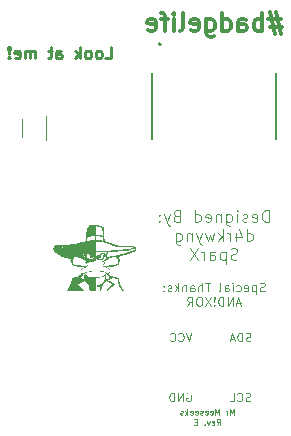
<source format=gbo>
G04 #@! TF.FileFunction,Legend,Bot*
%FSLAX46Y46*%
G04 Gerber Fmt 4.6, Leading zero omitted, Abs format (unit mm)*
G04 Created by KiCad (PCBNEW 4.0.7) date 06/18/18 14:12:05*
%MOMM*%
%LPD*%
G01*
G04 APERTURE LIST*
%ADD10C,0.100000*%
%ADD11C,0.250000*%
%ADD12C,0.125000*%
%ADD13C,0.300000*%
%ADD14C,0.120000*%
%ADD15C,0.010000*%
%ADD16C,0.152400*%
%ADD17C,0.200000*%
%ADD18C,2.100000*%
%ADD19O,2.100000X2.100000*%
%ADD20R,2.000000X2.400000*%
%ADD21R,0.831800X2.051000*%
G04 APERTURE END LIST*
D10*
D11*
X90783333Y-96002381D02*
X91259524Y-96002381D01*
X91259524Y-95002381D01*
X90307143Y-96002381D02*
X90402381Y-95954762D01*
X90450000Y-95907143D01*
X90497619Y-95811905D01*
X90497619Y-95526190D01*
X90450000Y-95430952D01*
X90402381Y-95383333D01*
X90307143Y-95335714D01*
X90164285Y-95335714D01*
X90069047Y-95383333D01*
X90021428Y-95430952D01*
X89973809Y-95526190D01*
X89973809Y-95811905D01*
X90021428Y-95907143D01*
X90069047Y-95954762D01*
X90164285Y-96002381D01*
X90307143Y-96002381D01*
X89402381Y-96002381D02*
X89497619Y-95954762D01*
X89545238Y-95907143D01*
X89592857Y-95811905D01*
X89592857Y-95526190D01*
X89545238Y-95430952D01*
X89497619Y-95383333D01*
X89402381Y-95335714D01*
X89259523Y-95335714D01*
X89164285Y-95383333D01*
X89116666Y-95430952D01*
X89069047Y-95526190D01*
X89069047Y-95811905D01*
X89116666Y-95907143D01*
X89164285Y-95954762D01*
X89259523Y-96002381D01*
X89402381Y-96002381D01*
X88640476Y-96002381D02*
X88640476Y-95002381D01*
X88545238Y-95621429D02*
X88259523Y-96002381D01*
X88259523Y-95335714D02*
X88640476Y-95716667D01*
X86640475Y-96002381D02*
X86640475Y-95478571D01*
X86688094Y-95383333D01*
X86783332Y-95335714D01*
X86973809Y-95335714D01*
X87069047Y-95383333D01*
X86640475Y-95954762D02*
X86735713Y-96002381D01*
X86973809Y-96002381D01*
X87069047Y-95954762D01*
X87116666Y-95859524D01*
X87116666Y-95764286D01*
X87069047Y-95669048D01*
X86973809Y-95621429D01*
X86735713Y-95621429D01*
X86640475Y-95573810D01*
X86307142Y-95335714D02*
X85926190Y-95335714D01*
X86164285Y-95002381D02*
X86164285Y-95859524D01*
X86116666Y-95954762D01*
X86021428Y-96002381D01*
X85926190Y-96002381D01*
X84830951Y-96002381D02*
X84830951Y-95335714D01*
X84830951Y-95430952D02*
X84783332Y-95383333D01*
X84688094Y-95335714D01*
X84545236Y-95335714D01*
X84449998Y-95383333D01*
X84402379Y-95478571D01*
X84402379Y-96002381D01*
X84402379Y-95478571D02*
X84354760Y-95383333D01*
X84259522Y-95335714D01*
X84116665Y-95335714D01*
X84021427Y-95383333D01*
X83973808Y-95478571D01*
X83973808Y-96002381D01*
X83116665Y-95954762D02*
X83211903Y-96002381D01*
X83402380Y-96002381D01*
X83497618Y-95954762D01*
X83545237Y-95859524D01*
X83545237Y-95478571D01*
X83497618Y-95383333D01*
X83402380Y-95335714D01*
X83211903Y-95335714D01*
X83116665Y-95383333D01*
X83069046Y-95478571D01*
X83069046Y-95573810D01*
X83545237Y-95669048D01*
X82640475Y-95907143D02*
X82592856Y-95954762D01*
X82640475Y-96002381D01*
X82688094Y-95954762D01*
X82640475Y-95907143D01*
X82640475Y-96002381D01*
X82640475Y-95621429D02*
X82688094Y-95050000D01*
X82640475Y-95002381D01*
X82592856Y-95050000D01*
X82640475Y-95621429D01*
X82640475Y-95002381D01*
D12*
X101702904Y-126153690D02*
X101702904Y-125653690D01*
X101536238Y-126010833D01*
X101369571Y-125653690D01*
X101369571Y-126153690D01*
X101131475Y-126153690D02*
X101131475Y-125820357D01*
X101131475Y-125915595D02*
X101107666Y-125867976D01*
X101083856Y-125844167D01*
X101036237Y-125820357D01*
X100988618Y-125820357D01*
X100440999Y-126153690D02*
X100440999Y-125653690D01*
X100274333Y-126010833D01*
X100107666Y-125653690D01*
X100107666Y-126153690D01*
X99679094Y-126129881D02*
X99726713Y-126153690D01*
X99821951Y-126153690D01*
X99869570Y-126129881D01*
X99893380Y-126082262D01*
X99893380Y-125891786D01*
X99869570Y-125844167D01*
X99821951Y-125820357D01*
X99726713Y-125820357D01*
X99679094Y-125844167D01*
X99655285Y-125891786D01*
X99655285Y-125939405D01*
X99893380Y-125987024D01*
X99250523Y-126129881D02*
X99298142Y-126153690D01*
X99393380Y-126153690D01*
X99440999Y-126129881D01*
X99464809Y-126082262D01*
X99464809Y-125891786D01*
X99440999Y-125844167D01*
X99393380Y-125820357D01*
X99298142Y-125820357D01*
X99250523Y-125844167D01*
X99226714Y-125891786D01*
X99226714Y-125939405D01*
X99464809Y-125987024D01*
X99036238Y-126129881D02*
X98988619Y-126153690D01*
X98893381Y-126153690D01*
X98845762Y-126129881D01*
X98821952Y-126082262D01*
X98821952Y-126058452D01*
X98845762Y-126010833D01*
X98893381Y-125987024D01*
X98964809Y-125987024D01*
X99012428Y-125963214D01*
X99036238Y-125915595D01*
X99036238Y-125891786D01*
X99012428Y-125844167D01*
X98964809Y-125820357D01*
X98893381Y-125820357D01*
X98845762Y-125844167D01*
X98417190Y-126129881D02*
X98464809Y-126153690D01*
X98560047Y-126153690D01*
X98607666Y-126129881D01*
X98631476Y-126082262D01*
X98631476Y-125891786D01*
X98607666Y-125844167D01*
X98560047Y-125820357D01*
X98464809Y-125820357D01*
X98417190Y-125844167D01*
X98393381Y-125891786D01*
X98393381Y-125939405D01*
X98631476Y-125987024D01*
X97988619Y-126129881D02*
X98036238Y-126153690D01*
X98131476Y-126153690D01*
X98179095Y-126129881D01*
X98202905Y-126082262D01*
X98202905Y-125891786D01*
X98179095Y-125844167D01*
X98131476Y-125820357D01*
X98036238Y-125820357D01*
X97988619Y-125844167D01*
X97964810Y-125891786D01*
X97964810Y-125939405D01*
X98202905Y-125987024D01*
X97750524Y-126153690D02*
X97750524Y-125653690D01*
X97702905Y-125963214D02*
X97560048Y-126153690D01*
X97560048Y-125820357D02*
X97750524Y-126010833D01*
X97369572Y-126129881D02*
X97321953Y-126153690D01*
X97226715Y-126153690D01*
X97179096Y-126129881D01*
X97155286Y-126082262D01*
X97155286Y-126058452D01*
X97179096Y-126010833D01*
X97226715Y-125987024D01*
X97298143Y-125987024D01*
X97345762Y-125963214D01*
X97369572Y-125915595D01*
X97369572Y-125891786D01*
X97345762Y-125844167D01*
X97298143Y-125820357D01*
X97226715Y-125820357D01*
X97179096Y-125844167D01*
X100226713Y-127028690D02*
X100393380Y-126790595D01*
X100512427Y-127028690D02*
X100512427Y-126528690D01*
X100321951Y-126528690D01*
X100274332Y-126552500D01*
X100250523Y-126576310D01*
X100226713Y-126623929D01*
X100226713Y-126695357D01*
X100250523Y-126742976D01*
X100274332Y-126766786D01*
X100321951Y-126790595D01*
X100512427Y-126790595D01*
X99821951Y-127004881D02*
X99869570Y-127028690D01*
X99964808Y-127028690D01*
X100012427Y-127004881D01*
X100036237Y-126957262D01*
X100036237Y-126766786D01*
X100012427Y-126719167D01*
X99964808Y-126695357D01*
X99869570Y-126695357D01*
X99821951Y-126719167D01*
X99798142Y-126766786D01*
X99798142Y-126814405D01*
X100036237Y-126862024D01*
X99631475Y-126695357D02*
X99512428Y-127028690D01*
X99393380Y-126695357D01*
X99202904Y-126981071D02*
X99179095Y-127004881D01*
X99202904Y-127028690D01*
X99226714Y-127004881D01*
X99202904Y-126981071D01*
X99202904Y-127028690D01*
X98583857Y-126766786D02*
X98417191Y-126766786D01*
X98345762Y-127028690D02*
X98583857Y-127028690D01*
X98583857Y-126528690D01*
X98345762Y-126528690D01*
D13*
X105642857Y-92678571D02*
X104571428Y-92678571D01*
X105214285Y-92035714D02*
X105642857Y-93964286D01*
X104714285Y-93321429D02*
X105785714Y-93321429D01*
X105142857Y-93964286D02*
X104714285Y-92035714D01*
X104071428Y-93678571D02*
X104071428Y-92178571D01*
X104071428Y-92750000D02*
X103928571Y-92678571D01*
X103642857Y-92678571D01*
X103500000Y-92750000D01*
X103428571Y-92821429D01*
X103357142Y-92964286D01*
X103357142Y-93392857D01*
X103428571Y-93535714D01*
X103500000Y-93607143D01*
X103642857Y-93678571D01*
X103928571Y-93678571D01*
X104071428Y-93607143D01*
X102071428Y-93678571D02*
X102071428Y-92892857D01*
X102142857Y-92750000D01*
X102285714Y-92678571D01*
X102571428Y-92678571D01*
X102714285Y-92750000D01*
X102071428Y-93607143D02*
X102214285Y-93678571D01*
X102571428Y-93678571D01*
X102714285Y-93607143D01*
X102785714Y-93464286D01*
X102785714Y-93321429D01*
X102714285Y-93178571D01*
X102571428Y-93107143D01*
X102214285Y-93107143D01*
X102071428Y-93035714D01*
X100714285Y-93678571D02*
X100714285Y-92178571D01*
X100714285Y-93607143D02*
X100857142Y-93678571D01*
X101142856Y-93678571D01*
X101285714Y-93607143D01*
X101357142Y-93535714D01*
X101428571Y-93392857D01*
X101428571Y-92964286D01*
X101357142Y-92821429D01*
X101285714Y-92750000D01*
X101142856Y-92678571D01*
X100857142Y-92678571D01*
X100714285Y-92750000D01*
X99357142Y-92678571D02*
X99357142Y-93892857D01*
X99428571Y-94035714D01*
X99499999Y-94107143D01*
X99642856Y-94178571D01*
X99857142Y-94178571D01*
X99999999Y-94107143D01*
X99357142Y-93607143D02*
X99499999Y-93678571D01*
X99785713Y-93678571D01*
X99928571Y-93607143D01*
X99999999Y-93535714D01*
X100071428Y-93392857D01*
X100071428Y-92964286D01*
X99999999Y-92821429D01*
X99928571Y-92750000D01*
X99785713Y-92678571D01*
X99499999Y-92678571D01*
X99357142Y-92750000D01*
X98071428Y-93607143D02*
X98214285Y-93678571D01*
X98499999Y-93678571D01*
X98642856Y-93607143D01*
X98714285Y-93464286D01*
X98714285Y-92892857D01*
X98642856Y-92750000D01*
X98499999Y-92678571D01*
X98214285Y-92678571D01*
X98071428Y-92750000D01*
X97999999Y-92892857D01*
X97999999Y-93035714D01*
X98714285Y-93178571D01*
X97142856Y-93678571D02*
X97285714Y-93607143D01*
X97357142Y-93464286D01*
X97357142Y-92178571D01*
X96571428Y-93678571D02*
X96571428Y-92678571D01*
X96571428Y-92178571D02*
X96642857Y-92250000D01*
X96571428Y-92321429D01*
X96500000Y-92250000D01*
X96571428Y-92178571D01*
X96571428Y-92321429D01*
X96071428Y-92678571D02*
X95499999Y-92678571D01*
X95857142Y-93678571D02*
X95857142Y-92392857D01*
X95785714Y-92250000D01*
X95642856Y-92178571D01*
X95499999Y-92178571D01*
X94428571Y-93607143D02*
X94571428Y-93678571D01*
X94857142Y-93678571D01*
X94999999Y-93607143D01*
X95071428Y-93464286D01*
X95071428Y-92892857D01*
X94999999Y-92750000D01*
X94857142Y-92678571D01*
X94571428Y-92678571D01*
X94428571Y-92750000D01*
X94357142Y-92892857D01*
X94357142Y-93035714D01*
X95071428Y-93178571D01*
D10*
X104285714Y-115691071D02*
X104178571Y-115726786D01*
X104000000Y-115726786D01*
X103928571Y-115691071D01*
X103892857Y-115655357D01*
X103857142Y-115583929D01*
X103857142Y-115512500D01*
X103892857Y-115441071D01*
X103928571Y-115405357D01*
X104000000Y-115369643D01*
X104142857Y-115333929D01*
X104214285Y-115298214D01*
X104250000Y-115262500D01*
X104285714Y-115191071D01*
X104285714Y-115119643D01*
X104250000Y-115048214D01*
X104214285Y-115012500D01*
X104142857Y-114976786D01*
X103964285Y-114976786D01*
X103857142Y-115012500D01*
X103535714Y-115226786D02*
X103535714Y-115976786D01*
X103535714Y-115262500D02*
X103464285Y-115226786D01*
X103321428Y-115226786D01*
X103249999Y-115262500D01*
X103214285Y-115298214D01*
X103178571Y-115369643D01*
X103178571Y-115583929D01*
X103214285Y-115655357D01*
X103249999Y-115691071D01*
X103321428Y-115726786D01*
X103464285Y-115726786D01*
X103535714Y-115691071D01*
X102571428Y-115691071D02*
X102642857Y-115726786D01*
X102785714Y-115726786D01*
X102857143Y-115691071D01*
X102892857Y-115619643D01*
X102892857Y-115333929D01*
X102857143Y-115262500D01*
X102785714Y-115226786D01*
X102642857Y-115226786D01*
X102571428Y-115262500D01*
X102535714Y-115333929D01*
X102535714Y-115405357D01*
X102892857Y-115476786D01*
X101892857Y-115691071D02*
X101964286Y-115726786D01*
X102107143Y-115726786D01*
X102178571Y-115691071D01*
X102214286Y-115655357D01*
X102250000Y-115583929D01*
X102250000Y-115369643D01*
X102214286Y-115298214D01*
X102178571Y-115262500D01*
X102107143Y-115226786D01*
X101964286Y-115226786D01*
X101892857Y-115262500D01*
X101571429Y-115726786D02*
X101571429Y-115226786D01*
X101571429Y-114976786D02*
X101607143Y-115012500D01*
X101571429Y-115048214D01*
X101535714Y-115012500D01*
X101571429Y-114976786D01*
X101571429Y-115048214D01*
X100892857Y-115726786D02*
X100892857Y-115333929D01*
X100928571Y-115262500D01*
X101000000Y-115226786D01*
X101142857Y-115226786D01*
X101214286Y-115262500D01*
X100892857Y-115691071D02*
X100964286Y-115726786D01*
X101142857Y-115726786D01*
X101214286Y-115691071D01*
X101250000Y-115619643D01*
X101250000Y-115548214D01*
X101214286Y-115476786D01*
X101142857Y-115441071D01*
X100964286Y-115441071D01*
X100892857Y-115405357D01*
X100428572Y-115726786D02*
X100500000Y-115691071D01*
X100535715Y-115619643D01*
X100535715Y-114976786D01*
X99678571Y-114976786D02*
X99250000Y-114976786D01*
X99464286Y-115726786D02*
X99464286Y-114976786D01*
X99000000Y-115726786D02*
X99000000Y-114976786D01*
X98678571Y-115726786D02*
X98678571Y-115333929D01*
X98714285Y-115262500D01*
X98785714Y-115226786D01*
X98892857Y-115226786D01*
X98964285Y-115262500D01*
X99000000Y-115298214D01*
X98000000Y-115726786D02*
X98000000Y-115333929D01*
X98035714Y-115262500D01*
X98107143Y-115226786D01*
X98250000Y-115226786D01*
X98321429Y-115262500D01*
X98000000Y-115691071D02*
X98071429Y-115726786D01*
X98250000Y-115726786D01*
X98321429Y-115691071D01*
X98357143Y-115619643D01*
X98357143Y-115548214D01*
X98321429Y-115476786D01*
X98250000Y-115441071D01*
X98071429Y-115441071D01*
X98000000Y-115405357D01*
X97642858Y-115226786D02*
X97642858Y-115726786D01*
X97642858Y-115298214D02*
X97607143Y-115262500D01*
X97535715Y-115226786D01*
X97428572Y-115226786D01*
X97357143Y-115262500D01*
X97321429Y-115333929D01*
X97321429Y-115726786D01*
X96964287Y-115726786D02*
X96964287Y-114976786D01*
X96892858Y-115441071D02*
X96678572Y-115726786D01*
X96678572Y-115226786D02*
X96964287Y-115512500D01*
X96392858Y-115691071D02*
X96321429Y-115726786D01*
X96178572Y-115726786D01*
X96107144Y-115691071D01*
X96071429Y-115619643D01*
X96071429Y-115583929D01*
X96107144Y-115512500D01*
X96178572Y-115476786D01*
X96285715Y-115476786D01*
X96357144Y-115441071D01*
X96392858Y-115369643D01*
X96392858Y-115333929D01*
X96357144Y-115262500D01*
X96285715Y-115226786D01*
X96178572Y-115226786D01*
X96107144Y-115262500D01*
X95750001Y-115655357D02*
X95714286Y-115691071D01*
X95750001Y-115726786D01*
X95785715Y-115691071D01*
X95750001Y-115655357D01*
X95750001Y-115726786D01*
X95750001Y-115262500D02*
X95714286Y-115298214D01*
X95750001Y-115333929D01*
X95785715Y-115298214D01*
X95750001Y-115262500D01*
X95750001Y-115333929D01*
X102250000Y-116737500D02*
X101892857Y-116737500D01*
X102321428Y-116951786D02*
X102071428Y-116201786D01*
X101821428Y-116951786D01*
X101571429Y-116951786D02*
X101571429Y-116201786D01*
X101142857Y-116951786D01*
X101142857Y-116201786D01*
X100785715Y-116951786D02*
X100785715Y-116201786D01*
X100607143Y-116201786D01*
X100500000Y-116237500D01*
X100428572Y-116308929D01*
X100392857Y-116380357D01*
X100357143Y-116523214D01*
X100357143Y-116630357D01*
X100392857Y-116773214D01*
X100428572Y-116844643D01*
X100500000Y-116916071D01*
X100607143Y-116951786D01*
X100785715Y-116951786D01*
X100035715Y-116880357D02*
X100000000Y-116916071D01*
X100035715Y-116951786D01*
X100071429Y-116916071D01*
X100035715Y-116880357D01*
X100035715Y-116951786D01*
X100035715Y-116666071D02*
X100071429Y-116237500D01*
X100035715Y-116201786D01*
X100000000Y-116237500D01*
X100035715Y-116666071D01*
X100035715Y-116201786D01*
X99750000Y-116201786D02*
X99250000Y-116951786D01*
X99250000Y-116201786D02*
X99750000Y-116951786D01*
X98821428Y-116201786D02*
X98678571Y-116201786D01*
X98607143Y-116237500D01*
X98535714Y-116308929D01*
X98500000Y-116451786D01*
X98500000Y-116701786D01*
X98535714Y-116844643D01*
X98607143Y-116916071D01*
X98678571Y-116951786D01*
X98821428Y-116951786D01*
X98892857Y-116916071D01*
X98964286Y-116844643D01*
X99000000Y-116701786D01*
X99000000Y-116451786D01*
X98964286Y-116308929D01*
X98892857Y-116237500D01*
X98821428Y-116201786D01*
X97750000Y-116951786D02*
X98000000Y-116594643D01*
X98178572Y-116951786D02*
X98178572Y-116201786D01*
X97892857Y-116201786D01*
X97821429Y-116237500D01*
X97785714Y-116273214D01*
X97750000Y-116344643D01*
X97750000Y-116451786D01*
X97785714Y-116523214D01*
X97821429Y-116558929D01*
X97892857Y-116594643D01*
X98178572Y-116594643D01*
X104619048Y-109852381D02*
X104619048Y-108852381D01*
X104380953Y-108852381D01*
X104238095Y-108900000D01*
X104142857Y-108995238D01*
X104095238Y-109090476D01*
X104047619Y-109280952D01*
X104047619Y-109423810D01*
X104095238Y-109614286D01*
X104142857Y-109709524D01*
X104238095Y-109804762D01*
X104380953Y-109852381D01*
X104619048Y-109852381D01*
X103238095Y-109804762D02*
X103333333Y-109852381D01*
X103523810Y-109852381D01*
X103619048Y-109804762D01*
X103666667Y-109709524D01*
X103666667Y-109328571D01*
X103619048Y-109233333D01*
X103523810Y-109185714D01*
X103333333Y-109185714D01*
X103238095Y-109233333D01*
X103190476Y-109328571D01*
X103190476Y-109423810D01*
X103666667Y-109519048D01*
X102809524Y-109804762D02*
X102714286Y-109852381D01*
X102523810Y-109852381D01*
X102428571Y-109804762D01*
X102380952Y-109709524D01*
X102380952Y-109661905D01*
X102428571Y-109566667D01*
X102523810Y-109519048D01*
X102666667Y-109519048D01*
X102761905Y-109471429D01*
X102809524Y-109376190D01*
X102809524Y-109328571D01*
X102761905Y-109233333D01*
X102666667Y-109185714D01*
X102523810Y-109185714D01*
X102428571Y-109233333D01*
X101952381Y-109852381D02*
X101952381Y-109185714D01*
X101952381Y-108852381D02*
X102000000Y-108900000D01*
X101952381Y-108947619D01*
X101904762Y-108900000D01*
X101952381Y-108852381D01*
X101952381Y-108947619D01*
X101047619Y-109185714D02*
X101047619Y-109995238D01*
X101095238Y-110090476D01*
X101142857Y-110138095D01*
X101238096Y-110185714D01*
X101380953Y-110185714D01*
X101476191Y-110138095D01*
X101047619Y-109804762D02*
X101142857Y-109852381D01*
X101333334Y-109852381D01*
X101428572Y-109804762D01*
X101476191Y-109757143D01*
X101523810Y-109661905D01*
X101523810Y-109376190D01*
X101476191Y-109280952D01*
X101428572Y-109233333D01*
X101333334Y-109185714D01*
X101142857Y-109185714D01*
X101047619Y-109233333D01*
X100571429Y-109185714D02*
X100571429Y-109852381D01*
X100571429Y-109280952D02*
X100523810Y-109233333D01*
X100428572Y-109185714D01*
X100285714Y-109185714D01*
X100190476Y-109233333D01*
X100142857Y-109328571D01*
X100142857Y-109852381D01*
X99285714Y-109804762D02*
X99380952Y-109852381D01*
X99571429Y-109852381D01*
X99666667Y-109804762D01*
X99714286Y-109709524D01*
X99714286Y-109328571D01*
X99666667Y-109233333D01*
X99571429Y-109185714D01*
X99380952Y-109185714D01*
X99285714Y-109233333D01*
X99238095Y-109328571D01*
X99238095Y-109423810D01*
X99714286Y-109519048D01*
X98380952Y-109852381D02*
X98380952Y-108852381D01*
X98380952Y-109804762D02*
X98476190Y-109852381D01*
X98666667Y-109852381D01*
X98761905Y-109804762D01*
X98809524Y-109757143D01*
X98857143Y-109661905D01*
X98857143Y-109376190D01*
X98809524Y-109280952D01*
X98761905Y-109233333D01*
X98666667Y-109185714D01*
X98476190Y-109185714D01*
X98380952Y-109233333D01*
X96809523Y-109328571D02*
X96666666Y-109376190D01*
X96619047Y-109423810D01*
X96571428Y-109519048D01*
X96571428Y-109661905D01*
X96619047Y-109757143D01*
X96666666Y-109804762D01*
X96761904Y-109852381D01*
X97142857Y-109852381D01*
X97142857Y-108852381D01*
X96809523Y-108852381D01*
X96714285Y-108900000D01*
X96666666Y-108947619D01*
X96619047Y-109042857D01*
X96619047Y-109138095D01*
X96666666Y-109233333D01*
X96714285Y-109280952D01*
X96809523Y-109328571D01*
X97142857Y-109328571D01*
X96238095Y-109185714D02*
X96000000Y-109852381D01*
X95761904Y-109185714D02*
X96000000Y-109852381D01*
X96095238Y-110090476D01*
X96142857Y-110138095D01*
X96238095Y-110185714D01*
X95380952Y-109757143D02*
X95333333Y-109804762D01*
X95380952Y-109852381D01*
X95428571Y-109804762D01*
X95380952Y-109757143D01*
X95380952Y-109852381D01*
X95380952Y-109233333D02*
X95333333Y-109280952D01*
X95380952Y-109328571D01*
X95428571Y-109280952D01*
X95380952Y-109233333D01*
X95380952Y-109328571D01*
X102785714Y-111452381D02*
X102785714Y-110452381D01*
X102785714Y-111404762D02*
X102880952Y-111452381D01*
X103071429Y-111452381D01*
X103166667Y-111404762D01*
X103214286Y-111357143D01*
X103261905Y-111261905D01*
X103261905Y-110976190D01*
X103214286Y-110880952D01*
X103166667Y-110833333D01*
X103071429Y-110785714D01*
X102880952Y-110785714D01*
X102785714Y-110833333D01*
X101880952Y-110785714D02*
X101880952Y-111452381D01*
X102119048Y-110404762D02*
X102357143Y-111119048D01*
X101738095Y-111119048D01*
X101357143Y-111452381D02*
X101357143Y-110785714D01*
X101357143Y-110976190D02*
X101309524Y-110880952D01*
X101261905Y-110833333D01*
X101166667Y-110785714D01*
X101071428Y-110785714D01*
X100738095Y-111452381D02*
X100738095Y-110452381D01*
X100642857Y-111071429D02*
X100357142Y-111452381D01*
X100357142Y-110785714D02*
X100738095Y-111166667D01*
X100023809Y-110785714D02*
X99833333Y-111452381D01*
X99642856Y-110976190D01*
X99452380Y-111452381D01*
X99261904Y-110785714D01*
X98976190Y-110785714D02*
X98738095Y-111452381D01*
X98499999Y-110785714D02*
X98738095Y-111452381D01*
X98833333Y-111690476D01*
X98880952Y-111738095D01*
X98976190Y-111785714D01*
X98119047Y-110785714D02*
X98119047Y-111452381D01*
X98119047Y-110880952D02*
X98071428Y-110833333D01*
X97976190Y-110785714D01*
X97833332Y-110785714D01*
X97738094Y-110833333D01*
X97690475Y-110928571D01*
X97690475Y-111452381D01*
X96785713Y-110785714D02*
X96785713Y-111595238D01*
X96833332Y-111690476D01*
X96880951Y-111738095D01*
X96976190Y-111785714D01*
X97119047Y-111785714D01*
X97214285Y-111738095D01*
X96785713Y-111404762D02*
X96880951Y-111452381D01*
X97071428Y-111452381D01*
X97166666Y-111404762D01*
X97214285Y-111357143D01*
X97261904Y-111261905D01*
X97261904Y-110976190D01*
X97214285Y-110880952D01*
X97166666Y-110833333D01*
X97071428Y-110785714D01*
X96880951Y-110785714D01*
X96785713Y-110833333D01*
X101976191Y-113004762D02*
X101833334Y-113052381D01*
X101595238Y-113052381D01*
X101500000Y-113004762D01*
X101452381Y-112957143D01*
X101404762Y-112861905D01*
X101404762Y-112766667D01*
X101452381Y-112671429D01*
X101500000Y-112623810D01*
X101595238Y-112576190D01*
X101785715Y-112528571D01*
X101880953Y-112480952D01*
X101928572Y-112433333D01*
X101976191Y-112338095D01*
X101976191Y-112242857D01*
X101928572Y-112147619D01*
X101880953Y-112100000D01*
X101785715Y-112052381D01*
X101547619Y-112052381D01*
X101404762Y-112100000D01*
X100976191Y-112385714D02*
X100976191Y-113385714D01*
X100976191Y-112433333D02*
X100880953Y-112385714D01*
X100690476Y-112385714D01*
X100595238Y-112433333D01*
X100547619Y-112480952D01*
X100500000Y-112576190D01*
X100500000Y-112861905D01*
X100547619Y-112957143D01*
X100595238Y-113004762D01*
X100690476Y-113052381D01*
X100880953Y-113052381D01*
X100976191Y-113004762D01*
X99642857Y-113052381D02*
X99642857Y-112528571D01*
X99690476Y-112433333D01*
X99785714Y-112385714D01*
X99976191Y-112385714D01*
X100071429Y-112433333D01*
X99642857Y-113004762D02*
X99738095Y-113052381D01*
X99976191Y-113052381D01*
X100071429Y-113004762D01*
X100119048Y-112909524D01*
X100119048Y-112814286D01*
X100071429Y-112719048D01*
X99976191Y-112671429D01*
X99738095Y-112671429D01*
X99642857Y-112623810D01*
X99166667Y-113052381D02*
X99166667Y-112385714D01*
X99166667Y-112576190D02*
X99119048Y-112480952D01*
X99071429Y-112433333D01*
X98976191Y-112385714D01*
X98880952Y-112385714D01*
X98642857Y-112052381D02*
X97976190Y-113052381D01*
X97976190Y-112052381D02*
X98642857Y-113052381D01*
D14*
X83714400Y-102917500D02*
X83714400Y-100917500D01*
X85754400Y-100917500D02*
X85754400Y-102917500D01*
D15*
G36*
X89627890Y-110083097D02*
X89525232Y-110105678D01*
X89442509Y-110143311D01*
X89376478Y-110198561D01*
X89323896Y-110273987D01*
X89281523Y-110372151D01*
X89252782Y-110468833D01*
X89238128Y-110528914D01*
X89225848Y-110584878D01*
X89218245Y-110626111D01*
X89217556Y-110631111D01*
X89196213Y-110803363D01*
X89177508Y-110958361D01*
X89161740Y-111093539D01*
X89149206Y-111206332D01*
X89140205Y-111294176D01*
X89139041Y-111306515D01*
X89132701Y-111368464D01*
X89126329Y-111419948D01*
X89120796Y-111454452D01*
X89117849Y-111465079D01*
X89100926Y-111475494D01*
X89065662Y-111488990D01*
X89036865Y-111497774D01*
X88997864Y-111508671D01*
X88938317Y-111525394D01*
X88864832Y-111546083D01*
X88784019Y-111568879D01*
X88737722Y-111581957D01*
X88590877Y-111621918D01*
X88452179Y-111656657D01*
X88325766Y-111685266D01*
X88215775Y-111706835D01*
X88126344Y-111720453D01*
X88092449Y-111723859D01*
X88035872Y-111728790D01*
X87982788Y-111734358D01*
X87954556Y-111737971D01*
X87841175Y-111754482D01*
X87746704Y-111767381D01*
X87665003Y-111777069D01*
X87589931Y-111783944D01*
X87515348Y-111788405D01*
X87435116Y-111790851D01*
X87343094Y-111791681D01*
X87233142Y-111791295D01*
X87145628Y-111790547D01*
X87009763Y-111789623D01*
X86898666Y-111789956D01*
X86808899Y-111791926D01*
X86737020Y-111795912D01*
X86679590Y-111802295D01*
X86633170Y-111811454D01*
X86594319Y-111823769D01*
X86559597Y-111839619D01*
X86526326Y-111858907D01*
X86472072Y-111898021D01*
X86436620Y-111939361D01*
X86413605Y-111992374D01*
X86400700Y-112045359D01*
X86392934Y-112091109D01*
X86393078Y-112125452D01*
X86402804Y-112160757D01*
X86422529Y-112206640D01*
X86455598Y-112268079D01*
X86497884Y-112324531D01*
X86552986Y-112379253D01*
X86624500Y-112435499D01*
X86716026Y-112496527D01*
X86797445Y-112545908D01*
X86871073Y-112589404D01*
X86941209Y-112631052D01*
X87002057Y-112667393D01*
X87047820Y-112694972D01*
X87065556Y-112705831D01*
X87121395Y-112732740D01*
X87182664Y-112751159D01*
X87199611Y-112753997D01*
X87247213Y-112762115D01*
X87309942Y-112775728D01*
X87375897Y-112792208D01*
X87390111Y-112796083D01*
X87467716Y-112816868D01*
X87554887Y-112838982D01*
X87644790Y-112860814D01*
X87730588Y-112880753D01*
X87805446Y-112897188D01*
X87862527Y-112908507D01*
X87878341Y-112911163D01*
X87936182Y-112920036D01*
X87897433Y-112962461D01*
X87865524Y-113007625D01*
X87849240Y-113052599D01*
X87850187Y-113090317D01*
X87863864Y-113110110D01*
X87891671Y-113120737D01*
X87906029Y-113119438D01*
X87917144Y-113120543D01*
X87920588Y-113138984D01*
X87917306Y-113179883D01*
X87917247Y-113180380D01*
X87918550Y-113274380D01*
X87944713Y-113357668D01*
X87994272Y-113427370D01*
X88065762Y-113480613D01*
X88071968Y-113483863D01*
X88101904Y-113495993D01*
X88143241Y-113506744D01*
X88200041Y-113516820D01*
X88276367Y-113526926D01*
X88376283Y-113537769D01*
X88391221Y-113539270D01*
X88477156Y-113548006D01*
X88555983Y-113556327D01*
X88622356Y-113563646D01*
X88670932Y-113569373D01*
X88695389Y-113572745D01*
X88724836Y-113576911D01*
X88775766Y-113583151D01*
X88841584Y-113590694D01*
X88915697Y-113598767D01*
X88933346Y-113600630D01*
X89004506Y-113608493D01*
X89065057Y-113615934D01*
X89109734Y-113622249D01*
X89133275Y-113626735D01*
X89135486Y-113627671D01*
X89128057Y-113635995D01*
X89101516Y-113648647D01*
X89091557Y-113652428D01*
X89059084Y-113666834D01*
X89041919Y-113679644D01*
X89041111Y-113681946D01*
X89031863Y-113690051D01*
X89030528Y-113689696D01*
X89011615Y-113692396D01*
X88976889Y-113703722D01*
X88934556Y-113720240D01*
X88892823Y-113738519D01*
X88859895Y-113755127D01*
X88843980Y-113766630D01*
X88843556Y-113767894D01*
X88834919Y-113773615D01*
X88830923Y-113771747D01*
X88815979Y-113775504D01*
X88810199Y-113785025D01*
X88791319Y-113803746D01*
X88780499Y-113806111D01*
X88761458Y-113814846D01*
X88758889Y-113822639D01*
X88750162Y-113845189D01*
X88735747Y-113864738D01*
X88717228Y-113901368D01*
X88706902Y-113954579D01*
X88705232Y-114013811D01*
X88712685Y-114068500D01*
X88725330Y-114101553D01*
X88743701Y-114128266D01*
X88764291Y-114142110D01*
X88796038Y-114146452D01*
X88840868Y-114145054D01*
X88871513Y-114144820D01*
X88879297Y-114152081D01*
X88869794Y-114170933D01*
X88853030Y-114190792D01*
X88843251Y-114193978D01*
X88831166Y-114201728D01*
X88806808Y-114227116D01*
X88774816Y-114265184D01*
X88764937Y-114277678D01*
X88695389Y-114366795D01*
X88448445Y-114446247D01*
X88358292Y-114474631D01*
X88266669Y-114502389D01*
X88181230Y-114527277D01*
X88109628Y-114547051D01*
X88072263Y-114556547D01*
X87943026Y-114587396D01*
X87940475Y-114715337D01*
X87938576Y-114779313D01*
X87935738Y-114838397D01*
X87932474Y-114882643D01*
X87931341Y-114892666D01*
X87926771Y-114933506D01*
X87924662Y-114965205D01*
X87924649Y-114966472D01*
X87917680Y-114992000D01*
X87911094Y-114999197D01*
X87903920Y-115016169D01*
X87905769Y-115020641D01*
X87903312Y-115032864D01*
X87898111Y-115033778D01*
X87888909Y-115042373D01*
X87891056Y-115047889D01*
X87889469Y-115060871D01*
X87884000Y-115062000D01*
X87874384Y-115070206D01*
X87876200Y-115074906D01*
X87875701Y-115090548D01*
X87872626Y-115092544D01*
X87861149Y-115106051D01*
X87838539Y-115139348D01*
X87807633Y-115187705D01*
X87771268Y-115246388D01*
X87732283Y-115310669D01*
X87693513Y-115375814D01*
X87657797Y-115437093D01*
X87627972Y-115489773D01*
X87606875Y-115529125D01*
X87597344Y-115550417D01*
X87597074Y-115552036D01*
X87589731Y-115568677D01*
X87585315Y-115570000D01*
X87573913Y-115580834D01*
X87573556Y-115584339D01*
X87587648Y-115588145D01*
X87629866Y-115591323D01*
X87700119Y-115593873D01*
X87798316Y-115595792D01*
X87924368Y-115597079D01*
X88078185Y-115597731D01*
X88247361Y-115597765D01*
X88921167Y-115596853D01*
X88808278Y-115490660D01*
X88747253Y-115434412D01*
X88679351Y-115373635D01*
X88615629Y-115318165D01*
X88590976Y-115297317D01*
X88515057Y-115232051D01*
X88455746Y-115177054D01*
X88414857Y-115134151D01*
X88394207Y-115105169D01*
X88392000Y-115097270D01*
X88401294Y-115084376D01*
X88430055Y-115062938D01*
X88479599Y-115032159D01*
X88551245Y-114991244D01*
X88646310Y-114939400D01*
X88709500Y-114905703D01*
X88766418Y-114875186D01*
X88813662Y-114849196D01*
X88845911Y-114830704D01*
X88857667Y-114822985D01*
X88873489Y-114812940D01*
X88906454Y-114795738D01*
X88932729Y-114783013D01*
X88977125Y-114757629D01*
X88988417Y-114744500D01*
X88914111Y-114744500D01*
X88907056Y-114751555D01*
X88900000Y-114744500D01*
X88907056Y-114737444D01*
X88914111Y-114744500D01*
X88988417Y-114744500D01*
X88995933Y-114735763D01*
X88996229Y-114729431D01*
X88981024Y-114714206D01*
X88943899Y-114694164D01*
X88890121Y-114672061D01*
X88878833Y-114667989D01*
X88814411Y-114644303D01*
X88749248Y-114618858D01*
X88696320Y-114596736D01*
X88691463Y-114594571D01*
X88616981Y-114561055D01*
X88685005Y-114462278D01*
X88631889Y-114462278D01*
X88624833Y-114469333D01*
X88617778Y-114462278D01*
X88624833Y-114455222D01*
X88631889Y-114462278D01*
X88685005Y-114462278D01*
X88707076Y-114430230D01*
X88749839Y-114370556D01*
X88793463Y-114313742D01*
X88831875Y-114267510D01*
X88852113Y-114245865D01*
X88890260Y-114207160D01*
X88924969Y-114169446D01*
X88937738Y-114154440D01*
X88967385Y-114126875D01*
X88993539Y-114117410D01*
X89010121Y-114127110D01*
X89012959Y-114141250D01*
X89021428Y-114168175D01*
X89042128Y-114202127D01*
X89046192Y-114207390D01*
X89079354Y-114248836D01*
X89043484Y-114317972D01*
X89028309Y-114348369D01*
X89018680Y-114374087D01*
X89013989Y-114401882D01*
X89013626Y-114438510D01*
X89016983Y-114490724D01*
X89022327Y-114552646D01*
X89031180Y-114636420D01*
X89041551Y-114699079D01*
X89054941Y-114747727D01*
X89071999Y-114787786D01*
X89091723Y-114828171D01*
X89105316Y-114858106D01*
X89109027Y-114868120D01*
X89129832Y-114916799D01*
X89171857Y-114971075D01*
X89230111Y-115026084D01*
X89299603Y-115076963D01*
X89357532Y-115110218D01*
X89421687Y-115137168D01*
X89486777Y-115150769D01*
X89534595Y-115154275D01*
X89596393Y-115158025D01*
X89634915Y-115164474D01*
X89655085Y-115175250D01*
X89661829Y-115191980D01*
X89662000Y-115196392D01*
X89649191Y-115219089D01*
X89614923Y-115235455D01*
X89565438Y-115244564D01*
X89506978Y-115245490D01*
X89445784Y-115237309D01*
X89423544Y-115231744D01*
X89375774Y-115218044D01*
X89384528Y-115311789D01*
X89394854Y-115376470D01*
X89412748Y-115448990D01*
X89430097Y-115501878D01*
X89466912Y-115598222D01*
X89960953Y-115598222D01*
X89950640Y-115084834D01*
X89948506Y-114965818D01*
X89947002Y-114854625D01*
X89946139Y-114754679D01*
X89945925Y-114669403D01*
X89946370Y-114602222D01*
X89947482Y-114556559D01*
X89949176Y-114536182D01*
X89955317Y-114519086D01*
X89967267Y-114507844D01*
X89990908Y-114500410D01*
X90032121Y-114494738D01*
X90081652Y-114490098D01*
X90141108Y-114484681D01*
X90192311Y-114479634D01*
X90226829Y-114475799D01*
X90233500Y-114474886D01*
X90268312Y-114469979D01*
X90305679Y-114465240D01*
X90347763Y-114457185D01*
X90402300Y-114442719D01*
X90461126Y-114424515D01*
X90516073Y-114405243D01*
X90558974Y-114387573D01*
X90580334Y-114375424D01*
X90605851Y-114359681D01*
X90618498Y-114356444D01*
X90638527Y-114347238D01*
X90665963Y-114324822D01*
X90668526Y-114322302D01*
X90702669Y-114288160D01*
X90725612Y-114359200D01*
X90743025Y-114441284D01*
X90749255Y-114537002D01*
X90744534Y-114634949D01*
X90729090Y-114723722D01*
X90717503Y-114760883D01*
X90695703Y-114813174D01*
X90672219Y-114861177D01*
X90657865Y-114885611D01*
X90624949Y-114929679D01*
X90587932Y-114972208D01*
X90552517Y-115007370D01*
X90524410Y-115029336D01*
X90512859Y-115033778D01*
X90495982Y-115041259D01*
X90494556Y-115045962D01*
X90482018Y-115058691D01*
X90448049Y-115077580D01*
X90398118Y-115100249D01*
X90337693Y-115124318D01*
X90272242Y-115147406D01*
X90233500Y-115159599D01*
X90161211Y-115184829D01*
X90109487Y-115210610D01*
X90080708Y-115235410D01*
X90077250Y-115257699D01*
X90078244Y-115259501D01*
X90090532Y-115267467D01*
X90117798Y-115271442D01*
X90164251Y-115271637D01*
X90234098Y-115268262D01*
X90242552Y-115267735D01*
X90304381Y-115264792D01*
X90354230Y-115264265D01*
X90386402Y-115266093D01*
X90395598Y-115269381D01*
X90391529Y-115287394D01*
X90380909Y-115324916D01*
X90365841Y-115374593D01*
X90362096Y-115386555D01*
X90336504Y-115472178D01*
X90321405Y-115533908D01*
X90316473Y-115573915D01*
X90321382Y-115594371D01*
X90330264Y-115598222D01*
X90346129Y-115584484D01*
X90364606Y-115544350D01*
X90380278Y-115495916D01*
X90397045Y-115438739D01*
X90412883Y-115386082D01*
X90424438Y-115349095D01*
X90424678Y-115348360D01*
X90437084Y-115306581D01*
X90445529Y-115271786D01*
X90457745Y-115241960D01*
X90469413Y-115229430D01*
X90482130Y-115214557D01*
X90472218Y-115203440D01*
X90445228Y-115198341D01*
X90406715Y-115201523D01*
X90402833Y-115202301D01*
X90344541Y-115213211D01*
X90290689Y-115220911D01*
X90246655Y-115224967D01*
X90217813Y-115224941D01*
X90209540Y-115220398D01*
X90212333Y-115217769D01*
X90243868Y-115205783D01*
X90264107Y-115203327D01*
X90298917Y-115196804D01*
X90334662Y-115182882D01*
X90372996Y-115165686D01*
X90421904Y-115146487D01*
X90440186Y-115139937D01*
X90485366Y-115121333D01*
X90522935Y-115100870D01*
X90533436Y-115093138D01*
X90606349Y-115027296D01*
X90658900Y-114974514D01*
X90689700Y-114936196D01*
X90691252Y-114933680D01*
X90713816Y-114893160D01*
X90737440Y-114846448D01*
X90758312Y-114801659D01*
X90772619Y-114766909D01*
X90776778Y-114751624D01*
X90783970Y-114738155D01*
X90805601Y-114748881D01*
X90809124Y-114751754D01*
X90834111Y-114770592D01*
X90866779Y-114792694D01*
X90899229Y-114813080D01*
X90923565Y-114826770D01*
X90932000Y-114829243D01*
X90943285Y-114829183D01*
X90973537Y-114840746D01*
X91017353Y-114861318D01*
X91069330Y-114888290D01*
X91124066Y-114919048D01*
X91150446Y-114934827D01*
X91215431Y-114972328D01*
X91289005Y-115011411D01*
X91351529Y-115041868D01*
X91399319Y-115064426D01*
X91435238Y-115082866D01*
X91453155Y-115093990D01*
X91454111Y-115095343D01*
X91443547Y-115106188D01*
X91415399Y-115129241D01*
X91374980Y-115160216D01*
X91358861Y-115172177D01*
X91306551Y-115212036D01*
X91256240Y-115252649D01*
X91217755Y-115286051D01*
X91213841Y-115289726D01*
X91169556Y-115329364D01*
X91120594Y-115369625D01*
X91108008Y-115379297D01*
X91053937Y-115423192D01*
X91001288Y-115471515D01*
X90956424Y-115517953D01*
X90925704Y-115556191D01*
X90919468Y-115566472D01*
X90910739Y-115592169D01*
X90919595Y-115599643D01*
X90943114Y-115590062D01*
X90978376Y-115564595D01*
X91020988Y-115525866D01*
X91065824Y-115483346D01*
X91110815Y-115443487D01*
X91143667Y-115416897D01*
X91180693Y-115387237D01*
X91226699Y-115347391D01*
X91263611Y-115313562D01*
X91309687Y-115271797D01*
X91357086Y-115231661D01*
X91388234Y-115207336D01*
X91453925Y-115157440D01*
X91496655Y-115120280D01*
X91517878Y-115094438D01*
X91519471Y-115079119D01*
X91503261Y-115066785D01*
X91467293Y-115046052D01*
X91417499Y-115020199D01*
X91378887Y-115001423D01*
X91311474Y-114968009D01*
X91242658Y-114931455D01*
X91183628Y-114897787D01*
X91164085Y-114885727D01*
X91105786Y-114850958D01*
X91037473Y-114813852D01*
X90981389Y-114786013D01*
X90932300Y-114761149D01*
X90905352Y-114742925D01*
X90902628Y-114732782D01*
X90903778Y-114732264D01*
X90926407Y-114724528D01*
X90968150Y-114710694D01*
X91021259Y-114693321D01*
X91039918Y-114687262D01*
X91128930Y-114655329D01*
X91193038Y-114625468D01*
X91231184Y-114598257D01*
X91242445Y-114576456D01*
X91239069Y-114567336D01*
X91168142Y-114567336D01*
X91167421Y-114573511D01*
X91151305Y-114587485D01*
X91116388Y-114605629D01*
X91077998Y-114621098D01*
X91023364Y-114640067D01*
X90962941Y-114660118D01*
X90903530Y-114679111D01*
X90851930Y-114694905D01*
X90814938Y-114705360D01*
X90800618Y-114708429D01*
X90796189Y-114696038D01*
X90795403Y-114662726D01*
X90798410Y-114615581D01*
X90798627Y-114613347D01*
X90800979Y-114557347D01*
X90798878Y-114492772D01*
X90793157Y-114426904D01*
X90784653Y-114367024D01*
X90774198Y-114320414D01*
X90762628Y-114294356D01*
X90761997Y-114293686D01*
X90750003Y-114271864D01*
X90755079Y-114242823D01*
X90778573Y-114200957D01*
X90787361Y-114188004D01*
X90814959Y-114149731D01*
X90835952Y-114129151D01*
X90766796Y-114129151D01*
X90765629Y-114146224D01*
X90746539Y-114175684D01*
X90714010Y-114212759D01*
X90672529Y-114252681D01*
X90626579Y-114290677D01*
X90592227Y-114314821D01*
X90526388Y-114350194D01*
X90449383Y-114381168D01*
X90372135Y-114404016D01*
X90305565Y-114415010D01*
X90297528Y-114415396D01*
X90259793Y-114419434D01*
X90234212Y-114427391D01*
X90232736Y-114428399D01*
X90210879Y-114434727D01*
X90166118Y-114440112D01*
X90103763Y-114444326D01*
X90029123Y-114447140D01*
X89947508Y-114448325D01*
X89864226Y-114447652D01*
X89817222Y-114446319D01*
X89741287Y-114440440D01*
X89652730Y-114428935D01*
X89566095Y-114413831D01*
X89533224Y-114406773D01*
X89386136Y-114365092D01*
X89263445Y-114313223D01*
X89162856Y-114250134D01*
X89136361Y-114228622D01*
X89095088Y-114191272D01*
X89074681Y-114166965D01*
X89073326Y-114151946D01*
X89089210Y-114142461D01*
X89094028Y-114140974D01*
X89118021Y-114133982D01*
X89161518Y-114121219D01*
X89216953Y-114104908D01*
X89245372Y-114096532D01*
X89364153Y-114066289D01*
X89491602Y-114042057D01*
X89616959Y-114025508D01*
X89729466Y-114018312D01*
X89750102Y-114018144D01*
X89829842Y-114019924D01*
X89923303Y-114024473D01*
X90026643Y-114031370D01*
X90136021Y-114040198D01*
X90247595Y-114050535D01*
X90357526Y-114061963D01*
X90461971Y-114074063D01*
X90557090Y-114086415D01*
X90639041Y-114098599D01*
X90703983Y-114110197D01*
X90748076Y-114120789D01*
X90766796Y-114129151D01*
X90835952Y-114129151D01*
X90836583Y-114128533D01*
X90857247Y-114125383D01*
X90881963Y-114141253D01*
X90915743Y-114177114D01*
X90951874Y-114219906D01*
X90982458Y-114257139D01*
X91005111Y-114287386D01*
X91025392Y-114319185D01*
X91048854Y-114361075D01*
X91072085Y-114404633D01*
X91092931Y-114441165D01*
X91109211Y-114464625D01*
X91114903Y-114469333D01*
X91129255Y-114480952D01*
X91146604Y-114508483D01*
X91161413Y-114540940D01*
X91168142Y-114567336D01*
X91239069Y-114567336D01*
X91233893Y-114553360D01*
X91212635Y-114521128D01*
X91205411Y-114512153D01*
X91183858Y-114483264D01*
X91174650Y-114464123D01*
X91175221Y-114461298D01*
X91181423Y-114460168D01*
X91196731Y-114462196D01*
X91223662Y-114468041D01*
X91264734Y-114478364D01*
X91322464Y-114493824D01*
X91399370Y-114515082D01*
X91497969Y-114542797D01*
X91620781Y-114577629D01*
X91641158Y-114583426D01*
X91710931Y-114603152D01*
X91770578Y-114619765D01*
X91815065Y-114631883D01*
X91839358Y-114638124D01*
X91842241Y-114638666D01*
X91845559Y-114651646D01*
X91848091Y-114686059D01*
X91849390Y-114735123D01*
X91849467Y-114748028D01*
X91856983Y-114873090D01*
X91880126Y-114994262D01*
X91920662Y-115117140D01*
X91980354Y-115247320D01*
X92041819Y-115358333D01*
X92091127Y-115441423D01*
X92128981Y-115503035D01*
X92157763Y-115546288D01*
X92179856Y-115574301D01*
X92197643Y-115590193D01*
X92213507Y-115597084D01*
X92225086Y-115598222D01*
X92250705Y-115595904D01*
X92258445Y-115591808D01*
X92249483Y-115578587D01*
X92227482Y-115554479D01*
X92223167Y-115550116D01*
X92199546Y-115523645D01*
X92187958Y-115505072D01*
X92187723Y-115503613D01*
X92180670Y-115487423D01*
X92161880Y-115453270D01*
X92134678Y-115407062D01*
X92117862Y-115379500D01*
X92044954Y-115254758D01*
X91990007Y-115144226D01*
X91950976Y-115042208D01*
X91925817Y-114943006D01*
X91912483Y-114840927D01*
X91910123Y-114800944D01*
X91906641Y-114723373D01*
X91902587Y-114669041D01*
X91896063Y-114633000D01*
X91885172Y-114610297D01*
X91868014Y-114595983D01*
X91842691Y-114585106D01*
X91825001Y-114578935D01*
X91779453Y-114564176D01*
X91721326Y-114546685D01*
X91658198Y-114528578D01*
X91597647Y-114511971D01*
X91547251Y-114498982D01*
X91514590Y-114491726D01*
X91510556Y-114491111D01*
X91478035Y-114483173D01*
X91468222Y-114479494D01*
X91442065Y-114470377D01*
X91397344Y-114456666D01*
X91341528Y-114440448D01*
X91282087Y-114423808D01*
X91226488Y-114408835D01*
X91182202Y-114397615D01*
X91156695Y-114392235D01*
X91155427Y-114392095D01*
X91122012Y-114379992D01*
X91095662Y-114355826D01*
X91087222Y-114333550D01*
X91080572Y-114315887D01*
X91075827Y-114314111D01*
X91063717Y-114302407D01*
X91046688Y-114272957D01*
X91039678Y-114258005D01*
X91015066Y-114214998D01*
X90985285Y-114179140D01*
X90978615Y-114173338D01*
X90942305Y-114144778D01*
X90999692Y-114144778D01*
X91041659Y-114140672D01*
X91069578Y-114123998D01*
X91087222Y-114102444D01*
X91104008Y-114075310D01*
X91108015Y-114060846D01*
X91106528Y-114060111D01*
X91105188Y-114052352D01*
X91112622Y-114043177D01*
X91127295Y-114009960D01*
X91126578Y-113975516D01*
X91073213Y-113975516D01*
X91067092Y-114032899D01*
X91050265Y-114072338D01*
X91034030Y-114089121D01*
X91011718Y-114097207D01*
X90978779Y-114096215D01*
X90930668Y-114085762D01*
X90862835Y-114065466D01*
X90826167Y-114053517D01*
X90709310Y-114021185D01*
X90570406Y-113993164D01*
X90415360Y-113969883D01*
X90250079Y-113951772D01*
X90080468Y-113939261D01*
X89912434Y-113932778D01*
X89751882Y-113932753D01*
X89604720Y-113939616D01*
X89476853Y-113953795D01*
X89469773Y-113954911D01*
X89378862Y-113972095D01*
X89280522Y-113994933D01*
X89184027Y-114020956D01*
X89098652Y-114047695D01*
X89043643Y-114068343D01*
X89001574Y-114081182D01*
X88944905Y-114092357D01*
X88896330Y-114098396D01*
X88841996Y-114101655D01*
X88807319Y-114099216D01*
X88784101Y-114089935D01*
X88772858Y-114081149D01*
X88750673Y-114043655D01*
X88744772Y-113992420D01*
X88753643Y-113935605D01*
X88775771Y-113881370D01*
X88809644Y-113837879D01*
X88819450Y-113829875D01*
X88848594Y-113812525D01*
X88897852Y-113787469D01*
X88961188Y-113757610D01*
X89032565Y-113725854D01*
X89060173Y-113714049D01*
X89143253Y-113678078D01*
X89204004Y-113648797D01*
X89246503Y-113622937D01*
X89274828Y-113597228D01*
X89293055Y-113568399D01*
X89305262Y-113533179D01*
X89310049Y-113513624D01*
X89314882Y-113477707D01*
X89309780Y-113442818D01*
X89292661Y-113398120D01*
X89284450Y-113380282D01*
X89263375Y-113339909D01*
X89245570Y-113313564D01*
X89235649Y-113307031D01*
X89224895Y-113305037D01*
X89224565Y-113302471D01*
X89237420Y-113296336D01*
X89270939Y-113291639D01*
X89312759Y-113289552D01*
X89435812Y-113286138D01*
X89535889Y-113279630D01*
X89618184Y-113268667D01*
X89687889Y-113251887D01*
X89750199Y-113227930D01*
X89810306Y-113195432D01*
X89873403Y-113153033D01*
X89895667Y-113136711D01*
X89918658Y-113135182D01*
X89955634Y-113155849D01*
X89964346Y-113162303D01*
X90013594Y-113196511D01*
X90062726Y-113221970D01*
X90117899Y-113240448D01*
X90185269Y-113253715D01*
X90270994Y-113263541D01*
X90333979Y-113268533D01*
X90408086Y-113273130D01*
X90473946Y-113275982D01*
X90525515Y-113276918D01*
X90556750Y-113275765D01*
X90561140Y-113275016D01*
X90590326Y-113275002D01*
X90599497Y-113290859D01*
X90586167Y-113316335D01*
X90580052Y-113322531D01*
X90550306Y-113361994D01*
X90524948Y-113415229D01*
X90510202Y-113467986D01*
X90508667Y-113486052D01*
X90514530Y-113538539D01*
X90534314Y-113582100D01*
X90571305Y-113619846D01*
X90628792Y-113654886D01*
X90710065Y-113690331D01*
X90734445Y-113699605D01*
X90823068Y-113735846D01*
X90904414Y-113775186D01*
X90973054Y-113814605D01*
X91023554Y-113851083D01*
X91044030Y-113871724D01*
X91065394Y-113917580D01*
X91073213Y-113975516D01*
X91126578Y-113975516D01*
X91126247Y-113959661D01*
X91109721Y-113898474D01*
X91106649Y-113890544D01*
X91083219Y-113852197D01*
X91046224Y-113811861D01*
X91003432Y-113776189D01*
X90962614Y-113751832D01*
X90936623Y-113744963D01*
X90919450Y-113737389D01*
X90917889Y-113732371D01*
X90909105Y-113726144D01*
X90903778Y-113728500D01*
X90890719Y-113728683D01*
X90889667Y-113724542D01*
X90877912Y-113709481D01*
X90851063Y-113694651D01*
X90821739Y-113685605D01*
X90803943Y-113686820D01*
X90791706Y-113684919D01*
X90790889Y-113680387D01*
X90780579Y-113671908D01*
X90769722Y-113674008D01*
X90751562Y-113674102D01*
X90748556Y-113668039D01*
X90736566Y-113654536D01*
X90712701Y-113644949D01*
X90688957Y-113634334D01*
X90684627Y-113623360D01*
X90690565Y-113618511D01*
X90703986Y-113614107D01*
X90727893Y-113609834D01*
X90765295Y-113605376D01*
X90819196Y-113600420D01*
X90892601Y-113594651D01*
X90988518Y-113587753D01*
X91094278Y-113580476D01*
X91274954Y-113566383D01*
X91427644Y-113550568D01*
X91552304Y-113533037D01*
X91648891Y-113513798D01*
X91717361Y-113492855D01*
X91730111Y-113487339D01*
X91798468Y-113448030D01*
X91845427Y-113405297D01*
X91867684Y-113362169D01*
X91867898Y-113361097D01*
X91877104Y-113326478D01*
X91882392Y-113312222D01*
X91890801Y-113280429D01*
X91898470Y-113229436D01*
X91904046Y-113168260D01*
X91904089Y-113167583D01*
X91910382Y-113147474D01*
X91916250Y-113144560D01*
X91939091Y-113146916D01*
X91952921Y-113142188D01*
X91958620Y-113125776D01*
X91957064Y-113093079D01*
X91950917Y-113051552D01*
X91916457Y-113051552D01*
X91905432Y-113056435D01*
X91876517Y-113043614D01*
X91856758Y-113035541D01*
X91850546Y-113042825D01*
X91856947Y-113069625D01*
X91865290Y-113093597D01*
X91872581Y-113123929D01*
X91872509Y-113160473D01*
X91864630Y-113211349D01*
X91856813Y-113248357D01*
X91844231Y-113298303D01*
X91828908Y-113341033D01*
X91808553Y-113377363D01*
X91780878Y-113408109D01*
X91743592Y-113434085D01*
X91694404Y-113456107D01*
X91631026Y-113474990D01*
X91551166Y-113491550D01*
X91452536Y-113506602D01*
X91332844Y-113520961D01*
X91189801Y-113535442D01*
X91021118Y-113550861D01*
X91002556Y-113552503D01*
X90922195Y-113559805D01*
X90842648Y-113567392D01*
X90772894Y-113574388D01*
X90721910Y-113579913D01*
X90720333Y-113580097D01*
X90656927Y-113587350D01*
X90615830Y-113590819D01*
X90591325Y-113590025D01*
X90577695Y-113584492D01*
X90569221Y-113573740D01*
X90565608Y-113567150D01*
X90556888Y-113537040D01*
X90551664Y-113492329D01*
X90551000Y-113470432D01*
X90561249Y-113405046D01*
X90593510Y-113354444D01*
X90650053Y-113315490D01*
X90669559Y-113306655D01*
X90707877Y-113287330D01*
X90718827Y-113272699D01*
X90702269Y-113262653D01*
X90658063Y-113257084D01*
X90604421Y-113255778D01*
X90557183Y-113255664D01*
X90525183Y-113253905D01*
X90509660Y-113248378D01*
X90511850Y-113236956D01*
X90532992Y-113217516D01*
X90574324Y-113187933D01*
X90637082Y-113146081D01*
X90687736Y-113112749D01*
X90825589Y-113023595D01*
X90944943Y-112950399D01*
X91049507Y-112891696D01*
X91142986Y-112846023D01*
X91229088Y-112811917D01*
X91311517Y-112787914D01*
X91393982Y-112772551D01*
X91480188Y-112764364D01*
X91573842Y-112761890D01*
X91576313Y-112761889D01*
X91643285Y-112763009D01*
X91695352Y-112766105D01*
X91727759Y-112770774D01*
X91736333Y-112775360D01*
X91748678Y-112786515D01*
X91779103Y-112796714D01*
X91786336Y-112798213D01*
X91820847Y-112810319D01*
X91829467Y-112825530D01*
X91811997Y-112838858D01*
X91788162Y-112843965D01*
X91757490Y-112852717D01*
X91754030Y-112867741D01*
X91777758Y-112887914D01*
X91789250Y-112894322D01*
X91834491Y-112925847D01*
X91876381Y-112968059D01*
X91905832Y-113011176D01*
X91912088Y-113026472D01*
X91916457Y-113051552D01*
X91950917Y-113051552D01*
X91949132Y-113039496D01*
X91943117Y-113003827D01*
X91929715Y-112972959D01*
X91903341Y-112937077D01*
X91894434Y-112927587D01*
X91851422Y-112884576D01*
X91881615Y-112860127D01*
X91901654Y-112839848D01*
X91900062Y-112822713D01*
X91892221Y-112812080D01*
X91866221Y-112790875D01*
X91828396Y-112770079D01*
X91823153Y-112767805D01*
X91794327Y-112751938D01*
X91785066Y-112738365D01*
X91786752Y-112735660D01*
X91805800Y-112727756D01*
X91845315Y-112716571D01*
X91898036Y-112704083D01*
X91919778Y-112699457D01*
X91988529Y-112683898D01*
X92059275Y-112665662D01*
X92118083Y-112648369D01*
X92124389Y-112646290D01*
X92173801Y-112630330D01*
X92215815Y-112617866D01*
X92237278Y-112612486D01*
X92314562Y-112595655D01*
X92404357Y-112572706D01*
X92500017Y-112545678D01*
X92594894Y-112516609D01*
X92682341Y-112487538D01*
X92755710Y-112460505D01*
X92808355Y-112437546D01*
X92809361Y-112437036D01*
X92861526Y-112413634D01*
X92920575Y-112391568D01*
X92940341Y-112385282D01*
X92995413Y-112366013D01*
X93062027Y-112338424D01*
X93132234Y-112306281D01*
X93198085Y-112273351D01*
X93251632Y-112243399D01*
X93279902Y-112224402D01*
X93311017Y-112192904D01*
X93331877Y-112159556D01*
X93332116Y-112158938D01*
X93337394Y-112112630D01*
X93305675Y-112112630D01*
X93299418Y-112150560D01*
X93277138Y-112184672D01*
X93235989Y-112218157D01*
X93173128Y-112254204D01*
X93101754Y-112288666D01*
X93032700Y-112317227D01*
X92940344Y-112350530D01*
X92828717Y-112387481D01*
X92701847Y-112426987D01*
X92563764Y-112467955D01*
X92418496Y-112509291D01*
X92270074Y-112549903D01*
X92122525Y-112588697D01*
X91979880Y-112624580D01*
X91846167Y-112656459D01*
X91725416Y-112683241D01*
X91621656Y-112703833D01*
X91538915Y-112717141D01*
X91510556Y-112720375D01*
X91376545Y-112738109D01*
X91251167Y-112764820D01*
X91139383Y-112799011D01*
X91046153Y-112839187D01*
X90981389Y-112879870D01*
X90955560Y-112895446D01*
X90940778Y-112898392D01*
X90928144Y-112885381D01*
X90905536Y-112854040D01*
X90877223Y-112810402D01*
X90868711Y-112796564D01*
X90831906Y-112735101D01*
X90809459Y-112691510D01*
X90801127Y-112659509D01*
X90806666Y-112632818D01*
X90825832Y-112605158D01*
X90858384Y-112570247D01*
X90859883Y-112568692D01*
X90912941Y-112504152D01*
X90947301Y-112437023D01*
X90955205Y-112414230D01*
X90976922Y-112345611D01*
X90919990Y-112345611D01*
X90912799Y-112380889D01*
X90881561Y-112470272D01*
X90826684Y-112544667D01*
X90794729Y-112573224D01*
X90758481Y-112601961D01*
X90732136Y-112622605D01*
X90722442Y-112629936D01*
X90727359Y-112641040D01*
X90746049Y-112663665D01*
X90747137Y-112664839D01*
X90768065Y-112690322D01*
X90776778Y-112706933D01*
X90776778Y-112706939D01*
X90783522Y-112722950D01*
X90801544Y-112756971D01*
X90827528Y-112802857D01*
X90840127Y-112824374D01*
X90870144Y-112875716D01*
X90887340Y-112908733D01*
X90893269Y-112929387D01*
X90889488Y-112943637D01*
X90877551Y-112957445D01*
X90875405Y-112959595D01*
X90849899Y-112980268D01*
X90832478Y-112987666D01*
X90813972Y-112995273D01*
X90778372Y-113015550D01*
X90731494Y-113044689D01*
X90679155Y-113078878D01*
X90627169Y-113114306D01*
X90581353Y-113147163D01*
X90547521Y-113173638D01*
X90543945Y-113176731D01*
X90504518Y-113205145D01*
X90463860Y-113225477D01*
X90459278Y-113227010D01*
X90412006Y-113235146D01*
X90346830Y-113238214D01*
X90273573Y-113236415D01*
X90202058Y-113229950D01*
X90148833Y-113220670D01*
X90076276Y-113198329D01*
X90010869Y-113168429D01*
X89960358Y-113134977D01*
X89938099Y-113111716D01*
X89931104Y-113097928D01*
X89925722Y-113076753D01*
X89921758Y-113044782D01*
X89919019Y-112998605D01*
X89918915Y-112994722D01*
X89012889Y-112994722D01*
X89005833Y-113001778D01*
X88998778Y-112994722D01*
X89005833Y-112987666D01*
X89012889Y-112994722D01*
X89918915Y-112994722D01*
X89917310Y-112934814D01*
X89916439Y-112850000D01*
X89916349Y-112806869D01*
X89858912Y-112806869D01*
X89837988Y-112847330D01*
X89801671Y-112890837D01*
X89744604Y-112928587D01*
X89674104Y-112957774D01*
X89597490Y-112975595D01*
X89522077Y-112979243D01*
X89499722Y-112977006D01*
X89464062Y-112969590D01*
X89452300Y-112966500D01*
X88984667Y-112966500D01*
X88977611Y-112973555D01*
X88970556Y-112966500D01*
X88977611Y-112959444D01*
X88984667Y-112966500D01*
X89452300Y-112966500D01*
X89413402Y-112956282D01*
X89365667Y-112942102D01*
X89286267Y-112916091D01*
X89229712Y-112892517D01*
X89191834Y-112865967D01*
X89168466Y-112831030D01*
X89155440Y-112782293D01*
X89148589Y-112714345D01*
X89145411Y-112656055D01*
X89141848Y-112595231D01*
X89137679Y-112542145D01*
X89133618Y-112505362D01*
X89132220Y-112497305D01*
X89131086Y-112478433D01*
X89140388Y-112468352D01*
X89163851Y-112467125D01*
X89205197Y-112474811D01*
X89268153Y-112491473D01*
X89298069Y-112500041D01*
X89468469Y-112559943D01*
X89620626Y-112636492D01*
X89742817Y-112718791D01*
X89858912Y-112806869D01*
X89916349Y-112806869D01*
X89916210Y-112740753D01*
X89916216Y-112726999D01*
X89916675Y-112629412D01*
X89917853Y-112540858D01*
X89919633Y-112465351D01*
X89921902Y-112406901D01*
X89924545Y-112369520D01*
X89926800Y-112357556D01*
X89938588Y-112352878D01*
X89968501Y-112349173D01*
X90018258Y-112346392D01*
X90089582Y-112344487D01*
X90184191Y-112343410D01*
X90303807Y-112343112D01*
X90428578Y-112343445D01*
X90919990Y-112345611D01*
X90976922Y-112345611D01*
X90981389Y-112331500D01*
X91044889Y-112328390D01*
X91119132Y-112324175D01*
X91216764Y-112317755D01*
X91333068Y-112309505D01*
X91463328Y-112299800D01*
X91602830Y-112289017D01*
X91746858Y-112277531D01*
X91890695Y-112265718D01*
X92029627Y-112253954D01*
X92158936Y-112242613D01*
X92273909Y-112232073D01*
X92364278Y-112223273D01*
X92600036Y-112191718D01*
X92823231Y-112146548D01*
X93028210Y-112088990D01*
X93103722Y-112062814D01*
X93175255Y-112037081D01*
X93225061Y-112021713D01*
X93257707Y-112016824D01*
X93277761Y-112022530D01*
X93289792Y-112038943D01*
X93298366Y-112066179D01*
X93298752Y-112067693D01*
X93305675Y-112112630D01*
X93337394Y-112112630D01*
X93338132Y-112106156D01*
X93322419Y-112046779D01*
X93288495Y-111986839D01*
X93272386Y-111968791D01*
X93232829Y-111968791D01*
X93230652Y-111978761D01*
X93214605Y-111989792D01*
X93180813Y-112004255D01*
X93125399Y-112024522D01*
X93101961Y-112032799D01*
X93022718Y-112058880D01*
X92940114Y-112083008D01*
X92861336Y-112103348D01*
X92793571Y-112118066D01*
X92744008Y-112125325D01*
X92738222Y-112125673D01*
X92714944Y-112128422D01*
X92672148Y-112134931D01*
X92618087Y-112143926D01*
X92604167Y-112146347D01*
X92503739Y-112161830D01*
X92375631Y-112177938D01*
X92220376Y-112194622D01*
X92038507Y-112211836D01*
X91830558Y-112229531D01*
X91597062Y-112247659D01*
X91338554Y-112266172D01*
X91073111Y-112283891D01*
X90991473Y-112289680D01*
X90911976Y-112296217D01*
X90842710Y-112302779D01*
X90791760Y-112308643D01*
X90783833Y-112309764D01*
X90741806Y-112313562D01*
X90678075Y-112316210D01*
X90599143Y-112317583D01*
X90511511Y-112317556D01*
X90438111Y-112316410D01*
X90344334Y-112314415D01*
X90250290Y-112312696D01*
X90163619Y-112311374D01*
X90091957Y-112310567D01*
X90053583Y-112310373D01*
X89930111Y-112310333D01*
X89930111Y-112305366D01*
X89916000Y-112305366D01*
X89908140Y-112334775D01*
X89894713Y-112347610D01*
X89872638Y-112349863D01*
X89826974Y-112350064D01*
X89762261Y-112348471D01*
X89683039Y-112345342D01*
X89593845Y-112340933D01*
X89499221Y-112335503D01*
X89403704Y-112329308D01*
X89311835Y-112322606D01*
X89228152Y-112315655D01*
X89157195Y-112308711D01*
X89111667Y-112303201D01*
X89027554Y-112291644D01*
X88967424Y-112284516D01*
X88927259Y-112282725D01*
X88903040Y-112287180D01*
X88890749Y-112298791D01*
X88886367Y-112318466D01*
X88885874Y-112347114D01*
X88885889Y-112354273D01*
X88896885Y-112432558D01*
X88931311Y-112501495D01*
X88991329Y-112565055D01*
X89007839Y-112578444D01*
X89050304Y-112612728D01*
X89076010Y-112640291D01*
X89085202Y-112667209D01*
X89078125Y-112699558D01*
X89055025Y-112743416D01*
X89016925Y-112803656D01*
X88981854Y-112855578D01*
X88950781Y-112897275D01*
X88927611Y-112923755D01*
X88917639Y-112930633D01*
X88901185Y-112937586D01*
X88909685Y-112955334D01*
X88924695Y-112968915D01*
X88945477Y-112983903D01*
X88984621Y-113010865D01*
X89036885Y-113046299D01*
X89097028Y-113086708D01*
X89159809Y-113128593D01*
X89219985Y-113168454D01*
X89272316Y-113202792D01*
X89311559Y-113228109D01*
X89330389Y-113239737D01*
X89339318Y-113247596D01*
X89330475Y-113252226D01*
X89300500Y-113254145D01*
X89246033Y-113253871D01*
X89239387Y-113253748D01*
X89184727Y-113254107D01*
X89142178Y-113257050D01*
X89118540Y-113262001D01*
X89115957Y-113264199D01*
X89124525Y-113278038D01*
X89151046Y-113297603D01*
X89164188Y-113305166D01*
X89225985Y-113351370D01*
X89264508Y-113409362D01*
X89277699Y-113475671D01*
X89276623Y-113494808D01*
X89263369Y-113546743D01*
X89239051Y-113579827D01*
X89207094Y-113590040D01*
X89197074Y-113588205D01*
X89174983Y-113584489D01*
X89131172Y-113579119D01*
X89072039Y-113572819D01*
X89005833Y-113566486D01*
X88919559Y-113558006D01*
X88824563Y-113547618D01*
X88734923Y-113536905D01*
X88688333Y-113530810D01*
X88612044Y-113521153D01*
X88520302Y-113510755D01*
X88425798Y-113501004D01*
X88356722Y-113494599D01*
X88263761Y-113485059D01*
X88192920Y-113474032D01*
X88138100Y-113460361D01*
X88099565Y-113445808D01*
X88030308Y-113402747D01*
X87984318Y-113345249D01*
X87961179Y-113272322D01*
X87960476Y-113182970D01*
X87968269Y-113132513D01*
X87976354Y-113085390D01*
X87979998Y-113050213D01*
X87978614Y-113035243D01*
X87962988Y-113036828D01*
X87935604Y-113051017D01*
X87934613Y-113051662D01*
X87908094Y-113064335D01*
X87897120Y-113059266D01*
X87899498Y-113040663D01*
X87913034Y-113012734D01*
X87935534Y-112979688D01*
X87964806Y-112945733D01*
X87998656Y-112915078D01*
X88010243Y-112906551D01*
X88044871Y-112878444D01*
X88064082Y-112854662D01*
X88066036Y-112839425D01*
X88048893Y-112836954D01*
X88039507Y-112839409D01*
X88005618Y-112841014D01*
X87988804Y-112835536D01*
X87978774Y-112825426D01*
X87988563Y-112813402D01*
X88020269Y-112795898D01*
X88062606Y-112782661D01*
X88125787Y-112772439D01*
X88202564Y-112765577D01*
X88285685Y-112762420D01*
X88367901Y-112763311D01*
X88441962Y-112768596D01*
X88479726Y-112774067D01*
X88522502Y-112784472D01*
X88579023Y-112801612D01*
X88642622Y-112823049D01*
X88706632Y-112846347D01*
X88764386Y-112869069D01*
X88809218Y-112888778D01*
X88834460Y-112903038D01*
X88835795Y-112904207D01*
X88858228Y-112916544D01*
X88870364Y-112902871D01*
X88871778Y-112888350D01*
X88879150Y-112862736D01*
X88898551Y-112822336D01*
X88925912Y-112775545D01*
X88928222Y-112771934D01*
X88984667Y-112684278D01*
X88922246Y-112627833D01*
X88864563Y-112569947D01*
X88827914Y-112516324D01*
X88808230Y-112458333D01*
X88801443Y-112387340D01*
X88801275Y-112371170D01*
X88801222Y-112269729D01*
X88741250Y-112261826D01*
X88701026Y-112256943D01*
X88642251Y-112250321D01*
X88574459Y-112243018D01*
X88535898Y-112239005D01*
X88457688Y-112230034D01*
X88373964Y-112218920D01*
X88298797Y-112207575D01*
X88274842Y-112203502D01*
X88214702Y-112193340D01*
X88136729Y-112180934D01*
X88051053Y-112167862D01*
X87968667Y-112155823D01*
X87881696Y-112142782D01*
X87788930Y-112127766D01*
X87701942Y-112112705D01*
X87637056Y-112100488D01*
X87563130Y-112086226D01*
X87486249Y-112072263D01*
X87419086Y-112060872D01*
X87397167Y-112057453D01*
X87326845Y-112046907D01*
X87249089Y-112035227D01*
X87199611Y-112027783D01*
X87141743Y-112018146D01*
X87064485Y-112004002D01*
X86975998Y-111986972D01*
X86884441Y-111968677D01*
X86797974Y-111950735D01*
X86724757Y-111934767D01*
X86688790Y-111926373D01*
X86645952Y-111911414D01*
X86612409Y-111891964D01*
X86606463Y-111886467D01*
X86592100Y-111866674D01*
X86598282Y-111852423D01*
X86616340Y-111839527D01*
X86639030Y-111827905D01*
X86664003Y-111825299D01*
X86701122Y-111831562D01*
X86726889Y-111837863D01*
X86845589Y-111866182D01*
X86978304Y-111894605D01*
X87113222Y-111920778D01*
X87238529Y-111942347D01*
X87291333Y-111950309D01*
X87366832Y-111961769D01*
X87459370Y-111976942D01*
X87558313Y-111994025D01*
X87653020Y-112011216D01*
X87672333Y-112014853D01*
X87762855Y-112031478D01*
X87858224Y-112048055D01*
X87948453Y-112062906D01*
X88023560Y-112074352D01*
X88039222Y-112076542D01*
X88113795Y-112086893D01*
X88204326Y-112099752D01*
X88298869Y-112113410D01*
X88377889Y-112125026D01*
X88456827Y-112136106D01*
X88554615Y-112148837D01*
X88662020Y-112162073D01*
X88769809Y-112174669D01*
X88843556Y-112182815D01*
X88943504Y-112193646D01*
X89047689Y-112205152D01*
X89147566Y-112216371D01*
X89234589Y-112226348D01*
X89288056Y-112232652D01*
X89371437Y-112240772D01*
X89470165Y-112247469D01*
X89571369Y-112252007D01*
X89654945Y-112253641D01*
X89747161Y-112254382D01*
X89814875Y-112256418D01*
X89861799Y-112260484D01*
X89891647Y-112267317D01*
X89908132Y-112277652D01*
X89914968Y-112292226D01*
X89916000Y-112305366D01*
X89930111Y-112305366D01*
X89930111Y-111421333D01*
X90032417Y-111421795D01*
X90103330Y-111424248D01*
X90181142Y-111430120D01*
X90233500Y-111436111D01*
X90301870Y-111444733D01*
X90375929Y-111452620D01*
X90424000Y-111456824D01*
X90515223Y-111464115D01*
X90583416Y-111470935D01*
X90633739Y-111478140D01*
X90671354Y-111486585D01*
X90701421Y-111497125D01*
X90720140Y-111505901D01*
X90761817Y-111525350D01*
X90817473Y-111549008D01*
X90870790Y-111570102D01*
X90947259Y-111598822D01*
X91027207Y-111628396D01*
X91106015Y-111657168D01*
X91179064Y-111683479D01*
X91241735Y-111705672D01*
X91289410Y-111722089D01*
X91317470Y-111731072D01*
X91322600Y-111732256D01*
X91341428Y-111738237D01*
X91375158Y-111752720D01*
X91390611Y-111760000D01*
X91428587Y-111776820D01*
X91456962Y-111786700D01*
X91462958Y-111787743D01*
X91482901Y-111792906D01*
X91521437Y-111806156D01*
X91571048Y-111824875D01*
X91582903Y-111829546D01*
X91659462Y-111856763D01*
X91739893Y-111878376D01*
X91828393Y-111894912D01*
X91929160Y-111906900D01*
X92046390Y-111914868D01*
X92184281Y-111919343D01*
X92307833Y-111920745D01*
X92430015Y-111920230D01*
X92555789Y-111917798D01*
X92677058Y-111913718D01*
X92785722Y-111908257D01*
X92868094Y-111902200D01*
X92952570Y-111894774D01*
X93014190Y-111890262D01*
X93058179Y-111888765D01*
X93089764Y-111890387D01*
X93114171Y-111895230D01*
X93136624Y-111903398D01*
X93146371Y-111907682D01*
X93187059Y-111929267D01*
X93219037Y-111951756D01*
X93225015Y-111957510D01*
X93232829Y-111968791D01*
X93272386Y-111968791D01*
X93239872Y-111932364D01*
X93180065Y-111889383D01*
X93172736Y-111885505D01*
X93149320Y-111874732D01*
X93125134Y-111867492D01*
X93094809Y-111863412D01*
X93052979Y-111862121D01*
X92994275Y-111863248D01*
X92913329Y-111866421D01*
X92903289Y-111866859D01*
X92725268Y-111874226D01*
X92572081Y-111879541D01*
X92440416Y-111882828D01*
X92326962Y-111884114D01*
X92228408Y-111883425D01*
X92141442Y-111880789D01*
X92062753Y-111876230D01*
X92031868Y-111873791D01*
X91935763Y-111864733D01*
X91856321Y-111854559D01*
X91785526Y-111841409D01*
X91715363Y-111823420D01*
X91637814Y-111798730D01*
X91544865Y-111765480D01*
X91510556Y-111752726D01*
X91430527Y-111723226D01*
X91346338Y-111692891D01*
X91268482Y-111665466D01*
X91212026Y-111646208D01*
X91129587Y-111618067D01*
X91042491Y-111587048D01*
X90956533Y-111555339D01*
X90877505Y-111525133D01*
X90811202Y-111498618D01*
X90763415Y-111477987D01*
X90750231Y-111471588D01*
X90717053Y-111442265D01*
X90649778Y-111442265D01*
X90637645Y-111442725D01*
X90610972Y-111440572D01*
X90584078Y-111437895D01*
X90534789Y-111433138D01*
X90468809Y-111426847D01*
X90391844Y-111419567D01*
X90339333Y-111414629D01*
X90253756Y-111406877D01*
X90171087Y-111399888D01*
X90098444Y-111394227D01*
X90042944Y-111390461D01*
X90022672Y-111389418D01*
X89975818Y-111386738D01*
X89949513Y-111380845D01*
X89936093Y-111367777D01*
X89933921Y-111361361D01*
X89893658Y-111361361D01*
X89891129Y-111372055D01*
X89879362Y-111379846D01*
X89853864Y-111385663D01*
X89810141Y-111390437D01*
X89743700Y-111395101D01*
X89725500Y-111396210D01*
X89637587Y-111402338D01*
X89536508Y-111410708D01*
X89437097Y-111420036D01*
X89379778Y-111426076D01*
X89311075Y-111433745D01*
X89251868Y-111440337D01*
X89208192Y-111445181D01*
X89186082Y-111447607D01*
X89185469Y-111447672D01*
X89177532Y-111442281D01*
X89173246Y-111421442D01*
X89172354Y-111381259D01*
X89174599Y-111317838D01*
X89175590Y-111298459D01*
X89180200Y-111234691D01*
X89186362Y-111180689D01*
X89193178Y-111143151D01*
X89198203Y-111129802D01*
X89206282Y-111103081D01*
X89203753Y-111083814D01*
X89203211Y-111060294D01*
X89225283Y-111048566D01*
X89227282Y-111048104D01*
X89257231Y-111041288D01*
X89304440Y-111030423D01*
X89358611Y-111017879D01*
X89411438Y-111008643D01*
X89484379Y-111000072D01*
X89569325Y-110992949D01*
X89658169Y-110988059D01*
X89672583Y-110987523D01*
X89887778Y-110980111D01*
X89890130Y-111158389D01*
X89891119Y-111228460D01*
X89892105Y-111289753D01*
X89892977Y-111335926D01*
X89893625Y-111360639D01*
X89893658Y-111361361D01*
X89933921Y-111361361D01*
X89927895Y-111343570D01*
X89926947Y-111339920D01*
X89922328Y-111306512D01*
X89919370Y-111253259D01*
X89918405Y-111188504D01*
X89919053Y-111142364D01*
X89923056Y-110990944D01*
X90021833Y-110986480D01*
X90123962Y-110987050D01*
X90236682Y-110996197D01*
X90348195Y-111012481D01*
X90446703Y-111034461D01*
X90469306Y-111041112D01*
X90563208Y-111070586D01*
X90578271Y-111140821D01*
X90587181Y-111188684D01*
X90592586Y-111229892D01*
X90593333Y-111243430D01*
X90597846Y-111274052D01*
X90609517Y-111319731D01*
X90621556Y-111357833D01*
X90636324Y-111401116D01*
X90646540Y-111431740D01*
X90649778Y-111442265D01*
X90717053Y-111442265D01*
X90710405Y-111436390D01*
X90676692Y-111377436D01*
X90650235Y-111298752D01*
X90632177Y-111204363D01*
X90623662Y-111098294D01*
X90623745Y-111026222D01*
X90623809Y-110983882D01*
X90623549Y-110973475D01*
X90583857Y-110973475D01*
X90581407Y-111016232D01*
X90575678Y-111038425D01*
X90572731Y-111040333D01*
X90558842Y-111036072D01*
X90525821Y-111024967D01*
X90486181Y-111011284D01*
X90429432Y-110996243D01*
X90348295Y-110981699D01*
X90246605Y-110968271D01*
X90170000Y-110960310D01*
X90092002Y-110952619D01*
X90024249Y-110945280D01*
X89971552Y-110938868D01*
X89938725Y-110933957D01*
X89930111Y-110931689D01*
X89927824Y-110915917D01*
X89926005Y-110876335D01*
X89924641Y-110817351D01*
X89923718Y-110743373D01*
X89923223Y-110658809D01*
X89923142Y-110568066D01*
X89923463Y-110475553D01*
X89924171Y-110385677D01*
X89925254Y-110302847D01*
X89926698Y-110231471D01*
X89928490Y-110175956D01*
X89930616Y-110140710D01*
X89932544Y-110130074D01*
X89955498Y-110124466D01*
X89999526Y-110128085D01*
X90059608Y-110139406D01*
X90130724Y-110156902D01*
X90207856Y-110179045D01*
X90285984Y-110204309D01*
X90360090Y-110231167D01*
X90425152Y-110258092D01*
X90476154Y-110283558D01*
X90506714Y-110304731D01*
X90522853Y-110320882D01*
X90534275Y-110337588D01*
X90542143Y-110360156D01*
X90547618Y-110393893D01*
X90551866Y-110444106D01*
X90556048Y-110516103D01*
X90557015Y-110534248D01*
X90561876Y-110618976D01*
X90567537Y-110706733D01*
X90573285Y-110787024D01*
X90578294Y-110848092D01*
X90582872Y-110915610D01*
X90583857Y-110973475D01*
X90623549Y-110973475D01*
X90622236Y-110921107D01*
X90619319Y-110843263D01*
X90615350Y-110755720D01*
X90610622Y-110663845D01*
X90605427Y-110573007D01*
X90600058Y-110488575D01*
X90594807Y-110415915D01*
X90589967Y-110360398D01*
X90585830Y-110327390D01*
X90585608Y-110326229D01*
X90565991Y-110294133D01*
X90520163Y-110258543D01*
X90449778Y-110220460D01*
X90356488Y-110180884D01*
X90327385Y-110169999D01*
X90130500Y-110110869D01*
X89937311Y-110078793D01*
X89753722Y-110073009D01*
X89627890Y-110083097D01*
X89627890Y-110083097D01*
G37*
X89627890Y-110083097D02*
X89525232Y-110105678D01*
X89442509Y-110143311D01*
X89376478Y-110198561D01*
X89323896Y-110273987D01*
X89281523Y-110372151D01*
X89252782Y-110468833D01*
X89238128Y-110528914D01*
X89225848Y-110584878D01*
X89218245Y-110626111D01*
X89217556Y-110631111D01*
X89196213Y-110803363D01*
X89177508Y-110958361D01*
X89161740Y-111093539D01*
X89149206Y-111206332D01*
X89140205Y-111294176D01*
X89139041Y-111306515D01*
X89132701Y-111368464D01*
X89126329Y-111419948D01*
X89120796Y-111454452D01*
X89117849Y-111465079D01*
X89100926Y-111475494D01*
X89065662Y-111488990D01*
X89036865Y-111497774D01*
X88997864Y-111508671D01*
X88938317Y-111525394D01*
X88864832Y-111546083D01*
X88784019Y-111568879D01*
X88737722Y-111581957D01*
X88590877Y-111621918D01*
X88452179Y-111656657D01*
X88325766Y-111685266D01*
X88215775Y-111706835D01*
X88126344Y-111720453D01*
X88092449Y-111723859D01*
X88035872Y-111728790D01*
X87982788Y-111734358D01*
X87954556Y-111737971D01*
X87841175Y-111754482D01*
X87746704Y-111767381D01*
X87665003Y-111777069D01*
X87589931Y-111783944D01*
X87515348Y-111788405D01*
X87435116Y-111790851D01*
X87343094Y-111791681D01*
X87233142Y-111791295D01*
X87145628Y-111790547D01*
X87009763Y-111789623D01*
X86898666Y-111789956D01*
X86808899Y-111791926D01*
X86737020Y-111795912D01*
X86679590Y-111802295D01*
X86633170Y-111811454D01*
X86594319Y-111823769D01*
X86559597Y-111839619D01*
X86526326Y-111858907D01*
X86472072Y-111898021D01*
X86436620Y-111939361D01*
X86413605Y-111992374D01*
X86400700Y-112045359D01*
X86392934Y-112091109D01*
X86393078Y-112125452D01*
X86402804Y-112160757D01*
X86422529Y-112206640D01*
X86455598Y-112268079D01*
X86497884Y-112324531D01*
X86552986Y-112379253D01*
X86624500Y-112435499D01*
X86716026Y-112496527D01*
X86797445Y-112545908D01*
X86871073Y-112589404D01*
X86941209Y-112631052D01*
X87002057Y-112667393D01*
X87047820Y-112694972D01*
X87065556Y-112705831D01*
X87121395Y-112732740D01*
X87182664Y-112751159D01*
X87199611Y-112753997D01*
X87247213Y-112762115D01*
X87309942Y-112775728D01*
X87375897Y-112792208D01*
X87390111Y-112796083D01*
X87467716Y-112816868D01*
X87554887Y-112838982D01*
X87644790Y-112860814D01*
X87730588Y-112880753D01*
X87805446Y-112897188D01*
X87862527Y-112908507D01*
X87878341Y-112911163D01*
X87936182Y-112920036D01*
X87897433Y-112962461D01*
X87865524Y-113007625D01*
X87849240Y-113052599D01*
X87850187Y-113090317D01*
X87863864Y-113110110D01*
X87891671Y-113120737D01*
X87906029Y-113119438D01*
X87917144Y-113120543D01*
X87920588Y-113138984D01*
X87917306Y-113179883D01*
X87917247Y-113180380D01*
X87918550Y-113274380D01*
X87944713Y-113357668D01*
X87994272Y-113427370D01*
X88065762Y-113480613D01*
X88071968Y-113483863D01*
X88101904Y-113495993D01*
X88143241Y-113506744D01*
X88200041Y-113516820D01*
X88276367Y-113526926D01*
X88376283Y-113537769D01*
X88391221Y-113539270D01*
X88477156Y-113548006D01*
X88555983Y-113556327D01*
X88622356Y-113563646D01*
X88670932Y-113569373D01*
X88695389Y-113572745D01*
X88724836Y-113576911D01*
X88775766Y-113583151D01*
X88841584Y-113590694D01*
X88915697Y-113598767D01*
X88933346Y-113600630D01*
X89004506Y-113608493D01*
X89065057Y-113615934D01*
X89109734Y-113622249D01*
X89133275Y-113626735D01*
X89135486Y-113627671D01*
X89128057Y-113635995D01*
X89101516Y-113648647D01*
X89091557Y-113652428D01*
X89059084Y-113666834D01*
X89041919Y-113679644D01*
X89041111Y-113681946D01*
X89031863Y-113690051D01*
X89030528Y-113689696D01*
X89011615Y-113692396D01*
X88976889Y-113703722D01*
X88934556Y-113720240D01*
X88892823Y-113738519D01*
X88859895Y-113755127D01*
X88843980Y-113766630D01*
X88843556Y-113767894D01*
X88834919Y-113773615D01*
X88830923Y-113771747D01*
X88815979Y-113775504D01*
X88810199Y-113785025D01*
X88791319Y-113803746D01*
X88780499Y-113806111D01*
X88761458Y-113814846D01*
X88758889Y-113822639D01*
X88750162Y-113845189D01*
X88735747Y-113864738D01*
X88717228Y-113901368D01*
X88706902Y-113954579D01*
X88705232Y-114013811D01*
X88712685Y-114068500D01*
X88725330Y-114101553D01*
X88743701Y-114128266D01*
X88764291Y-114142110D01*
X88796038Y-114146452D01*
X88840868Y-114145054D01*
X88871513Y-114144820D01*
X88879297Y-114152081D01*
X88869794Y-114170933D01*
X88853030Y-114190792D01*
X88843251Y-114193978D01*
X88831166Y-114201728D01*
X88806808Y-114227116D01*
X88774816Y-114265184D01*
X88764937Y-114277678D01*
X88695389Y-114366795D01*
X88448445Y-114446247D01*
X88358292Y-114474631D01*
X88266669Y-114502389D01*
X88181230Y-114527277D01*
X88109628Y-114547051D01*
X88072263Y-114556547D01*
X87943026Y-114587396D01*
X87940475Y-114715337D01*
X87938576Y-114779313D01*
X87935738Y-114838397D01*
X87932474Y-114882643D01*
X87931341Y-114892666D01*
X87926771Y-114933506D01*
X87924662Y-114965205D01*
X87924649Y-114966472D01*
X87917680Y-114992000D01*
X87911094Y-114999197D01*
X87903920Y-115016169D01*
X87905769Y-115020641D01*
X87903312Y-115032864D01*
X87898111Y-115033778D01*
X87888909Y-115042373D01*
X87891056Y-115047889D01*
X87889469Y-115060871D01*
X87884000Y-115062000D01*
X87874384Y-115070206D01*
X87876200Y-115074906D01*
X87875701Y-115090548D01*
X87872626Y-115092544D01*
X87861149Y-115106051D01*
X87838539Y-115139348D01*
X87807633Y-115187705D01*
X87771268Y-115246388D01*
X87732283Y-115310669D01*
X87693513Y-115375814D01*
X87657797Y-115437093D01*
X87627972Y-115489773D01*
X87606875Y-115529125D01*
X87597344Y-115550417D01*
X87597074Y-115552036D01*
X87589731Y-115568677D01*
X87585315Y-115570000D01*
X87573913Y-115580834D01*
X87573556Y-115584339D01*
X87587648Y-115588145D01*
X87629866Y-115591323D01*
X87700119Y-115593873D01*
X87798316Y-115595792D01*
X87924368Y-115597079D01*
X88078185Y-115597731D01*
X88247361Y-115597765D01*
X88921167Y-115596853D01*
X88808278Y-115490660D01*
X88747253Y-115434412D01*
X88679351Y-115373635D01*
X88615629Y-115318165D01*
X88590976Y-115297317D01*
X88515057Y-115232051D01*
X88455746Y-115177054D01*
X88414857Y-115134151D01*
X88394207Y-115105169D01*
X88392000Y-115097270D01*
X88401294Y-115084376D01*
X88430055Y-115062938D01*
X88479599Y-115032159D01*
X88551245Y-114991244D01*
X88646310Y-114939400D01*
X88709500Y-114905703D01*
X88766418Y-114875186D01*
X88813662Y-114849196D01*
X88845911Y-114830704D01*
X88857667Y-114822985D01*
X88873489Y-114812940D01*
X88906454Y-114795738D01*
X88932729Y-114783013D01*
X88977125Y-114757629D01*
X88988417Y-114744500D01*
X88914111Y-114744500D01*
X88907056Y-114751555D01*
X88900000Y-114744500D01*
X88907056Y-114737444D01*
X88914111Y-114744500D01*
X88988417Y-114744500D01*
X88995933Y-114735763D01*
X88996229Y-114729431D01*
X88981024Y-114714206D01*
X88943899Y-114694164D01*
X88890121Y-114672061D01*
X88878833Y-114667989D01*
X88814411Y-114644303D01*
X88749248Y-114618858D01*
X88696320Y-114596736D01*
X88691463Y-114594571D01*
X88616981Y-114561055D01*
X88685005Y-114462278D01*
X88631889Y-114462278D01*
X88624833Y-114469333D01*
X88617778Y-114462278D01*
X88624833Y-114455222D01*
X88631889Y-114462278D01*
X88685005Y-114462278D01*
X88707076Y-114430230D01*
X88749839Y-114370556D01*
X88793463Y-114313742D01*
X88831875Y-114267510D01*
X88852113Y-114245865D01*
X88890260Y-114207160D01*
X88924969Y-114169446D01*
X88937738Y-114154440D01*
X88967385Y-114126875D01*
X88993539Y-114117410D01*
X89010121Y-114127110D01*
X89012959Y-114141250D01*
X89021428Y-114168175D01*
X89042128Y-114202127D01*
X89046192Y-114207390D01*
X89079354Y-114248836D01*
X89043484Y-114317972D01*
X89028309Y-114348369D01*
X89018680Y-114374087D01*
X89013989Y-114401882D01*
X89013626Y-114438510D01*
X89016983Y-114490724D01*
X89022327Y-114552646D01*
X89031180Y-114636420D01*
X89041551Y-114699079D01*
X89054941Y-114747727D01*
X89071999Y-114787786D01*
X89091723Y-114828171D01*
X89105316Y-114858106D01*
X89109027Y-114868120D01*
X89129832Y-114916799D01*
X89171857Y-114971075D01*
X89230111Y-115026084D01*
X89299603Y-115076963D01*
X89357532Y-115110218D01*
X89421687Y-115137168D01*
X89486777Y-115150769D01*
X89534595Y-115154275D01*
X89596393Y-115158025D01*
X89634915Y-115164474D01*
X89655085Y-115175250D01*
X89661829Y-115191980D01*
X89662000Y-115196392D01*
X89649191Y-115219089D01*
X89614923Y-115235455D01*
X89565438Y-115244564D01*
X89506978Y-115245490D01*
X89445784Y-115237309D01*
X89423544Y-115231744D01*
X89375774Y-115218044D01*
X89384528Y-115311789D01*
X89394854Y-115376470D01*
X89412748Y-115448990D01*
X89430097Y-115501878D01*
X89466912Y-115598222D01*
X89960953Y-115598222D01*
X89950640Y-115084834D01*
X89948506Y-114965818D01*
X89947002Y-114854625D01*
X89946139Y-114754679D01*
X89945925Y-114669403D01*
X89946370Y-114602222D01*
X89947482Y-114556559D01*
X89949176Y-114536182D01*
X89955317Y-114519086D01*
X89967267Y-114507844D01*
X89990908Y-114500410D01*
X90032121Y-114494738D01*
X90081652Y-114490098D01*
X90141108Y-114484681D01*
X90192311Y-114479634D01*
X90226829Y-114475799D01*
X90233500Y-114474886D01*
X90268312Y-114469979D01*
X90305679Y-114465240D01*
X90347763Y-114457185D01*
X90402300Y-114442719D01*
X90461126Y-114424515D01*
X90516073Y-114405243D01*
X90558974Y-114387573D01*
X90580334Y-114375424D01*
X90605851Y-114359681D01*
X90618498Y-114356444D01*
X90638527Y-114347238D01*
X90665963Y-114324822D01*
X90668526Y-114322302D01*
X90702669Y-114288160D01*
X90725612Y-114359200D01*
X90743025Y-114441284D01*
X90749255Y-114537002D01*
X90744534Y-114634949D01*
X90729090Y-114723722D01*
X90717503Y-114760883D01*
X90695703Y-114813174D01*
X90672219Y-114861177D01*
X90657865Y-114885611D01*
X90624949Y-114929679D01*
X90587932Y-114972208D01*
X90552517Y-115007370D01*
X90524410Y-115029336D01*
X90512859Y-115033778D01*
X90495982Y-115041259D01*
X90494556Y-115045962D01*
X90482018Y-115058691D01*
X90448049Y-115077580D01*
X90398118Y-115100249D01*
X90337693Y-115124318D01*
X90272242Y-115147406D01*
X90233500Y-115159599D01*
X90161211Y-115184829D01*
X90109487Y-115210610D01*
X90080708Y-115235410D01*
X90077250Y-115257699D01*
X90078244Y-115259501D01*
X90090532Y-115267467D01*
X90117798Y-115271442D01*
X90164251Y-115271637D01*
X90234098Y-115268262D01*
X90242552Y-115267735D01*
X90304381Y-115264792D01*
X90354230Y-115264265D01*
X90386402Y-115266093D01*
X90395598Y-115269381D01*
X90391529Y-115287394D01*
X90380909Y-115324916D01*
X90365841Y-115374593D01*
X90362096Y-115386555D01*
X90336504Y-115472178D01*
X90321405Y-115533908D01*
X90316473Y-115573915D01*
X90321382Y-115594371D01*
X90330264Y-115598222D01*
X90346129Y-115584484D01*
X90364606Y-115544350D01*
X90380278Y-115495916D01*
X90397045Y-115438739D01*
X90412883Y-115386082D01*
X90424438Y-115349095D01*
X90424678Y-115348360D01*
X90437084Y-115306581D01*
X90445529Y-115271786D01*
X90457745Y-115241960D01*
X90469413Y-115229430D01*
X90482130Y-115214557D01*
X90472218Y-115203440D01*
X90445228Y-115198341D01*
X90406715Y-115201523D01*
X90402833Y-115202301D01*
X90344541Y-115213211D01*
X90290689Y-115220911D01*
X90246655Y-115224967D01*
X90217813Y-115224941D01*
X90209540Y-115220398D01*
X90212333Y-115217769D01*
X90243868Y-115205783D01*
X90264107Y-115203327D01*
X90298917Y-115196804D01*
X90334662Y-115182882D01*
X90372996Y-115165686D01*
X90421904Y-115146487D01*
X90440186Y-115139937D01*
X90485366Y-115121333D01*
X90522935Y-115100870D01*
X90533436Y-115093138D01*
X90606349Y-115027296D01*
X90658900Y-114974514D01*
X90689700Y-114936196D01*
X90691252Y-114933680D01*
X90713816Y-114893160D01*
X90737440Y-114846448D01*
X90758312Y-114801659D01*
X90772619Y-114766909D01*
X90776778Y-114751624D01*
X90783970Y-114738155D01*
X90805601Y-114748881D01*
X90809124Y-114751754D01*
X90834111Y-114770592D01*
X90866779Y-114792694D01*
X90899229Y-114813080D01*
X90923565Y-114826770D01*
X90932000Y-114829243D01*
X90943285Y-114829183D01*
X90973537Y-114840746D01*
X91017353Y-114861318D01*
X91069330Y-114888290D01*
X91124066Y-114919048D01*
X91150446Y-114934827D01*
X91215431Y-114972328D01*
X91289005Y-115011411D01*
X91351529Y-115041868D01*
X91399319Y-115064426D01*
X91435238Y-115082866D01*
X91453155Y-115093990D01*
X91454111Y-115095343D01*
X91443547Y-115106188D01*
X91415399Y-115129241D01*
X91374980Y-115160216D01*
X91358861Y-115172177D01*
X91306551Y-115212036D01*
X91256240Y-115252649D01*
X91217755Y-115286051D01*
X91213841Y-115289726D01*
X91169556Y-115329364D01*
X91120594Y-115369625D01*
X91108008Y-115379297D01*
X91053937Y-115423192D01*
X91001288Y-115471515D01*
X90956424Y-115517953D01*
X90925704Y-115556191D01*
X90919468Y-115566472D01*
X90910739Y-115592169D01*
X90919595Y-115599643D01*
X90943114Y-115590062D01*
X90978376Y-115564595D01*
X91020988Y-115525866D01*
X91065824Y-115483346D01*
X91110815Y-115443487D01*
X91143667Y-115416897D01*
X91180693Y-115387237D01*
X91226699Y-115347391D01*
X91263611Y-115313562D01*
X91309687Y-115271797D01*
X91357086Y-115231661D01*
X91388234Y-115207336D01*
X91453925Y-115157440D01*
X91496655Y-115120280D01*
X91517878Y-115094438D01*
X91519471Y-115079119D01*
X91503261Y-115066785D01*
X91467293Y-115046052D01*
X91417499Y-115020199D01*
X91378887Y-115001423D01*
X91311474Y-114968009D01*
X91242658Y-114931455D01*
X91183628Y-114897787D01*
X91164085Y-114885727D01*
X91105786Y-114850958D01*
X91037473Y-114813852D01*
X90981389Y-114786013D01*
X90932300Y-114761149D01*
X90905352Y-114742925D01*
X90902628Y-114732782D01*
X90903778Y-114732264D01*
X90926407Y-114724528D01*
X90968150Y-114710694D01*
X91021259Y-114693321D01*
X91039918Y-114687262D01*
X91128930Y-114655329D01*
X91193038Y-114625468D01*
X91231184Y-114598257D01*
X91242445Y-114576456D01*
X91239069Y-114567336D01*
X91168142Y-114567336D01*
X91167421Y-114573511D01*
X91151305Y-114587485D01*
X91116388Y-114605629D01*
X91077998Y-114621098D01*
X91023364Y-114640067D01*
X90962941Y-114660118D01*
X90903530Y-114679111D01*
X90851930Y-114694905D01*
X90814938Y-114705360D01*
X90800618Y-114708429D01*
X90796189Y-114696038D01*
X90795403Y-114662726D01*
X90798410Y-114615581D01*
X90798627Y-114613347D01*
X90800979Y-114557347D01*
X90798878Y-114492772D01*
X90793157Y-114426904D01*
X90784653Y-114367024D01*
X90774198Y-114320414D01*
X90762628Y-114294356D01*
X90761997Y-114293686D01*
X90750003Y-114271864D01*
X90755079Y-114242823D01*
X90778573Y-114200957D01*
X90787361Y-114188004D01*
X90814959Y-114149731D01*
X90835952Y-114129151D01*
X90766796Y-114129151D01*
X90765629Y-114146224D01*
X90746539Y-114175684D01*
X90714010Y-114212759D01*
X90672529Y-114252681D01*
X90626579Y-114290677D01*
X90592227Y-114314821D01*
X90526388Y-114350194D01*
X90449383Y-114381168D01*
X90372135Y-114404016D01*
X90305565Y-114415010D01*
X90297528Y-114415396D01*
X90259793Y-114419434D01*
X90234212Y-114427391D01*
X90232736Y-114428399D01*
X90210879Y-114434727D01*
X90166118Y-114440112D01*
X90103763Y-114444326D01*
X90029123Y-114447140D01*
X89947508Y-114448325D01*
X89864226Y-114447652D01*
X89817222Y-114446319D01*
X89741287Y-114440440D01*
X89652730Y-114428935D01*
X89566095Y-114413831D01*
X89533224Y-114406773D01*
X89386136Y-114365092D01*
X89263445Y-114313223D01*
X89162856Y-114250134D01*
X89136361Y-114228622D01*
X89095088Y-114191272D01*
X89074681Y-114166965D01*
X89073326Y-114151946D01*
X89089210Y-114142461D01*
X89094028Y-114140974D01*
X89118021Y-114133982D01*
X89161518Y-114121219D01*
X89216953Y-114104908D01*
X89245372Y-114096532D01*
X89364153Y-114066289D01*
X89491602Y-114042057D01*
X89616959Y-114025508D01*
X89729466Y-114018312D01*
X89750102Y-114018144D01*
X89829842Y-114019924D01*
X89923303Y-114024473D01*
X90026643Y-114031370D01*
X90136021Y-114040198D01*
X90247595Y-114050535D01*
X90357526Y-114061963D01*
X90461971Y-114074063D01*
X90557090Y-114086415D01*
X90639041Y-114098599D01*
X90703983Y-114110197D01*
X90748076Y-114120789D01*
X90766796Y-114129151D01*
X90835952Y-114129151D01*
X90836583Y-114128533D01*
X90857247Y-114125383D01*
X90881963Y-114141253D01*
X90915743Y-114177114D01*
X90951874Y-114219906D01*
X90982458Y-114257139D01*
X91005111Y-114287386D01*
X91025392Y-114319185D01*
X91048854Y-114361075D01*
X91072085Y-114404633D01*
X91092931Y-114441165D01*
X91109211Y-114464625D01*
X91114903Y-114469333D01*
X91129255Y-114480952D01*
X91146604Y-114508483D01*
X91161413Y-114540940D01*
X91168142Y-114567336D01*
X91239069Y-114567336D01*
X91233893Y-114553360D01*
X91212635Y-114521128D01*
X91205411Y-114512153D01*
X91183858Y-114483264D01*
X91174650Y-114464123D01*
X91175221Y-114461298D01*
X91181423Y-114460168D01*
X91196731Y-114462196D01*
X91223662Y-114468041D01*
X91264734Y-114478364D01*
X91322464Y-114493824D01*
X91399370Y-114515082D01*
X91497969Y-114542797D01*
X91620781Y-114577629D01*
X91641158Y-114583426D01*
X91710931Y-114603152D01*
X91770578Y-114619765D01*
X91815065Y-114631883D01*
X91839358Y-114638124D01*
X91842241Y-114638666D01*
X91845559Y-114651646D01*
X91848091Y-114686059D01*
X91849390Y-114735123D01*
X91849467Y-114748028D01*
X91856983Y-114873090D01*
X91880126Y-114994262D01*
X91920662Y-115117140D01*
X91980354Y-115247320D01*
X92041819Y-115358333D01*
X92091127Y-115441423D01*
X92128981Y-115503035D01*
X92157763Y-115546288D01*
X92179856Y-115574301D01*
X92197643Y-115590193D01*
X92213507Y-115597084D01*
X92225086Y-115598222D01*
X92250705Y-115595904D01*
X92258445Y-115591808D01*
X92249483Y-115578587D01*
X92227482Y-115554479D01*
X92223167Y-115550116D01*
X92199546Y-115523645D01*
X92187958Y-115505072D01*
X92187723Y-115503613D01*
X92180670Y-115487423D01*
X92161880Y-115453270D01*
X92134678Y-115407062D01*
X92117862Y-115379500D01*
X92044954Y-115254758D01*
X91990007Y-115144226D01*
X91950976Y-115042208D01*
X91925817Y-114943006D01*
X91912483Y-114840927D01*
X91910123Y-114800944D01*
X91906641Y-114723373D01*
X91902587Y-114669041D01*
X91896063Y-114633000D01*
X91885172Y-114610297D01*
X91868014Y-114595983D01*
X91842691Y-114585106D01*
X91825001Y-114578935D01*
X91779453Y-114564176D01*
X91721326Y-114546685D01*
X91658198Y-114528578D01*
X91597647Y-114511971D01*
X91547251Y-114498982D01*
X91514590Y-114491726D01*
X91510556Y-114491111D01*
X91478035Y-114483173D01*
X91468222Y-114479494D01*
X91442065Y-114470377D01*
X91397344Y-114456666D01*
X91341528Y-114440448D01*
X91282087Y-114423808D01*
X91226488Y-114408835D01*
X91182202Y-114397615D01*
X91156695Y-114392235D01*
X91155427Y-114392095D01*
X91122012Y-114379992D01*
X91095662Y-114355826D01*
X91087222Y-114333550D01*
X91080572Y-114315887D01*
X91075827Y-114314111D01*
X91063717Y-114302407D01*
X91046688Y-114272957D01*
X91039678Y-114258005D01*
X91015066Y-114214998D01*
X90985285Y-114179140D01*
X90978615Y-114173338D01*
X90942305Y-114144778D01*
X90999692Y-114144778D01*
X91041659Y-114140672D01*
X91069578Y-114123998D01*
X91087222Y-114102444D01*
X91104008Y-114075310D01*
X91108015Y-114060846D01*
X91106528Y-114060111D01*
X91105188Y-114052352D01*
X91112622Y-114043177D01*
X91127295Y-114009960D01*
X91126578Y-113975516D01*
X91073213Y-113975516D01*
X91067092Y-114032899D01*
X91050265Y-114072338D01*
X91034030Y-114089121D01*
X91011718Y-114097207D01*
X90978779Y-114096215D01*
X90930668Y-114085762D01*
X90862835Y-114065466D01*
X90826167Y-114053517D01*
X90709310Y-114021185D01*
X90570406Y-113993164D01*
X90415360Y-113969883D01*
X90250079Y-113951772D01*
X90080468Y-113939261D01*
X89912434Y-113932778D01*
X89751882Y-113932753D01*
X89604720Y-113939616D01*
X89476853Y-113953795D01*
X89469773Y-113954911D01*
X89378862Y-113972095D01*
X89280522Y-113994933D01*
X89184027Y-114020956D01*
X89098652Y-114047695D01*
X89043643Y-114068343D01*
X89001574Y-114081182D01*
X88944905Y-114092357D01*
X88896330Y-114098396D01*
X88841996Y-114101655D01*
X88807319Y-114099216D01*
X88784101Y-114089935D01*
X88772858Y-114081149D01*
X88750673Y-114043655D01*
X88744772Y-113992420D01*
X88753643Y-113935605D01*
X88775771Y-113881370D01*
X88809644Y-113837879D01*
X88819450Y-113829875D01*
X88848594Y-113812525D01*
X88897852Y-113787469D01*
X88961188Y-113757610D01*
X89032565Y-113725854D01*
X89060173Y-113714049D01*
X89143253Y-113678078D01*
X89204004Y-113648797D01*
X89246503Y-113622937D01*
X89274828Y-113597228D01*
X89293055Y-113568399D01*
X89305262Y-113533179D01*
X89310049Y-113513624D01*
X89314882Y-113477707D01*
X89309780Y-113442818D01*
X89292661Y-113398120D01*
X89284450Y-113380282D01*
X89263375Y-113339909D01*
X89245570Y-113313564D01*
X89235649Y-113307031D01*
X89224895Y-113305037D01*
X89224565Y-113302471D01*
X89237420Y-113296336D01*
X89270939Y-113291639D01*
X89312759Y-113289552D01*
X89435812Y-113286138D01*
X89535889Y-113279630D01*
X89618184Y-113268667D01*
X89687889Y-113251887D01*
X89750199Y-113227930D01*
X89810306Y-113195432D01*
X89873403Y-113153033D01*
X89895667Y-113136711D01*
X89918658Y-113135182D01*
X89955634Y-113155849D01*
X89964346Y-113162303D01*
X90013594Y-113196511D01*
X90062726Y-113221970D01*
X90117899Y-113240448D01*
X90185269Y-113253715D01*
X90270994Y-113263541D01*
X90333979Y-113268533D01*
X90408086Y-113273130D01*
X90473946Y-113275982D01*
X90525515Y-113276918D01*
X90556750Y-113275765D01*
X90561140Y-113275016D01*
X90590326Y-113275002D01*
X90599497Y-113290859D01*
X90586167Y-113316335D01*
X90580052Y-113322531D01*
X90550306Y-113361994D01*
X90524948Y-113415229D01*
X90510202Y-113467986D01*
X90508667Y-113486052D01*
X90514530Y-113538539D01*
X90534314Y-113582100D01*
X90571305Y-113619846D01*
X90628792Y-113654886D01*
X90710065Y-113690331D01*
X90734445Y-113699605D01*
X90823068Y-113735846D01*
X90904414Y-113775186D01*
X90973054Y-113814605D01*
X91023554Y-113851083D01*
X91044030Y-113871724D01*
X91065394Y-113917580D01*
X91073213Y-113975516D01*
X91126578Y-113975516D01*
X91126247Y-113959661D01*
X91109721Y-113898474D01*
X91106649Y-113890544D01*
X91083219Y-113852197D01*
X91046224Y-113811861D01*
X91003432Y-113776189D01*
X90962614Y-113751832D01*
X90936623Y-113744963D01*
X90919450Y-113737389D01*
X90917889Y-113732371D01*
X90909105Y-113726144D01*
X90903778Y-113728500D01*
X90890719Y-113728683D01*
X90889667Y-113724542D01*
X90877912Y-113709481D01*
X90851063Y-113694651D01*
X90821739Y-113685605D01*
X90803943Y-113686820D01*
X90791706Y-113684919D01*
X90790889Y-113680387D01*
X90780579Y-113671908D01*
X90769722Y-113674008D01*
X90751562Y-113674102D01*
X90748556Y-113668039D01*
X90736566Y-113654536D01*
X90712701Y-113644949D01*
X90688957Y-113634334D01*
X90684627Y-113623360D01*
X90690565Y-113618511D01*
X90703986Y-113614107D01*
X90727893Y-113609834D01*
X90765295Y-113605376D01*
X90819196Y-113600420D01*
X90892601Y-113594651D01*
X90988518Y-113587753D01*
X91094278Y-113580476D01*
X91274954Y-113566383D01*
X91427644Y-113550568D01*
X91552304Y-113533037D01*
X91648891Y-113513798D01*
X91717361Y-113492855D01*
X91730111Y-113487339D01*
X91798468Y-113448030D01*
X91845427Y-113405297D01*
X91867684Y-113362169D01*
X91867898Y-113361097D01*
X91877104Y-113326478D01*
X91882392Y-113312222D01*
X91890801Y-113280429D01*
X91898470Y-113229436D01*
X91904046Y-113168260D01*
X91904089Y-113167583D01*
X91910382Y-113147474D01*
X91916250Y-113144560D01*
X91939091Y-113146916D01*
X91952921Y-113142188D01*
X91958620Y-113125776D01*
X91957064Y-113093079D01*
X91950917Y-113051552D01*
X91916457Y-113051552D01*
X91905432Y-113056435D01*
X91876517Y-113043614D01*
X91856758Y-113035541D01*
X91850546Y-113042825D01*
X91856947Y-113069625D01*
X91865290Y-113093597D01*
X91872581Y-113123929D01*
X91872509Y-113160473D01*
X91864630Y-113211349D01*
X91856813Y-113248357D01*
X91844231Y-113298303D01*
X91828908Y-113341033D01*
X91808553Y-113377363D01*
X91780878Y-113408109D01*
X91743592Y-113434085D01*
X91694404Y-113456107D01*
X91631026Y-113474990D01*
X91551166Y-113491550D01*
X91452536Y-113506602D01*
X91332844Y-113520961D01*
X91189801Y-113535442D01*
X91021118Y-113550861D01*
X91002556Y-113552503D01*
X90922195Y-113559805D01*
X90842648Y-113567392D01*
X90772894Y-113574388D01*
X90721910Y-113579913D01*
X90720333Y-113580097D01*
X90656927Y-113587350D01*
X90615830Y-113590819D01*
X90591325Y-113590025D01*
X90577695Y-113584492D01*
X90569221Y-113573740D01*
X90565608Y-113567150D01*
X90556888Y-113537040D01*
X90551664Y-113492329D01*
X90551000Y-113470432D01*
X90561249Y-113405046D01*
X90593510Y-113354444D01*
X90650053Y-113315490D01*
X90669559Y-113306655D01*
X90707877Y-113287330D01*
X90718827Y-113272699D01*
X90702269Y-113262653D01*
X90658063Y-113257084D01*
X90604421Y-113255778D01*
X90557183Y-113255664D01*
X90525183Y-113253905D01*
X90509660Y-113248378D01*
X90511850Y-113236956D01*
X90532992Y-113217516D01*
X90574324Y-113187933D01*
X90637082Y-113146081D01*
X90687736Y-113112749D01*
X90825589Y-113023595D01*
X90944943Y-112950399D01*
X91049507Y-112891696D01*
X91142986Y-112846023D01*
X91229088Y-112811917D01*
X91311517Y-112787914D01*
X91393982Y-112772551D01*
X91480188Y-112764364D01*
X91573842Y-112761890D01*
X91576313Y-112761889D01*
X91643285Y-112763009D01*
X91695352Y-112766105D01*
X91727759Y-112770774D01*
X91736333Y-112775360D01*
X91748678Y-112786515D01*
X91779103Y-112796714D01*
X91786336Y-112798213D01*
X91820847Y-112810319D01*
X91829467Y-112825530D01*
X91811997Y-112838858D01*
X91788162Y-112843965D01*
X91757490Y-112852717D01*
X91754030Y-112867741D01*
X91777758Y-112887914D01*
X91789250Y-112894322D01*
X91834491Y-112925847D01*
X91876381Y-112968059D01*
X91905832Y-113011176D01*
X91912088Y-113026472D01*
X91916457Y-113051552D01*
X91950917Y-113051552D01*
X91949132Y-113039496D01*
X91943117Y-113003827D01*
X91929715Y-112972959D01*
X91903341Y-112937077D01*
X91894434Y-112927587D01*
X91851422Y-112884576D01*
X91881615Y-112860127D01*
X91901654Y-112839848D01*
X91900062Y-112822713D01*
X91892221Y-112812080D01*
X91866221Y-112790875D01*
X91828396Y-112770079D01*
X91823153Y-112767805D01*
X91794327Y-112751938D01*
X91785066Y-112738365D01*
X91786752Y-112735660D01*
X91805800Y-112727756D01*
X91845315Y-112716571D01*
X91898036Y-112704083D01*
X91919778Y-112699457D01*
X91988529Y-112683898D01*
X92059275Y-112665662D01*
X92118083Y-112648369D01*
X92124389Y-112646290D01*
X92173801Y-112630330D01*
X92215815Y-112617866D01*
X92237278Y-112612486D01*
X92314562Y-112595655D01*
X92404357Y-112572706D01*
X92500017Y-112545678D01*
X92594894Y-112516609D01*
X92682341Y-112487538D01*
X92755710Y-112460505D01*
X92808355Y-112437546D01*
X92809361Y-112437036D01*
X92861526Y-112413634D01*
X92920575Y-112391568D01*
X92940341Y-112385282D01*
X92995413Y-112366013D01*
X93062027Y-112338424D01*
X93132234Y-112306281D01*
X93198085Y-112273351D01*
X93251632Y-112243399D01*
X93279902Y-112224402D01*
X93311017Y-112192904D01*
X93331877Y-112159556D01*
X93332116Y-112158938D01*
X93337394Y-112112630D01*
X93305675Y-112112630D01*
X93299418Y-112150560D01*
X93277138Y-112184672D01*
X93235989Y-112218157D01*
X93173128Y-112254204D01*
X93101754Y-112288666D01*
X93032700Y-112317227D01*
X92940344Y-112350530D01*
X92828717Y-112387481D01*
X92701847Y-112426987D01*
X92563764Y-112467955D01*
X92418496Y-112509291D01*
X92270074Y-112549903D01*
X92122525Y-112588697D01*
X91979880Y-112624580D01*
X91846167Y-112656459D01*
X91725416Y-112683241D01*
X91621656Y-112703833D01*
X91538915Y-112717141D01*
X91510556Y-112720375D01*
X91376545Y-112738109D01*
X91251167Y-112764820D01*
X91139383Y-112799011D01*
X91046153Y-112839187D01*
X90981389Y-112879870D01*
X90955560Y-112895446D01*
X90940778Y-112898392D01*
X90928144Y-112885381D01*
X90905536Y-112854040D01*
X90877223Y-112810402D01*
X90868711Y-112796564D01*
X90831906Y-112735101D01*
X90809459Y-112691510D01*
X90801127Y-112659509D01*
X90806666Y-112632818D01*
X90825832Y-112605158D01*
X90858384Y-112570247D01*
X90859883Y-112568692D01*
X90912941Y-112504152D01*
X90947301Y-112437023D01*
X90955205Y-112414230D01*
X90976922Y-112345611D01*
X90919990Y-112345611D01*
X90912799Y-112380889D01*
X90881561Y-112470272D01*
X90826684Y-112544667D01*
X90794729Y-112573224D01*
X90758481Y-112601961D01*
X90732136Y-112622605D01*
X90722442Y-112629936D01*
X90727359Y-112641040D01*
X90746049Y-112663665D01*
X90747137Y-112664839D01*
X90768065Y-112690322D01*
X90776778Y-112706933D01*
X90776778Y-112706939D01*
X90783522Y-112722950D01*
X90801544Y-112756971D01*
X90827528Y-112802857D01*
X90840127Y-112824374D01*
X90870144Y-112875716D01*
X90887340Y-112908733D01*
X90893269Y-112929387D01*
X90889488Y-112943637D01*
X90877551Y-112957445D01*
X90875405Y-112959595D01*
X90849899Y-112980268D01*
X90832478Y-112987666D01*
X90813972Y-112995273D01*
X90778372Y-113015550D01*
X90731494Y-113044689D01*
X90679155Y-113078878D01*
X90627169Y-113114306D01*
X90581353Y-113147163D01*
X90547521Y-113173638D01*
X90543945Y-113176731D01*
X90504518Y-113205145D01*
X90463860Y-113225477D01*
X90459278Y-113227010D01*
X90412006Y-113235146D01*
X90346830Y-113238214D01*
X90273573Y-113236415D01*
X90202058Y-113229950D01*
X90148833Y-113220670D01*
X90076276Y-113198329D01*
X90010869Y-113168429D01*
X89960358Y-113134977D01*
X89938099Y-113111716D01*
X89931104Y-113097928D01*
X89925722Y-113076753D01*
X89921758Y-113044782D01*
X89919019Y-112998605D01*
X89918915Y-112994722D01*
X89012889Y-112994722D01*
X89005833Y-113001778D01*
X88998778Y-112994722D01*
X89005833Y-112987666D01*
X89012889Y-112994722D01*
X89918915Y-112994722D01*
X89917310Y-112934814D01*
X89916439Y-112850000D01*
X89916349Y-112806869D01*
X89858912Y-112806869D01*
X89837988Y-112847330D01*
X89801671Y-112890837D01*
X89744604Y-112928587D01*
X89674104Y-112957774D01*
X89597490Y-112975595D01*
X89522077Y-112979243D01*
X89499722Y-112977006D01*
X89464062Y-112969590D01*
X89452300Y-112966500D01*
X88984667Y-112966500D01*
X88977611Y-112973555D01*
X88970556Y-112966500D01*
X88977611Y-112959444D01*
X88984667Y-112966500D01*
X89452300Y-112966500D01*
X89413402Y-112956282D01*
X89365667Y-112942102D01*
X89286267Y-112916091D01*
X89229712Y-112892517D01*
X89191834Y-112865967D01*
X89168466Y-112831030D01*
X89155440Y-112782293D01*
X89148589Y-112714345D01*
X89145411Y-112656055D01*
X89141848Y-112595231D01*
X89137679Y-112542145D01*
X89133618Y-112505362D01*
X89132220Y-112497305D01*
X89131086Y-112478433D01*
X89140388Y-112468352D01*
X89163851Y-112467125D01*
X89205197Y-112474811D01*
X89268153Y-112491473D01*
X89298069Y-112500041D01*
X89468469Y-112559943D01*
X89620626Y-112636492D01*
X89742817Y-112718791D01*
X89858912Y-112806869D01*
X89916349Y-112806869D01*
X89916210Y-112740753D01*
X89916216Y-112726999D01*
X89916675Y-112629412D01*
X89917853Y-112540858D01*
X89919633Y-112465351D01*
X89921902Y-112406901D01*
X89924545Y-112369520D01*
X89926800Y-112357556D01*
X89938588Y-112352878D01*
X89968501Y-112349173D01*
X90018258Y-112346392D01*
X90089582Y-112344487D01*
X90184191Y-112343410D01*
X90303807Y-112343112D01*
X90428578Y-112343445D01*
X90919990Y-112345611D01*
X90976922Y-112345611D01*
X90981389Y-112331500D01*
X91044889Y-112328390D01*
X91119132Y-112324175D01*
X91216764Y-112317755D01*
X91333068Y-112309505D01*
X91463328Y-112299800D01*
X91602830Y-112289017D01*
X91746858Y-112277531D01*
X91890695Y-112265718D01*
X92029627Y-112253954D01*
X92158936Y-112242613D01*
X92273909Y-112232073D01*
X92364278Y-112223273D01*
X92600036Y-112191718D01*
X92823231Y-112146548D01*
X93028210Y-112088990D01*
X93103722Y-112062814D01*
X93175255Y-112037081D01*
X93225061Y-112021713D01*
X93257707Y-112016824D01*
X93277761Y-112022530D01*
X93289792Y-112038943D01*
X93298366Y-112066179D01*
X93298752Y-112067693D01*
X93305675Y-112112630D01*
X93337394Y-112112630D01*
X93338132Y-112106156D01*
X93322419Y-112046779D01*
X93288495Y-111986839D01*
X93272386Y-111968791D01*
X93232829Y-111968791D01*
X93230652Y-111978761D01*
X93214605Y-111989792D01*
X93180813Y-112004255D01*
X93125399Y-112024522D01*
X93101961Y-112032799D01*
X93022718Y-112058880D01*
X92940114Y-112083008D01*
X92861336Y-112103348D01*
X92793571Y-112118066D01*
X92744008Y-112125325D01*
X92738222Y-112125673D01*
X92714944Y-112128422D01*
X92672148Y-112134931D01*
X92618087Y-112143926D01*
X92604167Y-112146347D01*
X92503739Y-112161830D01*
X92375631Y-112177938D01*
X92220376Y-112194622D01*
X92038507Y-112211836D01*
X91830558Y-112229531D01*
X91597062Y-112247659D01*
X91338554Y-112266172D01*
X91073111Y-112283891D01*
X90991473Y-112289680D01*
X90911976Y-112296217D01*
X90842710Y-112302779D01*
X90791760Y-112308643D01*
X90783833Y-112309764D01*
X90741806Y-112313562D01*
X90678075Y-112316210D01*
X90599143Y-112317583D01*
X90511511Y-112317556D01*
X90438111Y-112316410D01*
X90344334Y-112314415D01*
X90250290Y-112312696D01*
X90163619Y-112311374D01*
X90091957Y-112310567D01*
X90053583Y-112310373D01*
X89930111Y-112310333D01*
X89930111Y-112305366D01*
X89916000Y-112305366D01*
X89908140Y-112334775D01*
X89894713Y-112347610D01*
X89872638Y-112349863D01*
X89826974Y-112350064D01*
X89762261Y-112348471D01*
X89683039Y-112345342D01*
X89593845Y-112340933D01*
X89499221Y-112335503D01*
X89403704Y-112329308D01*
X89311835Y-112322606D01*
X89228152Y-112315655D01*
X89157195Y-112308711D01*
X89111667Y-112303201D01*
X89027554Y-112291644D01*
X88967424Y-112284516D01*
X88927259Y-112282725D01*
X88903040Y-112287180D01*
X88890749Y-112298791D01*
X88886367Y-112318466D01*
X88885874Y-112347114D01*
X88885889Y-112354273D01*
X88896885Y-112432558D01*
X88931311Y-112501495D01*
X88991329Y-112565055D01*
X89007839Y-112578444D01*
X89050304Y-112612728D01*
X89076010Y-112640291D01*
X89085202Y-112667209D01*
X89078125Y-112699558D01*
X89055025Y-112743416D01*
X89016925Y-112803656D01*
X88981854Y-112855578D01*
X88950781Y-112897275D01*
X88927611Y-112923755D01*
X88917639Y-112930633D01*
X88901185Y-112937586D01*
X88909685Y-112955334D01*
X88924695Y-112968915D01*
X88945477Y-112983903D01*
X88984621Y-113010865D01*
X89036885Y-113046299D01*
X89097028Y-113086708D01*
X89159809Y-113128593D01*
X89219985Y-113168454D01*
X89272316Y-113202792D01*
X89311559Y-113228109D01*
X89330389Y-113239737D01*
X89339318Y-113247596D01*
X89330475Y-113252226D01*
X89300500Y-113254145D01*
X89246033Y-113253871D01*
X89239387Y-113253748D01*
X89184727Y-113254107D01*
X89142178Y-113257050D01*
X89118540Y-113262001D01*
X89115957Y-113264199D01*
X89124525Y-113278038D01*
X89151046Y-113297603D01*
X89164188Y-113305166D01*
X89225985Y-113351370D01*
X89264508Y-113409362D01*
X89277699Y-113475671D01*
X89276623Y-113494808D01*
X89263369Y-113546743D01*
X89239051Y-113579827D01*
X89207094Y-113590040D01*
X89197074Y-113588205D01*
X89174983Y-113584489D01*
X89131172Y-113579119D01*
X89072039Y-113572819D01*
X89005833Y-113566486D01*
X88919559Y-113558006D01*
X88824563Y-113547618D01*
X88734923Y-113536905D01*
X88688333Y-113530810D01*
X88612044Y-113521153D01*
X88520302Y-113510755D01*
X88425798Y-113501004D01*
X88356722Y-113494599D01*
X88263761Y-113485059D01*
X88192920Y-113474032D01*
X88138100Y-113460361D01*
X88099565Y-113445808D01*
X88030308Y-113402747D01*
X87984318Y-113345249D01*
X87961179Y-113272322D01*
X87960476Y-113182970D01*
X87968269Y-113132513D01*
X87976354Y-113085390D01*
X87979998Y-113050213D01*
X87978614Y-113035243D01*
X87962988Y-113036828D01*
X87935604Y-113051017D01*
X87934613Y-113051662D01*
X87908094Y-113064335D01*
X87897120Y-113059266D01*
X87899498Y-113040663D01*
X87913034Y-113012734D01*
X87935534Y-112979688D01*
X87964806Y-112945733D01*
X87998656Y-112915078D01*
X88010243Y-112906551D01*
X88044871Y-112878444D01*
X88064082Y-112854662D01*
X88066036Y-112839425D01*
X88048893Y-112836954D01*
X88039507Y-112839409D01*
X88005618Y-112841014D01*
X87988804Y-112835536D01*
X87978774Y-112825426D01*
X87988563Y-112813402D01*
X88020269Y-112795898D01*
X88062606Y-112782661D01*
X88125787Y-112772439D01*
X88202564Y-112765577D01*
X88285685Y-112762420D01*
X88367901Y-112763311D01*
X88441962Y-112768596D01*
X88479726Y-112774067D01*
X88522502Y-112784472D01*
X88579023Y-112801612D01*
X88642622Y-112823049D01*
X88706632Y-112846347D01*
X88764386Y-112869069D01*
X88809218Y-112888778D01*
X88834460Y-112903038D01*
X88835795Y-112904207D01*
X88858228Y-112916544D01*
X88870364Y-112902871D01*
X88871778Y-112888350D01*
X88879150Y-112862736D01*
X88898551Y-112822336D01*
X88925912Y-112775545D01*
X88928222Y-112771934D01*
X88984667Y-112684278D01*
X88922246Y-112627833D01*
X88864563Y-112569947D01*
X88827914Y-112516324D01*
X88808230Y-112458333D01*
X88801443Y-112387340D01*
X88801275Y-112371170D01*
X88801222Y-112269729D01*
X88741250Y-112261826D01*
X88701026Y-112256943D01*
X88642251Y-112250321D01*
X88574459Y-112243018D01*
X88535898Y-112239005D01*
X88457688Y-112230034D01*
X88373964Y-112218920D01*
X88298797Y-112207575D01*
X88274842Y-112203502D01*
X88214702Y-112193340D01*
X88136729Y-112180934D01*
X88051053Y-112167862D01*
X87968667Y-112155823D01*
X87881696Y-112142782D01*
X87788930Y-112127766D01*
X87701942Y-112112705D01*
X87637056Y-112100488D01*
X87563130Y-112086226D01*
X87486249Y-112072263D01*
X87419086Y-112060872D01*
X87397167Y-112057453D01*
X87326845Y-112046907D01*
X87249089Y-112035227D01*
X87199611Y-112027783D01*
X87141743Y-112018146D01*
X87064485Y-112004002D01*
X86975998Y-111986972D01*
X86884441Y-111968677D01*
X86797974Y-111950735D01*
X86724757Y-111934767D01*
X86688790Y-111926373D01*
X86645952Y-111911414D01*
X86612409Y-111891964D01*
X86606463Y-111886467D01*
X86592100Y-111866674D01*
X86598282Y-111852423D01*
X86616340Y-111839527D01*
X86639030Y-111827905D01*
X86664003Y-111825299D01*
X86701122Y-111831562D01*
X86726889Y-111837863D01*
X86845589Y-111866182D01*
X86978304Y-111894605D01*
X87113222Y-111920778D01*
X87238529Y-111942347D01*
X87291333Y-111950309D01*
X87366832Y-111961769D01*
X87459370Y-111976942D01*
X87558313Y-111994025D01*
X87653020Y-112011216D01*
X87672333Y-112014853D01*
X87762855Y-112031478D01*
X87858224Y-112048055D01*
X87948453Y-112062906D01*
X88023560Y-112074352D01*
X88039222Y-112076542D01*
X88113795Y-112086893D01*
X88204326Y-112099752D01*
X88298869Y-112113410D01*
X88377889Y-112125026D01*
X88456827Y-112136106D01*
X88554615Y-112148837D01*
X88662020Y-112162073D01*
X88769809Y-112174669D01*
X88843556Y-112182815D01*
X88943504Y-112193646D01*
X89047689Y-112205152D01*
X89147566Y-112216371D01*
X89234589Y-112226348D01*
X89288056Y-112232652D01*
X89371437Y-112240772D01*
X89470165Y-112247469D01*
X89571369Y-112252007D01*
X89654945Y-112253641D01*
X89747161Y-112254382D01*
X89814875Y-112256418D01*
X89861799Y-112260484D01*
X89891647Y-112267317D01*
X89908132Y-112277652D01*
X89914968Y-112292226D01*
X89916000Y-112305366D01*
X89930111Y-112305366D01*
X89930111Y-111421333D01*
X90032417Y-111421795D01*
X90103330Y-111424248D01*
X90181142Y-111430120D01*
X90233500Y-111436111D01*
X90301870Y-111444733D01*
X90375929Y-111452620D01*
X90424000Y-111456824D01*
X90515223Y-111464115D01*
X90583416Y-111470935D01*
X90633739Y-111478140D01*
X90671354Y-111486585D01*
X90701421Y-111497125D01*
X90720140Y-111505901D01*
X90761817Y-111525350D01*
X90817473Y-111549008D01*
X90870790Y-111570102D01*
X90947259Y-111598822D01*
X91027207Y-111628396D01*
X91106015Y-111657168D01*
X91179064Y-111683479D01*
X91241735Y-111705672D01*
X91289410Y-111722089D01*
X91317470Y-111731072D01*
X91322600Y-111732256D01*
X91341428Y-111738237D01*
X91375158Y-111752720D01*
X91390611Y-111760000D01*
X91428587Y-111776820D01*
X91456962Y-111786700D01*
X91462958Y-111787743D01*
X91482901Y-111792906D01*
X91521437Y-111806156D01*
X91571048Y-111824875D01*
X91582903Y-111829546D01*
X91659462Y-111856763D01*
X91739893Y-111878376D01*
X91828393Y-111894912D01*
X91929160Y-111906900D01*
X92046390Y-111914868D01*
X92184281Y-111919343D01*
X92307833Y-111920745D01*
X92430015Y-111920230D01*
X92555789Y-111917798D01*
X92677058Y-111913718D01*
X92785722Y-111908257D01*
X92868094Y-111902200D01*
X92952570Y-111894774D01*
X93014190Y-111890262D01*
X93058179Y-111888765D01*
X93089764Y-111890387D01*
X93114171Y-111895230D01*
X93136624Y-111903398D01*
X93146371Y-111907682D01*
X93187059Y-111929267D01*
X93219037Y-111951756D01*
X93225015Y-111957510D01*
X93232829Y-111968791D01*
X93272386Y-111968791D01*
X93239872Y-111932364D01*
X93180065Y-111889383D01*
X93172736Y-111885505D01*
X93149320Y-111874732D01*
X93125134Y-111867492D01*
X93094809Y-111863412D01*
X93052979Y-111862121D01*
X92994275Y-111863248D01*
X92913329Y-111866421D01*
X92903289Y-111866859D01*
X92725268Y-111874226D01*
X92572081Y-111879541D01*
X92440416Y-111882828D01*
X92326962Y-111884114D01*
X92228408Y-111883425D01*
X92141442Y-111880789D01*
X92062753Y-111876230D01*
X92031868Y-111873791D01*
X91935763Y-111864733D01*
X91856321Y-111854559D01*
X91785526Y-111841409D01*
X91715363Y-111823420D01*
X91637814Y-111798730D01*
X91544865Y-111765480D01*
X91510556Y-111752726D01*
X91430527Y-111723226D01*
X91346338Y-111692891D01*
X91268482Y-111665466D01*
X91212026Y-111646208D01*
X91129587Y-111618067D01*
X91042491Y-111587048D01*
X90956533Y-111555339D01*
X90877505Y-111525133D01*
X90811202Y-111498618D01*
X90763415Y-111477987D01*
X90750231Y-111471588D01*
X90717053Y-111442265D01*
X90649778Y-111442265D01*
X90637645Y-111442725D01*
X90610972Y-111440572D01*
X90584078Y-111437895D01*
X90534789Y-111433138D01*
X90468809Y-111426847D01*
X90391844Y-111419567D01*
X90339333Y-111414629D01*
X90253756Y-111406877D01*
X90171087Y-111399888D01*
X90098444Y-111394227D01*
X90042944Y-111390461D01*
X90022672Y-111389418D01*
X89975818Y-111386738D01*
X89949513Y-111380845D01*
X89936093Y-111367777D01*
X89933921Y-111361361D01*
X89893658Y-111361361D01*
X89891129Y-111372055D01*
X89879362Y-111379846D01*
X89853864Y-111385663D01*
X89810141Y-111390437D01*
X89743700Y-111395101D01*
X89725500Y-111396210D01*
X89637587Y-111402338D01*
X89536508Y-111410708D01*
X89437097Y-111420036D01*
X89379778Y-111426076D01*
X89311075Y-111433745D01*
X89251868Y-111440337D01*
X89208192Y-111445181D01*
X89186082Y-111447607D01*
X89185469Y-111447672D01*
X89177532Y-111442281D01*
X89173246Y-111421442D01*
X89172354Y-111381259D01*
X89174599Y-111317838D01*
X89175590Y-111298459D01*
X89180200Y-111234691D01*
X89186362Y-111180689D01*
X89193178Y-111143151D01*
X89198203Y-111129802D01*
X89206282Y-111103081D01*
X89203753Y-111083814D01*
X89203211Y-111060294D01*
X89225283Y-111048566D01*
X89227282Y-111048104D01*
X89257231Y-111041288D01*
X89304440Y-111030423D01*
X89358611Y-111017879D01*
X89411438Y-111008643D01*
X89484379Y-111000072D01*
X89569325Y-110992949D01*
X89658169Y-110988059D01*
X89672583Y-110987523D01*
X89887778Y-110980111D01*
X89890130Y-111158389D01*
X89891119Y-111228460D01*
X89892105Y-111289753D01*
X89892977Y-111335926D01*
X89893625Y-111360639D01*
X89893658Y-111361361D01*
X89933921Y-111361361D01*
X89927895Y-111343570D01*
X89926947Y-111339920D01*
X89922328Y-111306512D01*
X89919370Y-111253259D01*
X89918405Y-111188504D01*
X89919053Y-111142364D01*
X89923056Y-110990944D01*
X90021833Y-110986480D01*
X90123962Y-110987050D01*
X90236682Y-110996197D01*
X90348195Y-111012481D01*
X90446703Y-111034461D01*
X90469306Y-111041112D01*
X90563208Y-111070586D01*
X90578271Y-111140821D01*
X90587181Y-111188684D01*
X90592586Y-111229892D01*
X90593333Y-111243430D01*
X90597846Y-111274052D01*
X90609517Y-111319731D01*
X90621556Y-111357833D01*
X90636324Y-111401116D01*
X90646540Y-111431740D01*
X90649778Y-111442265D01*
X90717053Y-111442265D01*
X90710405Y-111436390D01*
X90676692Y-111377436D01*
X90650235Y-111298752D01*
X90632177Y-111204363D01*
X90623662Y-111098294D01*
X90623745Y-111026222D01*
X90623809Y-110983882D01*
X90623549Y-110973475D01*
X90583857Y-110973475D01*
X90581407Y-111016232D01*
X90575678Y-111038425D01*
X90572731Y-111040333D01*
X90558842Y-111036072D01*
X90525821Y-111024967D01*
X90486181Y-111011284D01*
X90429432Y-110996243D01*
X90348295Y-110981699D01*
X90246605Y-110968271D01*
X90170000Y-110960310D01*
X90092002Y-110952619D01*
X90024249Y-110945280D01*
X89971552Y-110938868D01*
X89938725Y-110933957D01*
X89930111Y-110931689D01*
X89927824Y-110915917D01*
X89926005Y-110876335D01*
X89924641Y-110817351D01*
X89923718Y-110743373D01*
X89923223Y-110658809D01*
X89923142Y-110568066D01*
X89923463Y-110475553D01*
X89924171Y-110385677D01*
X89925254Y-110302847D01*
X89926698Y-110231471D01*
X89928490Y-110175956D01*
X89930616Y-110140710D01*
X89932544Y-110130074D01*
X89955498Y-110124466D01*
X89999526Y-110128085D01*
X90059608Y-110139406D01*
X90130724Y-110156902D01*
X90207856Y-110179045D01*
X90285984Y-110204309D01*
X90360090Y-110231167D01*
X90425152Y-110258092D01*
X90476154Y-110283558D01*
X90506714Y-110304731D01*
X90522853Y-110320882D01*
X90534275Y-110337588D01*
X90542143Y-110360156D01*
X90547618Y-110393893D01*
X90551866Y-110444106D01*
X90556048Y-110516103D01*
X90557015Y-110534248D01*
X90561876Y-110618976D01*
X90567537Y-110706733D01*
X90573285Y-110787024D01*
X90578294Y-110848092D01*
X90582872Y-110915610D01*
X90583857Y-110973475D01*
X90623549Y-110973475D01*
X90622236Y-110921107D01*
X90619319Y-110843263D01*
X90615350Y-110755720D01*
X90610622Y-110663845D01*
X90605427Y-110573007D01*
X90600058Y-110488575D01*
X90594807Y-110415915D01*
X90589967Y-110360398D01*
X90585830Y-110327390D01*
X90585608Y-110326229D01*
X90565991Y-110294133D01*
X90520163Y-110258543D01*
X90449778Y-110220460D01*
X90356488Y-110180884D01*
X90327385Y-110169999D01*
X90130500Y-110110869D01*
X89937311Y-110078793D01*
X89753722Y-110073009D01*
X89627890Y-110083097D01*
G36*
X90617281Y-112456847D02*
X90610972Y-112457369D01*
X90552391Y-112464204D01*
X90502406Y-112475659D01*
X90450716Y-112494973D01*
X90387019Y-112525385D01*
X90374765Y-112531631D01*
X90306694Y-112568478D01*
X90227592Y-112614278D01*
X90149613Y-112661884D01*
X90109859Y-112687395D01*
X89971798Y-112778139D01*
X90010927Y-112850603D01*
X90063592Y-112920874D01*
X90133348Y-112969075D01*
X90219430Y-112994993D01*
X90321072Y-112998414D01*
X90437508Y-112979122D01*
X90454557Y-112974702D01*
X90510927Y-112957297D01*
X90563299Y-112937453D01*
X90595668Y-112921950D01*
X90642722Y-112894574D01*
X90662463Y-112687120D01*
X90671342Y-112601221D01*
X90679412Y-112540556D01*
X90679598Y-112539639D01*
X90648451Y-112539639D01*
X90646335Y-112573098D01*
X90641708Y-112626114D01*
X90635348Y-112690214D01*
X90630813Y-112732352D01*
X90614500Y-112879204D01*
X90565111Y-112904675D01*
X90462432Y-112946258D01*
X90358292Y-112967570D01*
X90258548Y-112968171D01*
X90169053Y-112947624D01*
X90143150Y-112936318D01*
X90090774Y-112903043D01*
X90048076Y-112862640D01*
X90021109Y-112821727D01*
X90014831Y-112796023D01*
X90026007Y-112779206D01*
X90052365Y-112760745D01*
X90080441Y-112748804D01*
X90093543Y-112753348D01*
X90095973Y-112758658D01*
X90115328Y-112780786D01*
X90152002Y-112801324D01*
X90195300Y-112815232D01*
X90222604Y-112818333D01*
X90268329Y-112808115D01*
X90314214Y-112783055D01*
X90254667Y-112783055D01*
X90247611Y-112790111D01*
X90240556Y-112783055D01*
X90247611Y-112776000D01*
X90254667Y-112783055D01*
X90314214Y-112783055D01*
X90314557Y-112782868D01*
X90342645Y-112755651D01*
X90352639Y-112722785D01*
X90351920Y-112712800D01*
X90323171Y-112712800D01*
X90320214Y-112726086D01*
X90306639Y-112746383D01*
X90291732Y-112760694D01*
X90288097Y-112761889D01*
X90290164Y-112751864D01*
X90299874Y-112734308D01*
X90315376Y-112715256D01*
X90323171Y-112712800D01*
X90351920Y-112712800D01*
X90349783Y-112683166D01*
X90337349Y-112656055D01*
X90254667Y-112656055D01*
X90247611Y-112663111D01*
X90240556Y-112656055D01*
X90247611Y-112649000D01*
X90254667Y-112656055D01*
X90337349Y-112656055D01*
X90335573Y-112652184D01*
X90332278Y-112649000D01*
X90314754Y-112628075D01*
X90316762Y-112607542D01*
X90340436Y-112584585D01*
X90387909Y-112556391D01*
X90411785Y-112544142D01*
X90480837Y-112513308D01*
X90537224Y-112497485D01*
X90581118Y-112493778D01*
X90622125Y-112494646D01*
X90642153Y-112500540D01*
X90648444Y-112516392D01*
X90648451Y-112539639D01*
X90679598Y-112539639D01*
X90687226Y-112502168D01*
X90695337Y-112483103D01*
X90701268Y-112479666D01*
X90718642Y-112470373D01*
X90720333Y-112463897D01*
X90709653Y-112455995D01*
X90676072Y-112453690D01*
X90617281Y-112456847D01*
X90617281Y-112456847D01*
G37*
X90617281Y-112456847D02*
X90610972Y-112457369D01*
X90552391Y-112464204D01*
X90502406Y-112475659D01*
X90450716Y-112494973D01*
X90387019Y-112525385D01*
X90374765Y-112531631D01*
X90306694Y-112568478D01*
X90227592Y-112614278D01*
X90149613Y-112661884D01*
X90109859Y-112687395D01*
X89971798Y-112778139D01*
X90010927Y-112850603D01*
X90063592Y-112920874D01*
X90133348Y-112969075D01*
X90219430Y-112994993D01*
X90321072Y-112998414D01*
X90437508Y-112979122D01*
X90454557Y-112974702D01*
X90510927Y-112957297D01*
X90563299Y-112937453D01*
X90595668Y-112921950D01*
X90642722Y-112894574D01*
X90662463Y-112687120D01*
X90671342Y-112601221D01*
X90679412Y-112540556D01*
X90679598Y-112539639D01*
X90648451Y-112539639D01*
X90646335Y-112573098D01*
X90641708Y-112626114D01*
X90635348Y-112690214D01*
X90630813Y-112732352D01*
X90614500Y-112879204D01*
X90565111Y-112904675D01*
X90462432Y-112946258D01*
X90358292Y-112967570D01*
X90258548Y-112968171D01*
X90169053Y-112947624D01*
X90143150Y-112936318D01*
X90090774Y-112903043D01*
X90048076Y-112862640D01*
X90021109Y-112821727D01*
X90014831Y-112796023D01*
X90026007Y-112779206D01*
X90052365Y-112760745D01*
X90080441Y-112748804D01*
X90093543Y-112753348D01*
X90095973Y-112758658D01*
X90115328Y-112780786D01*
X90152002Y-112801324D01*
X90195300Y-112815232D01*
X90222604Y-112818333D01*
X90268329Y-112808115D01*
X90314214Y-112783055D01*
X90254667Y-112783055D01*
X90247611Y-112790111D01*
X90240556Y-112783055D01*
X90247611Y-112776000D01*
X90254667Y-112783055D01*
X90314214Y-112783055D01*
X90314557Y-112782868D01*
X90342645Y-112755651D01*
X90352639Y-112722785D01*
X90351920Y-112712800D01*
X90323171Y-112712800D01*
X90320214Y-112726086D01*
X90306639Y-112746383D01*
X90291732Y-112760694D01*
X90288097Y-112761889D01*
X90290164Y-112751864D01*
X90299874Y-112734308D01*
X90315376Y-112715256D01*
X90323171Y-112712800D01*
X90351920Y-112712800D01*
X90349783Y-112683166D01*
X90337349Y-112656055D01*
X90254667Y-112656055D01*
X90247611Y-112663111D01*
X90240556Y-112656055D01*
X90247611Y-112649000D01*
X90254667Y-112656055D01*
X90337349Y-112656055D01*
X90335573Y-112652184D01*
X90332278Y-112649000D01*
X90314754Y-112628075D01*
X90316762Y-112607542D01*
X90340436Y-112584585D01*
X90387909Y-112556391D01*
X90411785Y-112544142D01*
X90480837Y-112513308D01*
X90537224Y-112497485D01*
X90581118Y-112493778D01*
X90622125Y-112494646D01*
X90642153Y-112500540D01*
X90648444Y-112516392D01*
X90648451Y-112539639D01*
X90679598Y-112539639D01*
X90687226Y-112502168D01*
X90695337Y-112483103D01*
X90701268Y-112479666D01*
X90718642Y-112470373D01*
X90720333Y-112463897D01*
X90709653Y-112455995D01*
X90676072Y-112453690D01*
X90617281Y-112456847D01*
G36*
X89508011Y-112633022D02*
X89496069Y-112663987D01*
X89491887Y-112705016D01*
X89495910Y-112747457D01*
X89508587Y-112782654D01*
X89518287Y-112794812D01*
X89567871Y-112822178D01*
X89623864Y-112824254D01*
X89672583Y-112804977D01*
X89702381Y-112781186D01*
X89717839Y-112758622D01*
X89718445Y-112754733D01*
X89709152Y-112740742D01*
X89684298Y-112740742D01*
X89671407Y-112755685D01*
X89649343Y-112772883D01*
X89625650Y-112786252D01*
X89611048Y-112790111D01*
X89593295Y-112781968D01*
X89591445Y-112776000D01*
X89598624Y-112768944D01*
X89563222Y-112768944D01*
X89556167Y-112776000D01*
X89549111Y-112768944D01*
X89556167Y-112761889D01*
X89563222Y-112768944D01*
X89598624Y-112768944D01*
X89603226Y-112764421D01*
X89618834Y-112761889D01*
X89645848Y-112755409D01*
X89654945Y-112747778D01*
X89675507Y-112734554D01*
X89680472Y-112734136D01*
X89684298Y-112740742D01*
X89709152Y-112740742D01*
X89707327Y-112737995D01*
X89678711Y-112712413D01*
X89639706Y-112682968D01*
X89597417Y-112654640D01*
X89558954Y-112632408D01*
X89531422Y-112621253D01*
X89527267Y-112620778D01*
X89508011Y-112633022D01*
X89508011Y-112633022D01*
G37*
X89508011Y-112633022D02*
X89496069Y-112663987D01*
X89491887Y-112705016D01*
X89495910Y-112747457D01*
X89508587Y-112782654D01*
X89518287Y-112794812D01*
X89567871Y-112822178D01*
X89623864Y-112824254D01*
X89672583Y-112804977D01*
X89702381Y-112781186D01*
X89717839Y-112758622D01*
X89718445Y-112754733D01*
X89709152Y-112740742D01*
X89684298Y-112740742D01*
X89671407Y-112755685D01*
X89649343Y-112772883D01*
X89625650Y-112786252D01*
X89611048Y-112790111D01*
X89593295Y-112781968D01*
X89591445Y-112776000D01*
X89598624Y-112768944D01*
X89563222Y-112768944D01*
X89556167Y-112776000D01*
X89549111Y-112768944D01*
X89556167Y-112761889D01*
X89563222Y-112768944D01*
X89598624Y-112768944D01*
X89603226Y-112764421D01*
X89618834Y-112761889D01*
X89645848Y-112755409D01*
X89654945Y-112747778D01*
X89675507Y-112734554D01*
X89680472Y-112734136D01*
X89684298Y-112740742D01*
X89709152Y-112740742D01*
X89707327Y-112737995D01*
X89678711Y-112712413D01*
X89639706Y-112682968D01*
X89597417Y-112654640D01*
X89558954Y-112632408D01*
X89531422Y-112621253D01*
X89527267Y-112620778D01*
X89508011Y-112633022D01*
D16*
X94750000Y-97200000D02*
X94750000Y-102800000D01*
X105250000Y-102800000D02*
X105250000Y-97200000D01*
D17*
X95500000Y-94800000D02*
G75*
G03X95500000Y-94800000I-100000J0D01*
G01*
D10*
X103085000Y-119917333D02*
X102985000Y-119950667D01*
X102818333Y-119950667D01*
X102751666Y-119917333D01*
X102718333Y-119884000D01*
X102685000Y-119817333D01*
X102685000Y-119750667D01*
X102718333Y-119684000D01*
X102751666Y-119650667D01*
X102818333Y-119617333D01*
X102951666Y-119584000D01*
X103018333Y-119550667D01*
X103051666Y-119517333D01*
X103085000Y-119450667D01*
X103085000Y-119384000D01*
X103051666Y-119317333D01*
X103018333Y-119284000D01*
X102951666Y-119250667D01*
X102785000Y-119250667D01*
X102685000Y-119284000D01*
X102384999Y-119950667D02*
X102384999Y-119250667D01*
X102218333Y-119250667D01*
X102118333Y-119284000D01*
X102051666Y-119350667D01*
X102018333Y-119417333D01*
X101984999Y-119550667D01*
X101984999Y-119650667D01*
X102018333Y-119784000D01*
X102051666Y-119850667D01*
X102118333Y-119917333D01*
X102218333Y-119950667D01*
X102384999Y-119950667D01*
X101718333Y-119750667D02*
X101384999Y-119750667D01*
X101784999Y-119950667D02*
X101551666Y-119250667D01*
X101318333Y-119950667D01*
X103068334Y-124997333D02*
X102968334Y-125030667D01*
X102801667Y-125030667D01*
X102735000Y-124997333D01*
X102701667Y-124964000D01*
X102668334Y-124897333D01*
X102668334Y-124830667D01*
X102701667Y-124764000D01*
X102735000Y-124730667D01*
X102801667Y-124697333D01*
X102935000Y-124664000D01*
X103001667Y-124630667D01*
X103035000Y-124597333D01*
X103068334Y-124530667D01*
X103068334Y-124464000D01*
X103035000Y-124397333D01*
X103001667Y-124364000D01*
X102935000Y-124330667D01*
X102768334Y-124330667D01*
X102668334Y-124364000D01*
X101968333Y-124964000D02*
X102001667Y-124997333D01*
X102101667Y-125030667D01*
X102168333Y-125030667D01*
X102268333Y-124997333D01*
X102335000Y-124930667D01*
X102368333Y-124864000D01*
X102401667Y-124730667D01*
X102401667Y-124630667D01*
X102368333Y-124497333D01*
X102335000Y-124430667D01*
X102268333Y-124364000D01*
X102168333Y-124330667D01*
X102101667Y-124330667D01*
X102001667Y-124364000D01*
X101968333Y-124397333D01*
X101335000Y-125030667D02*
X101668333Y-125030667D01*
X101668333Y-124330667D01*
X97688333Y-124364000D02*
X97754999Y-124330667D01*
X97854999Y-124330667D01*
X97954999Y-124364000D01*
X98021666Y-124430667D01*
X98054999Y-124497333D01*
X98088333Y-124630667D01*
X98088333Y-124730667D01*
X98054999Y-124864000D01*
X98021666Y-124930667D01*
X97954999Y-124997333D01*
X97854999Y-125030667D01*
X97788333Y-125030667D01*
X97688333Y-124997333D01*
X97654999Y-124964000D01*
X97654999Y-124730667D01*
X97788333Y-124730667D01*
X97354999Y-125030667D02*
X97354999Y-124330667D01*
X96954999Y-125030667D01*
X96954999Y-124330667D01*
X96621666Y-125030667D02*
X96621666Y-124330667D01*
X96455000Y-124330667D01*
X96355000Y-124364000D01*
X96288333Y-124430667D01*
X96255000Y-124497333D01*
X96221666Y-124630667D01*
X96221666Y-124730667D01*
X96255000Y-124864000D01*
X96288333Y-124930667D01*
X96355000Y-124997333D01*
X96455000Y-125030667D01*
X96621666Y-125030667D01*
X98088333Y-119250667D02*
X97855000Y-119950667D01*
X97621667Y-119250667D01*
X96988333Y-119884000D02*
X97021667Y-119917333D01*
X97121667Y-119950667D01*
X97188333Y-119950667D01*
X97288333Y-119917333D01*
X97355000Y-119850667D01*
X97388333Y-119784000D01*
X97421667Y-119650667D01*
X97421667Y-119550667D01*
X97388333Y-119417333D01*
X97355000Y-119350667D01*
X97288333Y-119284000D01*
X97188333Y-119250667D01*
X97121667Y-119250667D01*
X97021667Y-119284000D01*
X96988333Y-119317333D01*
X96288333Y-119884000D02*
X96321667Y-119917333D01*
X96421667Y-119950667D01*
X96488333Y-119950667D01*
X96588333Y-119917333D01*
X96655000Y-119850667D01*
X96688333Y-119784000D01*
X96721667Y-119650667D01*
X96721667Y-119550667D01*
X96688333Y-119417333D01*
X96655000Y-119350667D01*
X96588333Y-119284000D01*
X96488333Y-119250667D01*
X96421667Y-119250667D01*
X96321667Y-119284000D01*
X96288333Y-119317333D01*
%LPC*%
D15*
G36*
X110686219Y-106872510D02*
X110458109Y-106919290D01*
X110224996Y-106998882D01*
X110100382Y-107052771D01*
X109960267Y-107117138D01*
X109853804Y-107165930D01*
X109776197Y-107201286D01*
X109722649Y-107225347D01*
X109688364Y-107240250D01*
X109668545Y-107248136D01*
X109658396Y-107251145D01*
X109654868Y-107251500D01*
X109623887Y-107263281D01*
X109567815Y-107294752D01*
X109495352Y-107340104D01*
X109415197Y-107393527D01*
X109336051Y-107449214D01*
X109266615Y-107501353D01*
X109215589Y-107544138D01*
X109213153Y-107546423D01*
X109157231Y-107597134D01*
X109111127Y-107634950D01*
X109086153Y-107650999D01*
X109036634Y-107675335D01*
X108966621Y-107720430D01*
X108886848Y-107778455D01*
X108808046Y-107841585D01*
X108740945Y-107901992D01*
X108737869Y-107905019D01*
X108671311Y-107965480D01*
X108615272Y-108000659D01*
X108554889Y-108019153D01*
X108534601Y-108022599D01*
X108426426Y-108050634D01*
X108305731Y-108101000D01*
X108182818Y-108167397D01*
X108067989Y-108243522D01*
X107971547Y-108323074D01*
X107903793Y-108399750D01*
X107894681Y-108414034D01*
X107853528Y-108461427D01*
X107805309Y-108489120D01*
X107803023Y-108489678D01*
X107754222Y-108507768D01*
X107688819Y-108540770D01*
X107649406Y-108563940D01*
X107582442Y-108613045D01*
X107542993Y-108664286D01*
X107523633Y-108713780D01*
X107508915Y-108776931D01*
X107512572Y-108821869D01*
X107528602Y-108857257D01*
X107566074Y-108899961D01*
X107606750Y-108919847D01*
X107643568Y-108929168D01*
X107653667Y-108937118D01*
X107649062Y-108962204D01*
X107636079Y-109022933D01*
X107615966Y-109113725D01*
X107589972Y-109229000D01*
X107559344Y-109363178D01*
X107526474Y-109505750D01*
X107481666Y-109709056D01*
X107447176Y-109891171D01*
X107419874Y-110071043D01*
X107396630Y-110267621D01*
X107390123Y-110331250D01*
X107358072Y-110678209D01*
X107334804Y-110991127D01*
X107320373Y-111277385D01*
X107314830Y-111544364D01*
X107318229Y-111799447D01*
X107330621Y-112050015D01*
X107352059Y-112303449D01*
X107382596Y-112567131D01*
X107407274Y-112747001D01*
X107436807Y-112921156D01*
X107473025Y-113068870D01*
X107520820Y-113205997D01*
X107585080Y-113348393D01*
X107605017Y-113388096D01*
X107644651Y-113468218D01*
X107675548Y-113535442D01*
X107693356Y-113580057D01*
X107696000Y-113591190D01*
X107710424Y-113622497D01*
X107740685Y-113656427D01*
X107793424Y-113721217D01*
X107847650Y-113817464D01*
X107898900Y-113934710D01*
X107942710Y-114062498D01*
X107974619Y-114190373D01*
X107979231Y-114215333D01*
X107999522Y-114329549D01*
X108022372Y-114452969D01*
X108043571Y-114562947D01*
X108048131Y-114585750D01*
X108067418Y-114695094D01*
X108085284Y-114819942D01*
X108097904Y-114933528D01*
X108098033Y-114935000D01*
X108108533Y-115034618D01*
X108121904Y-115133038D01*
X108135521Y-115211274D01*
X108137569Y-115220750D01*
X108147778Y-115281051D01*
X108159095Y-115372369D01*
X108170301Y-115483447D01*
X108180173Y-115603034D01*
X108182329Y-115633500D01*
X108201223Y-115870808D01*
X108223578Y-116070199D01*
X108250582Y-116236025D01*
X108283424Y-116372640D01*
X108323291Y-116484398D01*
X108371373Y-116575653D01*
X108428858Y-116650759D01*
X108471476Y-116692667D01*
X108532807Y-116744610D01*
X108603851Y-116801103D01*
X108676046Y-116855809D01*
X108740827Y-116902388D01*
X108789632Y-116934500D01*
X108813454Y-116945833D01*
X108843049Y-116960346D01*
X108858179Y-116975187D01*
X108891248Y-117000380D01*
X108953980Y-117036605D01*
X109036741Y-117079147D01*
X109129896Y-117123292D01*
X109223814Y-117164327D01*
X109308858Y-117197537D01*
X109322072Y-117202180D01*
X109365270Y-117216366D01*
X109405118Y-117226635D01*
X109448373Y-117233190D01*
X109501791Y-117236235D01*
X109572130Y-117235975D01*
X109666147Y-117232614D01*
X109790598Y-117226357D01*
X109907917Y-117219888D01*
X110037853Y-117210660D01*
X109588940Y-117210660D01*
X109566063Y-117213993D01*
X109526917Y-117214946D01*
X109476720Y-117213600D01*
X109458371Y-117209828D01*
X109468418Y-117206100D01*
X109526487Y-117202288D01*
X109574251Y-117205811D01*
X109588940Y-117210660D01*
X110037853Y-117210660D01*
X110065494Y-117208697D01*
X110205107Y-117192590D01*
X110235036Y-117187323D01*
X110013522Y-117187323D01*
X110001708Y-117189867D01*
X109954717Y-117191553D01*
X109886750Y-117192102D01*
X109810292Y-117191475D01*
X109764497Y-117189699D01*
X109753442Y-117187057D01*
X109763851Y-117185722D01*
X109403445Y-117185722D01*
X109400539Y-117198305D01*
X109389334Y-117199833D01*
X109371911Y-117192088D01*
X109375223Y-117185722D01*
X109400343Y-117183188D01*
X109403445Y-117185722D01*
X109763851Y-117185722D01*
X109774916Y-117184303D01*
X109859284Y-117181114D01*
X109953510Y-117182426D01*
X109986583Y-117184203D01*
X110013522Y-117187323D01*
X110235036Y-117187323D01*
X110338013Y-117169201D01*
X110342664Y-117168083D01*
X110214834Y-117168083D01*
X110204250Y-117178666D01*
X110193667Y-117168083D01*
X110197195Y-117164555D01*
X109339945Y-117164555D01*
X109337039Y-117177139D01*
X109325834Y-117178666D01*
X109308411Y-117170922D01*
X109311723Y-117164555D01*
X109336843Y-117162022D01*
X109339945Y-117164555D01*
X110197195Y-117164555D01*
X110204250Y-117157500D01*
X110214834Y-117168083D01*
X110342664Y-117168083D01*
X110407752Y-117152439D01*
X110332653Y-117152439D01*
X110311848Y-117155828D01*
X110284394Y-117151937D01*
X110284167Y-117146916D01*
X109262334Y-117146916D01*
X109251750Y-117157500D01*
X109241167Y-117146916D01*
X109251750Y-117136333D01*
X109262334Y-117146916D01*
X110284167Y-117146916D01*
X110284066Y-117144711D01*
X110312396Y-117139658D01*
X110324636Y-117143040D01*
X110332653Y-117152439D01*
X110407752Y-117152439D01*
X110475470Y-117136163D01*
X110522897Y-117122222D01*
X110398278Y-117122222D01*
X110395373Y-117134805D01*
X110384167Y-117136333D01*
X110366745Y-117128588D01*
X110370056Y-117122222D01*
X110395176Y-117119688D01*
X110398278Y-117122222D01*
X110522897Y-117122222D01*
X110582905Y-117104583D01*
X110468834Y-117104583D01*
X110458250Y-117115166D01*
X110447667Y-117104583D01*
X110458250Y-117094000D01*
X110468834Y-117104583D01*
X110582905Y-117104583D01*
X110628734Y-117091112D01*
X110652085Y-117083416D01*
X110574667Y-117083416D01*
X110564084Y-117094000D01*
X110553500Y-117083416D01*
X110532334Y-117083416D01*
X110521750Y-117094000D01*
X110511167Y-117083416D01*
X110521750Y-117072833D01*
X110532334Y-117083416D01*
X110553500Y-117083416D01*
X110564084Y-117072833D01*
X110574667Y-117083416D01*
X110652085Y-117083416D01*
X110727011Y-117058722D01*
X110631112Y-117058722D01*
X110628206Y-117071305D01*
X110617000Y-117072833D01*
X110599578Y-117065088D01*
X110602889Y-117058722D01*
X110628009Y-117056188D01*
X110631112Y-117058722D01*
X110727011Y-117058722D01*
X110780532Y-117041083D01*
X110701667Y-117041083D01*
X110691084Y-117051666D01*
X110680500Y-117041083D01*
X110691084Y-117030500D01*
X110701667Y-117041083D01*
X110780532Y-117041083D01*
X110809063Y-117031680D01*
X110818084Y-117028599D01*
X110841170Y-117019916D01*
X110744000Y-117019916D01*
X110733417Y-117030500D01*
X110722834Y-117019916D01*
X110733417Y-117009333D01*
X110744000Y-117019916D01*
X110841170Y-117019916D01*
X110906828Y-116995222D01*
X110821612Y-116995222D01*
X110818706Y-117007805D01*
X110807500Y-117009333D01*
X110790078Y-117001588D01*
X110793389Y-116995222D01*
X110818509Y-116992688D01*
X110821612Y-116995222D01*
X110906828Y-116995222D01*
X110953728Y-116977583D01*
X110892167Y-116977583D01*
X110881584Y-116988166D01*
X110871000Y-116977583D01*
X110881584Y-116967000D01*
X110892167Y-116977583D01*
X110953728Y-116977583D01*
X111003321Y-116958931D01*
X111063105Y-116931722D01*
X110990945Y-116931722D01*
X110988039Y-116944305D01*
X110976834Y-116945833D01*
X110959411Y-116938088D01*
X110962723Y-116931722D01*
X110987843Y-116929188D01*
X110990945Y-116931722D01*
X111063105Y-116931722D01*
X111158294Y-116888400D01*
X111079255Y-116888400D01*
X111074105Y-116900229D01*
X111052792Y-116922952D01*
X111040540Y-116918291D01*
X111040334Y-116915332D01*
X111055368Y-116897429D01*
X111064771Y-116890895D01*
X111079255Y-116888400D01*
X111158294Y-116888400D01*
X111165150Y-116885280D01*
X111189188Y-116871750D01*
X111125000Y-116871750D01*
X111114417Y-116882333D01*
X111103834Y-116871750D01*
X111114417Y-116861166D01*
X111125000Y-116871750D01*
X111189188Y-116871750D01*
X111272426Y-116824900D01*
X111206255Y-116824900D01*
X111201105Y-116836729D01*
X111179792Y-116859452D01*
X111167540Y-116854791D01*
X111167334Y-116851832D01*
X111182368Y-116833929D01*
X111191771Y-116827395D01*
X111206255Y-116824900D01*
X111272426Y-116824900D01*
X111297782Y-116810629D01*
X111300978Y-116808250D01*
X111252000Y-116808250D01*
X111241417Y-116818833D01*
X111230834Y-116808250D01*
X111241417Y-116797666D01*
X111252000Y-116808250D01*
X111300978Y-116808250D01*
X111329419Y-116787083D01*
X111294334Y-116787083D01*
X111283750Y-116797666D01*
X111273167Y-116787083D01*
X111283750Y-116776500D01*
X111294334Y-116787083D01*
X111329419Y-116787083D01*
X111395425Y-116737958D01*
X111410588Y-116723583D01*
X111477224Y-116661054D01*
X111478342Y-116660083D01*
X111431917Y-116660083D01*
X111391595Y-116707708D01*
X111354066Y-116747703D01*
X111337720Y-116753477D01*
X111336667Y-116748030D01*
X111350941Y-116730744D01*
X111384292Y-116700405D01*
X111431917Y-116660083D01*
X111478342Y-116660083D01*
X111555806Y-116592816D01*
X111601250Y-116555843D01*
X111714825Y-116457554D01*
X111723556Y-116448416D01*
X111696500Y-116448416D01*
X111685917Y-116459000D01*
X111681908Y-116454990D01*
X111664750Y-116454990D01*
X111580084Y-116530763D01*
X111527319Y-116577401D01*
X111498612Y-116600459D01*
X111486842Y-116604991D01*
X111484834Y-116598361D01*
X111500293Y-116581879D01*
X111540002Y-116548983D01*
X111574792Y-116522274D01*
X111664750Y-116454990D01*
X111681908Y-116454990D01*
X111675334Y-116448416D01*
X111685917Y-116437833D01*
X111696500Y-116448416D01*
X111723556Y-116448416D01*
X111764004Y-116406083D01*
X111738834Y-116406083D01*
X111728250Y-116416666D01*
X111717667Y-116406083D01*
X111728250Y-116395500D01*
X111738834Y-116406083D01*
X111764004Y-116406083D01*
X111824732Y-116342525D01*
X111841725Y-116321416D01*
X111823500Y-116321416D01*
X111812917Y-116332000D01*
X111802334Y-116321416D01*
X111812917Y-116310833D01*
X111823500Y-116321416D01*
X111841725Y-116321416D01*
X111913519Y-116232233D01*
X111883589Y-116232233D01*
X111878438Y-116244062D01*
X111857126Y-116266786D01*
X111844873Y-116262124D01*
X111844667Y-116259165D01*
X111859701Y-116241262D01*
X111869104Y-116234728D01*
X111883589Y-116232233D01*
X111913519Y-116232233D01*
X111934927Y-116205641D01*
X111979611Y-116141660D01*
X111949114Y-116141660D01*
X111943858Y-116152621D01*
X111932034Y-116167958D01*
X111901139Y-116200865D01*
X111887348Y-116200722D01*
X111887000Y-116197008D01*
X111901465Y-116179339D01*
X111924042Y-116159966D01*
X111949114Y-116141660D01*
X111979611Y-116141660D01*
X112049363Y-116041788D01*
X112062644Y-116020567D01*
X112031755Y-116020567D01*
X112026605Y-116032396D01*
X112005292Y-116055119D01*
X111993040Y-116050458D01*
X111992834Y-116047499D01*
X112007868Y-116029596D01*
X112017271Y-116023062D01*
X112031755Y-116020567D01*
X112062644Y-116020567D01*
X112086313Y-115982750D01*
X112056334Y-115982750D01*
X112045750Y-115993333D01*
X112035167Y-115982750D01*
X112045750Y-115972166D01*
X112056334Y-115982750D01*
X112086313Y-115982750D01*
X112126056Y-115919250D01*
X112098667Y-115919250D01*
X112088084Y-115929833D01*
X112077500Y-115919250D01*
X112088084Y-115908666D01*
X112098667Y-115919250D01*
X112126056Y-115919250D01*
X112168627Y-115851233D01*
X112137589Y-115851233D01*
X112132438Y-115863062D01*
X112111126Y-115885786D01*
X112098873Y-115881124D01*
X112098667Y-115878165D01*
X112113701Y-115860262D01*
X112123104Y-115853728D01*
X112137589Y-115851233D01*
X112168627Y-115851233D01*
X112171995Y-115845853D01*
X112191053Y-115813416D01*
X112162167Y-115813416D01*
X112151584Y-115824000D01*
X112141000Y-115813416D01*
X112151584Y-115802833D01*
X112162167Y-115813416D01*
X112191053Y-115813416D01*
X112228364Y-115749916D01*
X112204500Y-115749916D01*
X112193917Y-115760500D01*
X112183334Y-115749916D01*
X112193917Y-115739333D01*
X112204500Y-115749916D01*
X112228364Y-115749916D01*
X112240801Y-115728750D01*
X112252624Y-115707583D01*
X112225667Y-115707583D01*
X112215084Y-115718166D01*
X112204500Y-115707583D01*
X112215084Y-115697000D01*
X112225667Y-115707583D01*
X112252624Y-115707583D01*
X112276271Y-115665250D01*
X112246834Y-115665250D01*
X112236250Y-115675833D01*
X112225667Y-115665250D01*
X112236250Y-115654666D01*
X112246834Y-115665250D01*
X112276271Y-115665250D01*
X112293699Y-115634051D01*
X112310994Y-115601750D01*
X112289167Y-115601750D01*
X112278584Y-115612333D01*
X112268000Y-115601750D01*
X112278584Y-115591166D01*
X112289167Y-115601750D01*
X112310994Y-115601750D01*
X112333662Y-115559416D01*
X112310334Y-115559416D01*
X112299750Y-115570000D01*
X112289167Y-115559416D01*
X112299750Y-115548833D01*
X112310334Y-115559416D01*
X112333662Y-115559416D01*
X112356330Y-115517083D01*
X112331500Y-115517083D01*
X112320917Y-115527666D01*
X112310334Y-115517083D01*
X112320917Y-115506500D01*
X112331500Y-115517083D01*
X112356330Y-115517083D01*
X112356964Y-115515900D01*
X112378408Y-115474750D01*
X112352667Y-115474750D01*
X112342084Y-115485333D01*
X112331500Y-115474750D01*
X112342084Y-115464166D01*
X112352667Y-115474750D01*
X112378408Y-115474750D01*
X112400471Y-115432416D01*
X112373834Y-115432416D01*
X112363250Y-115443000D01*
X112352667Y-115432416D01*
X112363250Y-115421833D01*
X112373834Y-115432416D01*
X112400471Y-115432416D01*
X112422533Y-115390083D01*
X112395000Y-115390083D01*
X112384417Y-115400666D01*
X112373834Y-115390083D01*
X112384417Y-115379500D01*
X112395000Y-115390083D01*
X112422533Y-115390083D01*
X112427673Y-115380222D01*
X112444258Y-115347750D01*
X112416167Y-115347750D01*
X112405584Y-115358333D01*
X112395000Y-115347750D01*
X112405584Y-115337166D01*
X112416167Y-115347750D01*
X112444258Y-115347750D01*
X112479000Y-115279733D01*
X112455089Y-115279733D01*
X112449938Y-115291562D01*
X112428626Y-115314286D01*
X112416373Y-115309624D01*
X112416167Y-115306665D01*
X112431201Y-115288762D01*
X112440604Y-115282228D01*
X112455089Y-115279733D01*
X112479000Y-115279733D01*
X112502901Y-115232942D01*
X112503709Y-115231333D01*
X112479667Y-115231333D01*
X112471923Y-115248755D01*
X112465556Y-115245444D01*
X112463023Y-115220324D01*
X112465556Y-115217222D01*
X112478140Y-115220127D01*
X112479667Y-115231333D01*
X112503709Y-115231333D01*
X112530288Y-115178416D01*
X112500834Y-115178416D01*
X112490250Y-115189000D01*
X112479667Y-115178416D01*
X112490250Y-115167833D01*
X112500834Y-115178416D01*
X112530288Y-115178416D01*
X112572814Y-115093750D01*
X112543167Y-115093750D01*
X112532584Y-115104333D01*
X112522000Y-115093750D01*
X112532584Y-115083166D01*
X112543167Y-115093750D01*
X112572814Y-115093750D01*
X112579727Y-115079988D01*
X112650349Y-114937146D01*
X112621838Y-114937146D01*
X112617396Y-114958355D01*
X112615890Y-114962371D01*
X112599122Y-114988290D01*
X112589588Y-114988476D01*
X112591963Y-114966085D01*
X112604041Y-114950522D01*
X112621838Y-114937146D01*
X112650349Y-114937146D01*
X112655226Y-114927283D01*
X112687496Y-114860916D01*
X112670167Y-114860916D01*
X112659584Y-114871500D01*
X112649000Y-114860916D01*
X112659584Y-114850333D01*
X112670167Y-114860916D01*
X112687496Y-114860916D01*
X112713227Y-114808000D01*
X112691334Y-114808000D01*
X112683589Y-114825422D01*
X112677223Y-114822111D01*
X112674689Y-114796991D01*
X112677223Y-114793888D01*
X112689806Y-114796794D01*
X112691334Y-114808000D01*
X112713227Y-114808000D01*
X112726476Y-114780755D01*
X112738713Y-114755083D01*
X112712500Y-114755083D01*
X112701917Y-114765666D01*
X112691334Y-114755083D01*
X112701917Y-114744500D01*
X112712500Y-114755083D01*
X112738713Y-114755083D01*
X112763937Y-114702166D01*
X112733667Y-114702166D01*
X112725923Y-114719589D01*
X112719556Y-114716277D01*
X112717023Y-114691157D01*
X112719556Y-114688055D01*
X112732140Y-114690961D01*
X112733667Y-114702166D01*
X112763937Y-114702166D01*
X112790553Y-114646329D01*
X112799014Y-114628083D01*
X112776000Y-114628083D01*
X112765417Y-114638666D01*
X112754834Y-114628083D01*
X112765417Y-114617500D01*
X112776000Y-114628083D01*
X112799014Y-114628083D01*
X112818647Y-114585750D01*
X112797167Y-114585750D01*
X112786584Y-114596333D01*
X112776000Y-114585750D01*
X112786584Y-114575166D01*
X112797167Y-114585750D01*
X112818647Y-114585750D01*
X112838280Y-114543416D01*
X112818334Y-114543416D01*
X112807750Y-114554000D01*
X112797167Y-114543416D01*
X112807750Y-114532833D01*
X112818334Y-114543416D01*
X112838280Y-114543416D01*
X112844534Y-114529931D01*
X112857316Y-114501083D01*
X112839500Y-114501083D01*
X112828917Y-114511666D01*
X112818334Y-114501083D01*
X112828917Y-114490500D01*
X112839500Y-114501083D01*
X112857316Y-114501083D01*
X112885453Y-114437583D01*
X112860667Y-114437583D01*
X112850084Y-114448166D01*
X112839500Y-114437583D01*
X112850084Y-114427000D01*
X112860667Y-114437583D01*
X112885453Y-114437583D01*
X112885496Y-114437486D01*
X112906618Y-114384666D01*
X112881834Y-114384666D01*
X112874089Y-114402089D01*
X112867723Y-114398777D01*
X112865189Y-114373657D01*
X112867723Y-114370555D01*
X112880306Y-114373461D01*
X112881834Y-114384666D01*
X112906618Y-114384666D01*
X112910515Y-114374922D01*
X112914285Y-114363500D01*
X112927471Y-114331750D01*
X112903000Y-114331750D01*
X112892417Y-114342333D01*
X112881834Y-114331750D01*
X112892417Y-114321166D01*
X112903000Y-114331750D01*
X112927471Y-114331750D01*
X112939253Y-114303382D01*
X112982822Y-114221334D01*
X112997639Y-114196312D01*
X112960504Y-114196312D01*
X112956063Y-114217522D01*
X112954556Y-114221537D01*
X112937788Y-114247457D01*
X112928255Y-114247643D01*
X112930629Y-114225252D01*
X112942707Y-114209688D01*
X112960504Y-114196312D01*
X112997639Y-114196312D01*
X113017712Y-114162416D01*
X112987667Y-114162416D01*
X112977084Y-114173000D01*
X112966500Y-114162416D01*
X112977084Y-114151833D01*
X112987667Y-114162416D01*
X113017712Y-114162416D01*
X113040345Y-114124197D01*
X113099509Y-114030900D01*
X113068922Y-114030900D01*
X113063772Y-114042729D01*
X113042459Y-114065452D01*
X113030207Y-114060791D01*
X113030000Y-114057832D01*
X113045035Y-114039929D01*
X113054438Y-114033395D01*
X113068922Y-114030900D01*
X113099509Y-114030900D01*
X113107175Y-114018812D01*
X113124398Y-113993083D01*
X113093500Y-113993083D01*
X113082917Y-114003666D01*
X113072334Y-113993083D01*
X113082917Y-113982500D01*
X113093500Y-113993083D01*
X113124398Y-113993083D01*
X113169931Y-113925067D01*
X113132422Y-113925067D01*
X113127272Y-113936896D01*
X113105959Y-113959619D01*
X113093707Y-113954958D01*
X113093500Y-113951999D01*
X113108535Y-113934096D01*
X113117938Y-113927562D01*
X113132422Y-113925067D01*
X113169931Y-113925067D01*
X113178664Y-113912023D01*
X113196140Y-113887250D01*
X113157000Y-113887250D01*
X113146417Y-113897833D01*
X113135834Y-113887250D01*
X113146417Y-113876666D01*
X113157000Y-113887250D01*
X113196140Y-113887250D01*
X113250167Y-113810670D01*
X113256237Y-113802583D01*
X113220500Y-113802583D01*
X113209917Y-113813166D01*
X113199334Y-113802583D01*
X113209917Y-113792000D01*
X113220500Y-113802583D01*
X113256237Y-113802583D01*
X113317034Y-113721596D01*
X113341206Y-113692233D01*
X113301755Y-113692233D01*
X113296605Y-113704062D01*
X113275292Y-113726786D01*
X113263040Y-113722124D01*
X113262834Y-113719165D01*
X113277868Y-113701262D01*
X113287271Y-113694728D01*
X113301755Y-113692233D01*
X113341206Y-113692233D01*
X113374621Y-113651643D01*
X113397358Y-113628733D01*
X113344089Y-113628733D01*
X113338938Y-113640562D01*
X113317626Y-113663286D01*
X113305373Y-113658624D01*
X113305167Y-113655665D01*
X113320201Y-113637762D01*
X113329604Y-113631228D01*
X113344089Y-113628733D01*
X113397358Y-113628733D01*
X113418280Y-113607653D01*
X113434961Y-113596890D01*
X113467696Y-113569023D01*
X113474500Y-113547019D01*
X113475501Y-113544067D01*
X113449922Y-113544067D01*
X113444772Y-113555896D01*
X113423459Y-113578619D01*
X113411207Y-113573958D01*
X113411000Y-113570999D01*
X113426035Y-113553096D01*
X113435438Y-113546562D01*
X113449922Y-113544067D01*
X113475501Y-113544067D01*
X113486965Y-113510265D01*
X113518396Y-113458111D01*
X113535380Y-113435212D01*
X113548038Y-113417067D01*
X113513422Y-113417067D01*
X113508272Y-113428896D01*
X113486959Y-113451619D01*
X113474707Y-113446958D01*
X113474500Y-113443999D01*
X113489535Y-113426096D01*
X113498938Y-113419562D01*
X113513422Y-113417067D01*
X113548038Y-113417067D01*
X113573860Y-113380054D01*
X113606969Y-113326494D01*
X113578947Y-113326494D01*
X113573691Y-113337455D01*
X113561867Y-113352791D01*
X113530972Y-113385699D01*
X113517181Y-113385555D01*
X113516834Y-113381841D01*
X113531299Y-113364173D01*
X113553875Y-113344800D01*
X113578947Y-113326494D01*
X113606969Y-113326494D01*
X113622417Y-113301506D01*
X113626358Y-113294583D01*
X113601500Y-113294583D01*
X113590917Y-113305166D01*
X113580334Y-113294583D01*
X113590917Y-113284000D01*
X113601500Y-113294583D01*
X113626358Y-113294583D01*
X113665085Y-113226567D01*
X113640422Y-113226567D01*
X113635272Y-113238396D01*
X113613959Y-113261119D01*
X113601707Y-113256458D01*
X113601500Y-113253499D01*
X113616535Y-113235596D01*
X113625938Y-113229062D01*
X113640422Y-113226567D01*
X113665085Y-113226567D01*
X113672214Y-113214048D01*
X113685803Y-113188750D01*
X113708514Y-113147058D01*
X113680693Y-113147058D01*
X113676454Y-113155591D01*
X113656271Y-113177475D01*
X113652558Y-113162042D01*
X113657696Y-113145503D01*
X113673280Y-113122452D01*
X113680318Y-113122928D01*
X113680693Y-113147058D01*
X113708514Y-113147058D01*
X113729239Y-113109014D01*
X113756591Y-113061750D01*
X113728500Y-113061750D01*
X113717917Y-113072333D01*
X113707334Y-113061750D01*
X113717917Y-113051166D01*
X113728500Y-113061750D01*
X113756591Y-113061750D01*
X113768582Y-113041030D01*
X113782335Y-113019416D01*
X113749667Y-113019416D01*
X113739084Y-113030000D01*
X113728500Y-113019416D01*
X113739084Y-113008833D01*
X113749667Y-113019416D01*
X113782335Y-113019416D01*
X113797510Y-112995570D01*
X113804841Y-112985999D01*
X113828931Y-112951779D01*
X113834334Y-112936282D01*
X113842125Y-112907408D01*
X113854124Y-112876696D01*
X113826358Y-112876696D01*
X113819800Y-112897708D01*
X113799684Y-112939581D01*
X113775079Y-112975250D01*
X113759281Y-112987666D01*
X113763238Y-112971173D01*
X113781314Y-112930801D01*
X113784590Y-112924166D01*
X113810333Y-112878333D01*
X113825645Y-112861466D01*
X113826358Y-112876696D01*
X113854124Y-112876696D01*
X113861121Y-112858789D01*
X113863506Y-112853282D01*
X113894312Y-112776000D01*
X113876667Y-112776000D01*
X113868923Y-112793422D01*
X113862556Y-112790111D01*
X113860023Y-112764991D01*
X113862556Y-112761888D01*
X113875140Y-112764794D01*
X113876667Y-112776000D01*
X113894312Y-112776000D01*
X113919056Y-112713929D01*
X113922920Y-112701916D01*
X113897834Y-112701916D01*
X113887250Y-112712500D01*
X113876667Y-112701916D01*
X113887250Y-112691333D01*
X113897834Y-112701916D01*
X113922920Y-112701916D01*
X113943345Y-112638416D01*
X113919000Y-112638416D01*
X113908417Y-112649000D01*
X113897834Y-112638416D01*
X113908417Y-112627833D01*
X113919000Y-112638416D01*
X113943345Y-112638416D01*
X113960366Y-112585500D01*
X113940167Y-112585500D01*
X113932423Y-112602922D01*
X113926056Y-112599611D01*
X113923523Y-112574491D01*
X113926056Y-112571388D01*
X113938640Y-112574294D01*
X113940167Y-112585500D01*
X113960366Y-112585500D01*
X113961123Y-112583149D01*
X113972523Y-112532583D01*
X113961334Y-112532583D01*
X113950750Y-112543166D01*
X113940167Y-112532583D01*
X113950750Y-112522000D01*
X113961334Y-112532583D01*
X113972523Y-112532583D01*
X113982067Y-112490250D01*
X113961334Y-112490250D01*
X113950750Y-112500833D01*
X113940167Y-112490250D01*
X113950750Y-112479666D01*
X113961334Y-112490250D01*
X113982067Y-112490250D01*
X113984454Y-112479666D01*
X114011188Y-112320056D01*
X114023974Y-112257416D01*
X113999541Y-112257416D01*
X113997253Y-112293565D01*
X113990627Y-112296748D01*
X113989783Y-112294861D01*
X113985596Y-112252841D01*
X113988999Y-112231361D01*
X113995737Y-112222729D01*
X113999401Y-112250843D01*
X113999541Y-112257416D01*
X114023974Y-112257416D01*
X114036542Y-112195849D01*
X114048863Y-112149819D01*
X114023163Y-112149819D01*
X114019271Y-112177272D01*
X114012046Y-112177600D01*
X114006993Y-112149271D01*
X114010375Y-112137031D01*
X114019773Y-112129013D01*
X114023163Y-112149819D01*
X114048863Y-112149819D01*
X114062140Y-112100222D01*
X114089605Y-112026352D01*
X114090416Y-112024583D01*
X114067167Y-112024583D01*
X114056584Y-112035166D01*
X114046000Y-112024583D01*
X114056584Y-112014000D01*
X114067167Y-112024583D01*
X114090416Y-112024583D01*
X114095270Y-112014000D01*
X114106551Y-111990447D01*
X114115901Y-111969096D01*
X114123605Y-111945842D01*
X114129479Y-111918750D01*
X114109500Y-111918750D01*
X114098917Y-111929333D01*
X114088334Y-111918750D01*
X114098917Y-111908166D01*
X114109500Y-111918750D01*
X114129479Y-111918750D01*
X114129950Y-111916581D01*
X114135221Y-111877209D01*
X114139703Y-111823621D01*
X114143682Y-111751714D01*
X114144195Y-111738833D01*
X114124902Y-111738833D01*
X114123251Y-111784613D01*
X114119029Y-111797180D01*
X114115729Y-111786458D01*
X114112227Y-111724779D01*
X114115729Y-111691208D01*
X114120964Y-111681177D01*
X114124285Y-111707771D01*
X114124902Y-111738833D01*
X114144195Y-111738833D01*
X114147444Y-111657381D01*
X114151274Y-111536521D01*
X114154163Y-111431916D01*
X114125329Y-111431916D01*
X114123626Y-111475479D01*
X114118829Y-111486723D01*
X114116124Y-111479788D01*
X114112181Y-111428958D01*
X114115697Y-111395121D01*
X114121273Y-111383390D01*
X114124780Y-111408831D01*
X114125329Y-111431916D01*
X114154163Y-111431916D01*
X114155458Y-111385027D01*
X114158355Y-111273166D01*
X114146923Y-111273166D01*
X114144716Y-111311675D01*
X114139222Y-111316213D01*
X114137243Y-111310208D01*
X114133951Y-111256524D01*
X114137243Y-111236125D01*
X114143378Y-111229537D01*
X114146718Y-111258805D01*
X114146923Y-111273166D01*
X114158355Y-111273166D01*
X114160282Y-111198796D01*
X114165079Y-111010886D01*
X114166470Y-110903271D01*
X114074418Y-110903271D01*
X114074117Y-111050857D01*
X114071863Y-111187478D01*
X114067611Y-111304905D01*
X114061314Y-111394907D01*
X114054728Y-111441846D01*
X114034469Y-111536442D01*
X113937627Y-111436801D01*
X113874104Y-111365863D01*
X113812949Y-111288568D01*
X113780422Y-111241663D01*
X113736867Y-111183020D01*
X113699384Y-111150772D01*
X113673588Y-111148188D01*
X113665000Y-111174407D01*
X113678296Y-111212327D01*
X113713855Y-111272467D01*
X113765185Y-111345979D01*
X113825795Y-111424014D01*
X113889194Y-111497722D01*
X113941685Y-111551555D01*
X113997609Y-111606590D01*
X114028883Y-111647791D01*
X114042626Y-111689300D01*
X114045957Y-111745260D01*
X114046000Y-111758773D01*
X114031990Y-111871711D01*
X114002872Y-111952059D01*
X113981202Y-112008233D01*
X113956652Y-112093355D01*
X113932677Y-112194514D01*
X113917524Y-112271063D01*
X113881355Y-112443896D01*
X113838183Y-112604034D01*
X113790869Y-112742278D01*
X113742277Y-112849430D01*
X113731899Y-112867585D01*
X113703135Y-112917689D01*
X113662283Y-112991643D01*
X113616866Y-113075779D01*
X113603649Y-113100633D01*
X113546981Y-113199224D01*
X113476868Y-113309392D01*
X113406826Y-113410071D01*
X113394597Y-113426448D01*
X113288071Y-113567384D01*
X113204032Y-113679526D01*
X113139121Y-113767607D01*
X113089977Y-113836360D01*
X113053239Y-113890518D01*
X113025548Y-113934813D01*
X113003543Y-113973977D01*
X112997106Y-113986293D01*
X112964666Y-114044704D01*
X112937259Y-114086114D01*
X112926529Y-114097457D01*
X112909871Y-114121486D01*
X112882691Y-114174844D01*
X112849988Y-114247471D01*
X112838990Y-114273579D01*
X112785042Y-114397856D01*
X112715886Y-114548003D01*
X112635201Y-114716779D01*
X112546666Y-114896940D01*
X112453962Y-115081243D01*
X112360766Y-115262446D01*
X112270760Y-115433304D01*
X112187622Y-115586576D01*
X112115032Y-115715019D01*
X112062120Y-115802833D01*
X111962052Y-115959101D01*
X111878766Y-116084114D01*
X111808004Y-116183351D01*
X111745508Y-116262289D01*
X111687020Y-116326409D01*
X111628281Y-116381189D01*
X111585048Y-116416666D01*
X111503661Y-116482710D01*
X111422536Y-116552129D01*
X111356905Y-116611820D01*
X111346881Y-116621533D01*
X111250290Y-116698200D01*
X111118120Y-116775746D01*
X110956996Y-116851764D01*
X110773545Y-116923842D01*
X110574394Y-116989572D01*
X110366167Y-117046543D01*
X110155491Y-117092346D01*
X109971417Y-117121751D01*
X109923562Y-117125502D01*
X109845780Y-117128974D01*
X109750478Y-117131686D01*
X109685667Y-117132805D01*
X109581070Y-117133052D01*
X109504095Y-117129005D01*
X109484861Y-117125750D01*
X109220000Y-117125750D01*
X109209417Y-117136333D01*
X109198834Y-117125750D01*
X109209417Y-117115166D01*
X109220000Y-117125750D01*
X109484861Y-117125750D01*
X109440069Y-117118170D01*
X109374320Y-117098055D01*
X109332547Y-117081837D01*
X109132278Y-117081837D01*
X109127287Y-117092882D01*
X109115416Y-117094000D01*
X109086714Y-117078627D01*
X109082567Y-117073075D01*
X109085974Y-117061047D01*
X109102484Y-117064757D01*
X109132278Y-117081837D01*
X109332547Y-117081837D01*
X109292175Y-117066163D01*
X109291156Y-117065750D01*
X109187260Y-117018337D01*
X109005278Y-117018337D01*
X109000287Y-117029382D01*
X108988416Y-117030500D01*
X108959714Y-117015127D01*
X108955567Y-117009575D01*
X108958974Y-116997547D01*
X108975484Y-117001257D01*
X109005278Y-117018337D01*
X109187260Y-117018337D01*
X109137088Y-116995441D01*
X108993175Y-116916675D01*
X108817834Y-116916675D01*
X108807538Y-116923010D01*
X108779399Y-116895820D01*
X108772801Y-116887625D01*
X108754495Y-116862553D01*
X108765456Y-116867809D01*
X108780792Y-116879633D01*
X108810107Y-116905744D01*
X108817834Y-116916675D01*
X108993175Y-116916675D01*
X108981848Y-116910476D01*
X108832345Y-116815838D01*
X108776245Y-116775121D01*
X108622144Y-116775121D01*
X108619249Y-116776500D01*
X108599933Y-116761599D01*
X108595584Y-116755333D01*
X108590190Y-116735544D01*
X108593085Y-116734166D01*
X108561842Y-116734166D01*
X108542481Y-116720270D01*
X108503627Y-116684417D01*
X108468584Y-116649500D01*
X108425573Y-116603719D01*
X108399928Y-116572975D01*
X108396492Y-116564833D01*
X108415854Y-116578729D01*
X108454707Y-116614582D01*
X108489750Y-116649500D01*
X108532762Y-116695280D01*
X108558406Y-116726024D01*
X108561842Y-116734166D01*
X108593085Y-116734166D01*
X108612402Y-116749067D01*
X108616750Y-116755333D01*
X108622144Y-116775121D01*
X108776245Y-116775121D01*
X108695487Y-116716509D01*
X108578183Y-116617472D01*
X108496421Y-116533083D01*
X108394500Y-116533083D01*
X108383917Y-116543666D01*
X108373334Y-116533083D01*
X108383917Y-116522500D01*
X108394500Y-116533083D01*
X108496421Y-116533083D01*
X108487340Y-116523711D01*
X108442704Y-116460249D01*
X108352167Y-116460249D01*
X108345365Y-116479481D01*
X108329756Y-116462703D01*
X108322924Y-116447317D01*
X108321445Y-116425467D01*
X108331243Y-116427399D01*
X108351415Y-116454500D01*
X108352167Y-116460249D01*
X108442704Y-116460249D01*
X108433452Y-116447096D01*
X108403888Y-116374382D01*
X108388720Y-116321416D01*
X108309834Y-116321416D01*
X108299250Y-116332000D01*
X108288667Y-116321416D01*
X108299250Y-116310833D01*
X108309834Y-116321416D01*
X108388720Y-116321416D01*
X108373996Y-116270001D01*
X108371277Y-116257916D01*
X108288667Y-116257916D01*
X108278084Y-116268500D01*
X108267500Y-116257916D01*
X108278084Y-116247333D01*
X108288667Y-116257916D01*
X108371277Y-116257916D01*
X108359369Y-116205000D01*
X108288667Y-116205000D01*
X108280923Y-116222422D01*
X108274556Y-116219111D01*
X108272023Y-116193991D01*
X108274556Y-116190888D01*
X108287140Y-116193794D01*
X108288667Y-116205000D01*
X108359369Y-116205000D01*
X108347460Y-116152083D01*
X108288667Y-116152083D01*
X108278084Y-116162666D01*
X108267500Y-116152083D01*
X108278084Y-116141500D01*
X108288667Y-116152083D01*
X108347460Y-116152083D01*
X108345766Y-116144556D01*
X108337559Y-116099166D01*
X108267500Y-116099166D01*
X108259756Y-116116589D01*
X108253389Y-116113277D01*
X108250856Y-116088157D01*
X108253389Y-116085055D01*
X108265973Y-116087961D01*
X108267500Y-116099166D01*
X108337559Y-116099166D01*
X108321191Y-116008649D01*
X108311678Y-115940416D01*
X108246334Y-115940416D01*
X108235750Y-115951000D01*
X108225167Y-115940416D01*
X108235750Y-115929833D01*
X108246334Y-115940416D01*
X108311678Y-115940416D01*
X108302262Y-115872884D01*
X108300715Y-115855750D01*
X108225167Y-115855750D01*
X108214584Y-115866333D01*
X108204000Y-115855750D01*
X108214584Y-115845166D01*
X108225167Y-115855750D01*
X108300715Y-115855750D01*
X108290969Y-115747863D01*
X108288667Y-115676185D01*
X108284833Y-115589088D01*
X108273745Y-115465070D01*
X108271242Y-115443000D01*
X108200658Y-115443000D01*
X108197332Y-115473048D01*
X108189982Y-115469458D01*
X108187187Y-115426122D01*
X108189982Y-115416541D01*
X108197708Y-115413882D01*
X108200658Y-115443000D01*
X108271242Y-115443000D01*
X108256022Y-115308806D01*
X108247385Y-115241916D01*
X108182834Y-115241916D01*
X108172250Y-115252500D01*
X108161667Y-115241916D01*
X108172250Y-115231333D01*
X108182834Y-115241916D01*
X108247385Y-115241916D01*
X108233719Y-115136083D01*
X108161667Y-115136083D01*
X108151084Y-115146666D01*
X108140500Y-115136083D01*
X108151084Y-115125500D01*
X108161667Y-115136083D01*
X108233719Y-115136083D01*
X108232283Y-115124970D01*
X108218687Y-115028486D01*
X108138829Y-115028486D01*
X108134938Y-115055939D01*
X108127712Y-115056267D01*
X108122659Y-115027938D01*
X108126041Y-115015697D01*
X108135440Y-115007680D01*
X108138829Y-115028486D01*
X108218687Y-115028486D01*
X108203150Y-114918236D01*
X108200892Y-114903250D01*
X108136374Y-114903250D01*
X108134086Y-114939398D01*
X108127460Y-114942581D01*
X108126617Y-114940694D01*
X108122429Y-114898674D01*
X108125832Y-114877194D01*
X108132570Y-114868562D01*
X108136234Y-114896676D01*
X108136374Y-114903250D01*
X108200892Y-114903250D01*
X108175368Y-114733916D01*
X108119334Y-114733916D01*
X108108750Y-114744500D01*
X108098167Y-114733916D01*
X108108750Y-114723333D01*
X108119334Y-114733916D01*
X108175368Y-114733916D01*
X108169242Y-114693279D01*
X108165594Y-114670416D01*
X108098167Y-114670416D01*
X108087584Y-114681000D01*
X108077000Y-114670416D01*
X108087584Y-114659833D01*
X108098167Y-114670416D01*
X108165594Y-114670416D01*
X108146733Y-114552236D01*
X108076676Y-114552236D01*
X108074162Y-114589908D01*
X108066608Y-114587255D01*
X108055105Y-114545839D01*
X108048320Y-114511666D01*
X108042516Y-114466977D01*
X108049058Y-114460896D01*
X108055539Y-114469333D01*
X108072356Y-114515455D01*
X108076676Y-114552236D01*
X108146733Y-114552236D01*
X108131178Y-114454772D01*
X108123046Y-114405833D01*
X108055834Y-114405833D01*
X108048089Y-114423255D01*
X108041723Y-114419944D01*
X108039189Y-114394824D01*
X108041723Y-114391722D01*
X108054306Y-114394627D01*
X108055834Y-114405833D01*
X108123046Y-114405833D01*
X108108975Y-114321166D01*
X108103108Y-114289416D01*
X108034667Y-114289416D01*
X108024084Y-114300000D01*
X108013500Y-114289416D01*
X108024084Y-114278833D01*
X108034667Y-114289416D01*
X108103108Y-114289416D01*
X108078995Y-114158953D01*
X108074335Y-114139486D01*
X108011829Y-114139486D01*
X108007938Y-114166939D01*
X108000712Y-114167267D01*
X107995659Y-114138938D01*
X107999041Y-114126697D01*
X108008440Y-114118680D01*
X108011829Y-114139486D01*
X108074335Y-114139486D01*
X108054063Y-114054819D01*
X107990663Y-114054819D01*
X107986771Y-114082272D01*
X107979546Y-114082600D01*
X107974493Y-114054271D01*
X107977875Y-114042031D01*
X107987273Y-114034013D01*
X107990663Y-114054819D01*
X108054063Y-114054819D01*
X108046510Y-114023276D01*
X108015956Y-113929583D01*
X107950000Y-113929583D01*
X107939417Y-113940166D01*
X107928834Y-113929583D01*
X107939417Y-113919000D01*
X107950000Y-113929583D01*
X108015956Y-113929583D01*
X108006936Y-113901927D01*
X108000628Y-113887250D01*
X107928834Y-113887250D01*
X107918250Y-113897833D01*
X107907667Y-113887250D01*
X107918250Y-113876666D01*
X107928834Y-113887250D01*
X108000628Y-113887250D01*
X107982433Y-113844916D01*
X107907667Y-113844916D01*
X107897084Y-113855500D01*
X107886500Y-113844916D01*
X107897084Y-113834333D01*
X107907667Y-113844916D01*
X107982433Y-113844916D01*
X107964238Y-113802583D01*
X107886500Y-113802583D01*
X107875917Y-113813166D01*
X107865334Y-113802583D01*
X107875917Y-113792000D01*
X107886500Y-113802583D01*
X107964238Y-113802583D01*
X107955693Y-113782702D01*
X107943974Y-113760250D01*
X107865334Y-113760250D01*
X107854750Y-113770833D01*
X107844167Y-113760250D01*
X107854750Y-113749666D01*
X107865334Y-113760250D01*
X107943974Y-113760250D01*
X107921878Y-113717916D01*
X107844167Y-113717916D01*
X107833584Y-113728500D01*
X107823000Y-113717916D01*
X107833584Y-113707333D01*
X107844167Y-113717916D01*
X107921878Y-113717916D01*
X107904586Y-113684788D01*
X107817811Y-113684788D01*
X107814916Y-113686166D01*
X107795599Y-113671265D01*
X107791250Y-113665000D01*
X107785857Y-113645211D01*
X107788752Y-113643833D01*
X107808068Y-113658734D01*
X107812417Y-113665000D01*
X107817811Y-113684788D01*
X107904586Y-113684788D01*
X107888198Y-113653392D01*
X107839536Y-113569750D01*
X107780667Y-113569750D01*
X107770084Y-113580333D01*
X107759500Y-113569750D01*
X107770084Y-113559166D01*
X107780667Y-113569750D01*
X107839536Y-113569750D01*
X107803969Y-113508618D01*
X107802587Y-113506250D01*
X107717167Y-113506250D01*
X107706584Y-113516833D01*
X107696000Y-113506250D01*
X107706584Y-113495666D01*
X107717167Y-113506250D01*
X107802587Y-113506250D01*
X107778445Y-113464892D01*
X107688459Y-113464892D01*
X107686907Y-113474500D01*
X107669907Y-113458274D01*
X107653667Y-113432166D01*
X107640042Y-113399440D01*
X107641594Y-113389833D01*
X107658594Y-113406059D01*
X107674834Y-113432166D01*
X107688459Y-113464892D01*
X107778445Y-113464892D01*
X107730184Y-113382219D01*
X107694872Y-113315750D01*
X107611334Y-113315750D01*
X107600750Y-113326333D01*
X107590167Y-113315750D01*
X107600750Y-113305166D01*
X107611334Y-113315750D01*
X107694872Y-113315750D01*
X107672382Y-113273416D01*
X107590167Y-113273416D01*
X107579584Y-113284000D01*
X107569000Y-113273416D01*
X107579584Y-113262833D01*
X107590167Y-113273416D01*
X107672382Y-113273416D01*
X107670783Y-113270407D01*
X107629106Y-113178166D01*
X107547834Y-113178166D01*
X107540089Y-113195589D01*
X107533723Y-113192277D01*
X107531189Y-113167157D01*
X107533723Y-113164055D01*
X107546306Y-113166961D01*
X107547834Y-113178166D01*
X107629106Y-113178166D01*
X107623114Y-113164905D01*
X107601275Y-113104083D01*
X107526667Y-113104083D01*
X107516084Y-113114666D01*
X107505500Y-113104083D01*
X107516084Y-113093500D01*
X107526667Y-113104083D01*
X107601275Y-113104083D01*
X107584525Y-113057434D01*
X107579922Y-113040583D01*
X107505500Y-113040583D01*
X107494917Y-113051166D01*
X107484334Y-113040583D01*
X107494917Y-113030000D01*
X107505500Y-113040583D01*
X107579922Y-113040583D01*
X107556790Y-112955916D01*
X107480736Y-112955916D01*
X107478122Y-112979279D01*
X107469502Y-112964190D01*
X107463167Y-112945333D01*
X107449805Y-112892591D01*
X107445598Y-112860666D01*
X107450727Y-112849411D01*
X107463167Y-112871250D01*
X107478258Y-112926846D01*
X107480736Y-112955916D01*
X107556790Y-112955916D01*
X107552364Y-112939717D01*
X107523978Y-112803477D01*
X107510536Y-112723083D01*
X107442000Y-112723083D01*
X107431417Y-112733666D01*
X107420834Y-112723083D01*
X107431417Y-112712500D01*
X107442000Y-112723083D01*
X107510536Y-112723083D01*
X107496716Y-112640437D01*
X107480936Y-112532583D01*
X107416707Y-112532583D01*
X107414420Y-112568732D01*
X107407793Y-112571914D01*
X107406950Y-112570027D01*
X107402763Y-112528008D01*
X107406166Y-112506527D01*
X107412903Y-112497896D01*
X107416568Y-112526010D01*
X107416707Y-112532583D01*
X107480936Y-112532583D01*
X107472271Y-112473361D01*
X107465641Y-112416166D01*
X107396325Y-112416166D01*
X107392999Y-112446215D01*
X107385649Y-112442625D01*
X107382853Y-112399289D01*
X107385649Y-112389708D01*
X107393375Y-112387049D01*
X107396325Y-112416166D01*
X107465641Y-112416166D01*
X107444784Y-112236250D01*
X107378500Y-112236250D01*
X107367917Y-112246833D01*
X107357334Y-112236250D01*
X107367917Y-112225666D01*
X107378500Y-112236250D01*
X107444784Y-112236250D01*
X107439657Y-112192032D01*
X107419928Y-111899487D01*
X107413139Y-111590666D01*
X107348343Y-111590666D01*
X107348071Y-111708697D01*
X107347308Y-111796602D01*
X107346131Y-111851772D01*
X107344618Y-111871598D01*
X107342848Y-111853472D01*
X107341539Y-111818208D01*
X107339193Y-111689570D01*
X107338834Y-111543804D01*
X107340461Y-111406070D01*
X107341539Y-111363125D01*
X107343440Y-111317744D01*
X107345136Y-111312088D01*
X107346549Y-111343547D01*
X107347602Y-111409513D01*
X107348216Y-111507374D01*
X107348343Y-111590666D01*
X107413139Y-111590666D01*
X107413134Y-111590456D01*
X107419322Y-111259670D01*
X107437357Y-110923916D01*
X107378500Y-110923916D01*
X107367917Y-110934500D01*
X107357334Y-110923916D01*
X107367917Y-110913333D01*
X107378500Y-110923916D01*
X107437357Y-110923916D01*
X107438542Y-110901862D01*
X107465633Y-110574666D01*
X107394756Y-110574666D01*
X107392550Y-110613175D01*
X107387055Y-110617713D01*
X107385076Y-110611708D01*
X107381785Y-110558024D01*
X107385076Y-110537625D01*
X107391212Y-110531037D01*
X107394552Y-110560305D01*
X107394756Y-110574666D01*
X107465633Y-110574666D01*
X107470842Y-110511761D01*
X107479453Y-110426500D01*
X107415923Y-110426500D01*
X107413716Y-110465008D01*
X107408222Y-110469547D01*
X107406243Y-110463541D01*
X107402951Y-110409858D01*
X107406243Y-110389458D01*
X107412378Y-110382870D01*
X107415718Y-110412138D01*
X107415923Y-110426500D01*
X107479453Y-110426500D01*
X107492280Y-110299500D01*
X107505466Y-110184369D01*
X107505632Y-110183083D01*
X107442000Y-110183083D01*
X107431417Y-110193666D01*
X107420834Y-110183083D01*
X107431417Y-110172500D01*
X107442000Y-110183083D01*
X107505632Y-110183083D01*
X107519581Y-110075645D01*
X107533031Y-109984789D01*
X107544219Y-109923266D01*
X107545310Y-109918500D01*
X107547591Y-109908487D01*
X107480266Y-109908487D01*
X107474736Y-109957979D01*
X107472575Y-109970240D01*
X107461100Y-110017502D01*
X107450694Y-110038461D01*
X107448678Y-110038066D01*
X107446068Y-110013179D01*
X107451598Y-109963687D01*
X107453760Y-109951425D01*
X107465234Y-109904164D01*
X107475640Y-109883204D01*
X107477656Y-109883600D01*
X107480266Y-109908487D01*
X107547591Y-109908487D01*
X107557931Y-109863120D01*
X107571399Y-109802083D01*
X107505500Y-109802083D01*
X107494917Y-109812666D01*
X107484334Y-109802083D01*
X107494917Y-109791500D01*
X107505500Y-109802083D01*
X107571399Y-109802083D01*
X107576974Y-109776821D01*
X107600145Y-109670112D01*
X107616836Y-109592279D01*
X107544761Y-109592279D01*
X107537932Y-109640168D01*
X107537250Y-109643333D01*
X107523327Y-109690605D01*
X107513684Y-109699030D01*
X107511800Y-109672088D01*
X107518730Y-109624812D01*
X107530420Y-109581822D01*
X107541065Y-109566374D01*
X107542058Y-109567001D01*
X107544761Y-109592279D01*
X107616836Y-109592279D01*
X107625153Y-109553500D01*
X107633057Y-109516333D01*
X107640006Y-109484583D01*
X107569000Y-109484583D01*
X107558417Y-109495166D01*
X107547834Y-109484583D01*
X107558417Y-109474000D01*
X107569000Y-109484583D01*
X107640006Y-109484583D01*
X107653906Y-109421083D01*
X107590167Y-109421083D01*
X107579584Y-109431666D01*
X107569000Y-109421083D01*
X107579584Y-109410500D01*
X107590167Y-109421083D01*
X107653906Y-109421083D01*
X107659973Y-109393371D01*
X107678405Y-109313486D01*
X107609663Y-109313486D01*
X107605771Y-109340939D01*
X107598546Y-109341267D01*
X107593493Y-109312938D01*
X107596875Y-109300697D01*
X107606273Y-109292680D01*
X107609663Y-109313486D01*
X107678405Y-109313486D01*
X107688009Y-109271867D01*
X107708362Y-109188250D01*
X107632500Y-109188250D01*
X107621917Y-109198833D01*
X107611334Y-109188250D01*
X107621917Y-109177666D01*
X107632500Y-109188250D01*
X107708362Y-109188250D01*
X107714218Y-109164193D01*
X107724594Y-109124750D01*
X107653667Y-109124750D01*
X107643084Y-109135333D01*
X107632500Y-109124750D01*
X107643084Y-109114166D01*
X107653667Y-109124750D01*
X107724594Y-109124750D01*
X107735651Y-109082723D01*
X107739683Y-109068696D01*
X107744999Y-109050666D01*
X107671492Y-109050666D01*
X107668165Y-109080715D01*
X107660816Y-109077125D01*
X107658020Y-109033789D01*
X107660816Y-109024208D01*
X107668541Y-109021549D01*
X107671492Y-109050666D01*
X107744999Y-109050666D01*
X107766843Y-108976583D01*
X107696000Y-108976583D01*
X107685417Y-108987166D01*
X107674834Y-108976583D01*
X107685417Y-108966000D01*
X107696000Y-108976583D01*
X107766843Y-108976583D01*
X107781176Y-108927976D01*
X108061380Y-108912970D01*
X108196995Y-108909095D01*
X108349120Y-108910337D01*
X108507284Y-108916090D01*
X108661015Y-108925752D01*
X108799841Y-108938719D01*
X108913291Y-108954387D01*
X108966000Y-108965120D01*
X109014929Y-108973914D01*
X109095398Y-108984859D01*
X109196757Y-108996638D01*
X109308353Y-109007932D01*
X109322881Y-109009280D01*
X109582984Y-109023763D01*
X109833994Y-109019620D01*
X110065333Y-108997346D01*
X110228249Y-108967012D01*
X110279978Y-108955416D01*
X109389334Y-108955416D01*
X109378750Y-108966000D01*
X109368167Y-108955416D01*
X109378750Y-108944833D01*
X109389334Y-108955416D01*
X110279978Y-108955416D01*
X110367587Y-108935777D01*
X110491180Y-108912693D01*
X110609253Y-108896883D01*
X110732033Y-108887467D01*
X110869743Y-108883569D01*
X111032610Y-108884310D01*
X111160531Y-108886955D01*
X111375058Y-108895144D01*
X111555932Y-108909083D01*
X111711621Y-108930273D01*
X111850593Y-108960215D01*
X111981314Y-109000410D01*
X112112252Y-109052359D01*
X112124899Y-109057911D01*
X112243297Y-109101451D01*
X112351459Y-109124691D01*
X112443290Y-109127739D01*
X112512692Y-109110704D01*
X112553567Y-109073694D01*
X112561086Y-109050171D01*
X112558219Y-108998486D01*
X112479667Y-108998486D01*
X112474174Y-109033503D01*
X112449478Y-109048054D01*
X112403840Y-109050666D01*
X112345764Y-109042047D01*
X112267060Y-109019478D01*
X112186678Y-108988634D01*
X112002569Y-108918198D01*
X111983818Y-108913083D01*
X111908167Y-108913083D01*
X111897584Y-108923666D01*
X111887000Y-108913083D01*
X111897584Y-108902500D01*
X111908167Y-108913083D01*
X111983818Y-108913083D01*
X111828622Y-108870750D01*
X110384167Y-108870750D01*
X110373584Y-108881333D01*
X110363000Y-108870750D01*
X110373584Y-108860166D01*
X110384167Y-108870750D01*
X111828622Y-108870750D01*
X111807574Y-108865009D01*
X111597605Y-108828416D01*
X111421334Y-108828416D01*
X111410750Y-108839000D01*
X111400167Y-108828416D01*
X111410750Y-108817833D01*
X111421334Y-108828416D01*
X111597605Y-108828416D01*
X111594621Y-108827896D01*
X111356642Y-108805685D01*
X111086564Y-108797203D01*
X111031677Y-108797046D01*
X110764402Y-108804066D01*
X110525475Y-108825389D01*
X110302939Y-108862367D01*
X110161917Y-108895308D01*
X110067583Y-108912327D01*
X109940946Y-108924497D01*
X109791756Y-108931813D01*
X109629765Y-108934271D01*
X109464724Y-108931867D01*
X109306385Y-108924596D01*
X109164500Y-108912455D01*
X109050667Y-108895799D01*
X108885548Y-108870750D01*
X108733167Y-108870750D01*
X108722584Y-108881333D01*
X108712000Y-108870750D01*
X107823000Y-108870750D01*
X107812417Y-108881333D01*
X107801834Y-108870750D01*
X107717167Y-108870750D01*
X107706584Y-108881333D01*
X107696000Y-108870750D01*
X107706584Y-108860166D01*
X107717167Y-108870750D01*
X107801834Y-108870750D01*
X107812417Y-108860166D01*
X107823000Y-108870750D01*
X108712000Y-108870750D01*
X108722584Y-108860166D01*
X108733167Y-108870750D01*
X108885548Y-108870750D01*
X108778351Y-108854488D01*
X108718427Y-108849583D01*
X107569000Y-108849583D01*
X107558417Y-108860166D01*
X107547834Y-108849583D01*
X107558417Y-108839000D01*
X107569000Y-108849583D01*
X108718427Y-108849583D01*
X108487622Y-108830691D01*
X108199193Y-108825751D01*
X108055834Y-108831151D01*
X107918689Y-108838677D01*
X107817271Y-108842395D01*
X107745114Y-108841940D01*
X107695750Y-108836943D01*
X107662714Y-108827035D01*
X107639538Y-108811850D01*
X107634526Y-108807185D01*
X107626060Y-108784319D01*
X107546163Y-108784319D01*
X107542271Y-108811772D01*
X107535046Y-108812100D01*
X107529993Y-108783771D01*
X107533375Y-108771531D01*
X107542773Y-108763513D01*
X107546163Y-108784319D01*
X107626060Y-108784319D01*
X107620085Y-108768184D01*
X107642046Y-108721040D01*
X107663325Y-108701416D01*
X107569000Y-108701416D01*
X107558417Y-108712000D01*
X107547834Y-108701416D01*
X107558417Y-108690833D01*
X107569000Y-108701416D01*
X107663325Y-108701416D01*
X107696572Y-108670757D01*
X107774278Y-108625006D01*
X107813351Y-108607229D01*
X107816015Y-108606327D01*
X107631114Y-108606327D01*
X107625858Y-108617288D01*
X107614034Y-108632625D01*
X107583139Y-108665532D01*
X107569348Y-108665389D01*
X107569000Y-108661675D01*
X107583465Y-108644006D01*
X107606042Y-108624633D01*
X107631114Y-108606327D01*
X107816015Y-108606327D01*
X107847756Y-108595583D01*
X107674834Y-108595583D01*
X107664250Y-108606166D01*
X107653667Y-108595583D01*
X107664250Y-108585000D01*
X107674834Y-108595583D01*
X107847756Y-108595583D01*
X107851535Y-108594304D01*
X107896288Y-108585468D01*
X107955069Y-108579963D01*
X108035338Y-108577027D01*
X108144552Y-108575900D01*
X108256917Y-108575788D01*
X108404587Y-108576649D01*
X108522098Y-108579727D01*
X108621611Y-108586133D01*
X108715287Y-108596981D01*
X108815286Y-108613383D01*
X108933768Y-108636450D01*
X108944834Y-108638703D01*
X109054143Y-108660394D01*
X109145524Y-108676379D01*
X109229009Y-108687482D01*
X109314631Y-108694525D01*
X109412423Y-108698334D01*
X109532417Y-108699732D01*
X109684645Y-108699544D01*
X109685667Y-108699539D01*
X109862924Y-108697637D01*
X110012095Y-108692867D01*
X110142094Y-108684540D01*
X109947618Y-108684540D01*
X109918500Y-108687491D01*
X109888452Y-108684164D01*
X109892042Y-108676815D01*
X109893483Y-108676722D01*
X109784445Y-108676722D01*
X109781539Y-108689305D01*
X109770334Y-108690833D01*
X109752911Y-108683088D01*
X109754387Y-108680250D01*
X109389334Y-108680250D01*
X109378750Y-108690833D01*
X109368167Y-108680250D01*
X109378750Y-108669666D01*
X109389334Y-108680250D01*
X109754387Y-108680250D01*
X109756223Y-108676722D01*
X109781343Y-108674188D01*
X109784445Y-108676722D01*
X109893483Y-108676722D01*
X109935378Y-108674019D01*
X109944959Y-108676815D01*
X109947618Y-108684540D01*
X110142094Y-108684540D01*
X110147387Y-108684201D01*
X110283006Y-108670612D01*
X110433161Y-108651070D01*
X110511167Y-108639777D01*
X110646373Y-108619771D01*
X110777548Y-108600376D01*
X110894798Y-108583053D01*
X110953318Y-108574416D01*
X110807500Y-108574416D01*
X110796917Y-108585000D01*
X110786334Y-108574416D01*
X110796917Y-108563833D01*
X110807500Y-108574416D01*
X110953318Y-108574416D01*
X110988226Y-108569264D01*
X111040334Y-108561590D01*
X111232453Y-108537468D01*
X111394432Y-108526879D01*
X111536189Y-108529668D01*
X111667642Y-108545680D01*
X111697768Y-108551277D01*
X111868038Y-108592413D01*
X112026948Y-108645173D01*
X112169573Y-108706739D01*
X112290990Y-108774297D01*
X112386277Y-108845030D01*
X112450510Y-108916123D01*
X112478765Y-108984760D01*
X112479667Y-108998486D01*
X112558219Y-108998486D01*
X112555371Y-108947171D01*
X112507759Y-108849095D01*
X112487886Y-108828416D01*
X112437334Y-108828416D01*
X112426750Y-108839000D01*
X112416167Y-108828416D01*
X112426750Y-108817833D01*
X112437334Y-108828416D01*
X112487886Y-108828416D01*
X112418418Y-108756134D01*
X112287520Y-108668477D01*
X112166191Y-108608111D01*
X112032885Y-108553590D01*
X112031831Y-108553250D01*
X111844667Y-108553250D01*
X111834084Y-108563833D01*
X111823500Y-108553250D01*
X111834084Y-108542666D01*
X111844667Y-108553250D01*
X112031831Y-108553250D01*
X111902625Y-108511574D01*
X111769731Y-108481783D01*
X111628523Y-108463938D01*
X111473322Y-108457759D01*
X111298447Y-108462966D01*
X111098219Y-108479281D01*
X110866958Y-108506423D01*
X110665849Y-108534280D01*
X110346801Y-108576768D01*
X110063121Y-108606039D01*
X109810014Y-108622255D01*
X109582685Y-108625578D01*
X109376338Y-108616170D01*
X109186178Y-108594192D01*
X109135334Y-108585834D01*
X108943677Y-108553250D01*
X107738334Y-108553250D01*
X107727750Y-108563833D01*
X107717167Y-108553250D01*
X107727750Y-108542666D01*
X107738334Y-108553250D01*
X108943677Y-108553250D01*
X108922202Y-108549599D01*
X108786194Y-108528555D01*
X107794778Y-108528555D01*
X107791873Y-108541139D01*
X107780667Y-108542666D01*
X107763245Y-108534922D01*
X107766556Y-108528555D01*
X107791676Y-108526022D01*
X107794778Y-108528555D01*
X108786194Y-108528555D01*
X108744015Y-108522029D01*
X108659058Y-108510916D01*
X107886500Y-108510916D01*
X107875917Y-108521500D01*
X107865334Y-108510916D01*
X107844167Y-108510916D01*
X107833584Y-108521500D01*
X107823000Y-108510916D01*
X107833584Y-108500333D01*
X107844167Y-108510916D01*
X107865334Y-108510916D01*
X107875917Y-108500333D01*
X107886500Y-108510916D01*
X108659058Y-108510916D01*
X108594427Y-108502462D01*
X108467090Y-108490230D01*
X108355657Y-108484671D01*
X108253782Y-108485119D01*
X108198709Y-108487735D01*
X108111195Y-108491555D01*
X108042091Y-108491505D01*
X108000427Y-108487765D01*
X107992334Y-108483568D01*
X108009378Y-108451580D01*
X108017907Y-108442900D01*
X107925422Y-108442900D01*
X107920272Y-108454729D01*
X107898959Y-108477452D01*
X107886707Y-108472791D01*
X107886500Y-108469832D01*
X107901535Y-108451929D01*
X107910938Y-108445395D01*
X107925422Y-108442900D01*
X108017907Y-108442900D01*
X108055237Y-108404913D01*
X108119099Y-108352327D01*
X107990947Y-108352327D01*
X107985691Y-108363288D01*
X107973867Y-108378625D01*
X107942972Y-108411532D01*
X107929181Y-108411389D01*
X107928834Y-108407675D01*
X107943299Y-108390006D01*
X107965875Y-108370633D01*
X107990947Y-108352327D01*
X108119099Y-108352327D01*
X108121998Y-108349940D01*
X108201749Y-108293037D01*
X108286580Y-108240580D01*
X108303500Y-108231233D01*
X108137089Y-108231233D01*
X108131938Y-108243062D01*
X108110626Y-108265786D01*
X108098373Y-108261124D01*
X108098167Y-108258165D01*
X108113201Y-108240262D01*
X108122604Y-108233728D01*
X108137089Y-108231233D01*
X108303500Y-108231233D01*
X108309834Y-108227734D01*
X108340748Y-108214583D01*
X108182834Y-108214583D01*
X108172250Y-108225166D01*
X108161667Y-108214583D01*
X108172250Y-108204000D01*
X108182834Y-108214583D01*
X108340748Y-108214583D01*
X108523162Y-108136983D01*
X108561134Y-108127921D01*
X108324721Y-108127921D01*
X108309834Y-108140500D01*
X108276060Y-108159537D01*
X108271560Y-108152367D01*
X108278084Y-108140500D01*
X108308996Y-108120375D01*
X108316375Y-108119657D01*
X108324721Y-108127921D01*
X108561134Y-108127921D01*
X108641468Y-108108750D01*
X108373334Y-108108750D01*
X108362750Y-108119333D01*
X108352167Y-108108750D01*
X108362750Y-108098166D01*
X108373334Y-108108750D01*
X108641468Y-108108750D01*
X108761924Y-108080004D01*
X108956767Y-108062888D01*
X108472112Y-108062888D01*
X108469206Y-108075472D01*
X108458000Y-108077000D01*
X108440578Y-108069255D01*
X108443889Y-108062888D01*
X108469009Y-108060355D01*
X108472112Y-108062888D01*
X108956767Y-108062888D01*
X109026151Y-108056793D01*
X109315873Y-108067347D01*
X109484584Y-108087323D01*
X109756365Y-108114546D01*
X110024072Y-108115257D01*
X110301953Y-108089107D01*
X110464304Y-108063144D01*
X110606260Y-108039130D01*
X110727607Y-108023070D01*
X110844383Y-108013633D01*
X110972622Y-108009490D01*
X111114417Y-108009208D01*
X111328536Y-108014805D01*
X111510962Y-108030061D01*
X111671701Y-108057330D01*
X111820759Y-108098966D01*
X111968142Y-108157321D01*
X112123854Y-108234749D01*
X112162187Y-108255663D01*
X112239940Y-108297641D01*
X112304141Y-108330388D01*
X112345600Y-108349312D01*
X112355243Y-108352166D01*
X112370705Y-108334545D01*
X112373834Y-108312698D01*
X112361025Y-108286920D01*
X112319918Y-108253374D01*
X112246493Y-108209227D01*
X112167459Y-108167283D01*
X112034037Y-108102075D01*
X111912613Y-108051334D01*
X111793848Y-108012866D01*
X111668404Y-107984478D01*
X111526942Y-107963974D01*
X111360124Y-107949162D01*
X111199084Y-107939785D01*
X110941592Y-107940218D01*
X110663078Y-107964683D01*
X110376481Y-108011935D01*
X110316489Y-108024634D01*
X110182930Y-108044533D01*
X110019058Y-108053676D01*
X109835503Y-108052068D01*
X109729223Y-108045250D01*
X108563834Y-108045250D01*
X108553250Y-108055833D01*
X108542667Y-108045250D01*
X108553250Y-108034666D01*
X108563834Y-108045250D01*
X109729223Y-108045250D01*
X109642895Y-108039712D01*
X109505750Y-108024320D01*
X109378912Y-108010413D01*
X109236835Y-107999605D01*
X109102808Y-107993515D01*
X109051663Y-107992746D01*
X108830409Y-107992333D01*
X108845153Y-107977233D01*
X108729755Y-107977233D01*
X108724605Y-107989062D01*
X108703292Y-108011786D01*
X108691040Y-108007124D01*
X108690834Y-108004165D01*
X108705868Y-107986262D01*
X108715271Y-107979728D01*
X108729755Y-107977233D01*
X108845153Y-107977233D01*
X108882081Y-107939416D01*
X108754334Y-107939416D01*
X108743750Y-107950000D01*
X108733167Y-107939416D01*
X108743750Y-107928833D01*
X108754334Y-107939416D01*
X108882081Y-107939416D01*
X108910946Y-107909856D01*
X108962780Y-107867479D01*
X108811838Y-107867479D01*
X108807396Y-107888688D01*
X108805890Y-107892704D01*
X108789122Y-107918624D01*
X108779588Y-107918810D01*
X108781963Y-107896418D01*
X108794041Y-107880855D01*
X108811838Y-107867479D01*
X108962780Y-107867479D01*
X109043730Y-107801300D01*
X109109209Y-107770083D01*
X108934250Y-107770083D01*
X108893928Y-107817708D01*
X108856399Y-107857703D01*
X108840054Y-107863477D01*
X108839000Y-107858030D01*
X108853275Y-107840744D01*
X108886625Y-107810405D01*
X108934250Y-107770083D01*
X109109209Y-107770083D01*
X109191600Y-107730804D01*
X109333809Y-107702067D01*
X109047255Y-107702067D01*
X109042105Y-107713896D01*
X109020792Y-107736619D01*
X109008540Y-107731958D01*
X109008334Y-107728999D01*
X109023368Y-107711096D01*
X109032771Y-107704562D01*
X109047255Y-107702067D01*
X109333809Y-107702067D01*
X109338823Y-107701054D01*
X109420683Y-107690985D01*
X109437354Y-107685416D01*
X109093000Y-107685416D01*
X109082417Y-107696000D01*
X109071834Y-107685416D01*
X109082417Y-107674833D01*
X109093000Y-107685416D01*
X109437354Y-107685416D01*
X109464198Y-107676449D01*
X109472118Y-107664250D01*
X109156500Y-107664250D01*
X109145917Y-107674833D01*
X109135334Y-107664250D01*
X109145917Y-107653666D01*
X109156500Y-107664250D01*
X109472118Y-107664250D01*
X109474000Y-107661352D01*
X109457490Y-107641631D01*
X109405233Y-107633080D01*
X109378014Y-107632500D01*
X109282027Y-107632500D01*
X109351556Y-107572925D01*
X109421888Y-107518130D01*
X109431955Y-107511567D01*
X109301255Y-107511567D01*
X109296105Y-107523396D01*
X109274792Y-107546119D01*
X109262540Y-107541458D01*
X109262334Y-107538499D01*
X109277368Y-107520596D01*
X109286771Y-107514062D01*
X109301255Y-107511567D01*
X109431955Y-107511567D01*
X109489964Y-107473750D01*
X109347000Y-107473750D01*
X109336417Y-107484333D01*
X109325834Y-107473750D01*
X109336417Y-107463166D01*
X109347000Y-107473750D01*
X109489964Y-107473750D01*
X109507546Y-107462288D01*
X109608054Y-107405733D01*
X109449422Y-107405733D01*
X109444272Y-107417562D01*
X109422959Y-107440286D01*
X109410707Y-107435624D01*
X109410500Y-107432665D01*
X109425535Y-107414762D01*
X109434938Y-107408228D01*
X109449422Y-107405733D01*
X109608054Y-107405733D01*
X109614159Y-107402298D01*
X109682269Y-107367916D01*
X109516334Y-107367916D01*
X109505750Y-107378500D01*
X109495167Y-107367916D01*
X109505750Y-107357333D01*
X109516334Y-107367916D01*
X109682269Y-107367916D01*
X109724200Y-107346750D01*
X109558667Y-107346750D01*
X109548084Y-107357333D01*
X109537500Y-107346750D01*
X109548084Y-107336166D01*
X109558667Y-107346750D01*
X109724200Y-107346750D01*
X109747360Y-107335059D01*
X109767562Y-107325583D01*
X109601000Y-107325583D01*
X109590417Y-107336166D01*
X109579834Y-107325583D01*
X109590417Y-107315000D01*
X109601000Y-107325583D01*
X109767562Y-107325583D01*
X109865334Y-107279722D01*
X109678612Y-107279722D01*
X109675706Y-107292305D01*
X109664500Y-107293833D01*
X109647078Y-107286088D01*
X109650389Y-107279722D01*
X109675509Y-107277188D01*
X109678612Y-107279722D01*
X109865334Y-107279722D01*
X109902939Y-107262083D01*
X109728000Y-107262083D01*
X109717417Y-107272666D01*
X109706834Y-107262083D01*
X109717417Y-107251500D01*
X109728000Y-107262083D01*
X109902939Y-107262083D01*
X109912780Y-107257467D01*
X109977498Y-107228115D01*
X109996346Y-107219750D01*
X109812667Y-107219750D01*
X109802084Y-107230333D01*
X109791500Y-107219750D01*
X109802084Y-107209166D01*
X109812667Y-107219750D01*
X109996346Y-107219750D01*
X110044040Y-107198583D01*
X109855000Y-107198583D01*
X109844417Y-107209166D01*
X109833834Y-107198583D01*
X109844417Y-107188000D01*
X109855000Y-107198583D01*
X110044040Y-107198583D01*
X110091735Y-107177416D01*
X109918500Y-107177416D01*
X109907917Y-107188000D01*
X109897334Y-107177416D01*
X109907917Y-107166833D01*
X109918500Y-107177416D01*
X110091735Y-107177416D01*
X110139428Y-107156250D01*
X109960834Y-107156250D01*
X109950250Y-107166833D01*
X109939667Y-107156250D01*
X109950250Y-107145666D01*
X109960834Y-107156250D01*
X110139428Y-107156250D01*
X110151630Y-107150835D01*
X110189010Y-107135083D01*
X110024334Y-107135083D01*
X110013750Y-107145666D01*
X110003167Y-107135083D01*
X110013750Y-107124500D01*
X110024334Y-107135083D01*
X110189010Y-107135083D01*
X110239242Y-107113916D01*
X110066667Y-107113916D01*
X110056084Y-107124500D01*
X110045500Y-107113916D01*
X110056084Y-107103333D01*
X110066667Y-107113916D01*
X110239242Y-107113916D01*
X110289471Y-107092750D01*
X110109000Y-107092750D01*
X110098417Y-107103333D01*
X110087834Y-107092750D01*
X110098417Y-107082166D01*
X110109000Y-107092750D01*
X110289471Y-107092750D01*
X110295119Y-107090370D01*
X110344333Y-107071583D01*
X110151334Y-107071583D01*
X110140750Y-107082166D01*
X110130167Y-107071583D01*
X110140750Y-107061000D01*
X110151334Y-107071583D01*
X110344333Y-107071583D01*
X110399783Y-107050416D01*
X110193667Y-107050416D01*
X110183084Y-107061000D01*
X110172500Y-107050416D01*
X110183084Y-107039833D01*
X110193667Y-107050416D01*
X110399783Y-107050416D01*
X110415158Y-107044547D01*
X110518937Y-107011191D01*
X110546186Y-107004555D01*
X110292445Y-107004555D01*
X110289539Y-107017139D01*
X110278334Y-107018666D01*
X110260911Y-107010922D01*
X110264223Y-107004555D01*
X110289343Y-107002022D01*
X110292445Y-107004555D01*
X110546186Y-107004555D01*
X110613648Y-106988126D01*
X110621162Y-106986916D01*
X110341834Y-106986916D01*
X110331250Y-106997500D01*
X110320667Y-106986916D01*
X110331250Y-106976333D01*
X110341834Y-106986916D01*
X110621162Y-106986916D01*
X110706484Y-106973178D01*
X110787428Y-106965750D01*
X110384167Y-106965750D01*
X110373584Y-106976333D01*
X110363000Y-106965750D01*
X110373584Y-106955166D01*
X110384167Y-106965750D01*
X110787428Y-106965750D01*
X110804635Y-106964171D01*
X110860417Y-106961102D01*
X110949482Y-106958073D01*
X111030538Y-106958404D01*
X111111226Y-106963040D01*
X111199188Y-106972923D01*
X111302066Y-106988998D01*
X111427500Y-107012207D01*
X111583134Y-107043494D01*
X111664750Y-107060395D01*
X111909822Y-107130943D01*
X112143139Y-107238866D01*
X112368880Y-107386241D01*
X112451141Y-107451037D01*
X112519426Y-107508595D01*
X112576563Y-107560967D01*
X112628227Y-107614981D01*
X112680092Y-107677465D01*
X112737832Y-107755249D01*
X112807122Y-107855161D01*
X112891973Y-107981532D01*
X112985964Y-108120668D01*
X113091539Y-108273790D01*
X113199552Y-108427833D01*
X113300861Y-108569735D01*
X113370006Y-108664479D01*
X113515013Y-108868962D01*
X113633340Y-109056739D01*
X113730417Y-109238689D01*
X113811676Y-109425688D01*
X113882550Y-109628616D01*
X113927489Y-109780916D01*
X113962128Y-109910205D01*
X113994703Y-110040269D01*
X114022381Y-110159187D01*
X114042329Y-110255039D01*
X114048256Y-110288916D01*
X114057024Y-110367877D01*
X114064070Y-110477023D01*
X114069348Y-110608124D01*
X114072813Y-110752950D01*
X114074418Y-110903271D01*
X114166470Y-110903271D01*
X114168471Y-110748491D01*
X114165676Y-110610517D01*
X114150666Y-110610517D01*
X114147062Y-110636246D01*
X114143966Y-110636402D01*
X114139123Y-110612675D01*
X114133006Y-110557022D01*
X114126683Y-110479782D01*
X114124496Y-110447666D01*
X114120041Y-110368272D01*
X114119677Y-110329500D01*
X114123517Y-110329826D01*
X114130795Y-110363000D01*
X114139822Y-110424075D01*
X114146504Y-110493184D01*
X114150299Y-110559080D01*
X114150666Y-110610517D01*
X114165676Y-110610517D01*
X114163873Y-110521546D01*
X114150793Y-110323838D01*
X114128734Y-110149151D01*
X114105569Y-110033152D01*
X114086663Y-110033152D01*
X114082771Y-110060606D01*
X114075546Y-110060934D01*
X114070493Y-110032604D01*
X114073875Y-110020364D01*
X114083273Y-110012347D01*
X114086663Y-110033152D01*
X114105569Y-110033152D01*
X114097205Y-109991273D01*
X114089274Y-109960833D01*
X114067167Y-109960833D01*
X114059423Y-109978255D01*
X114053056Y-109974944D01*
X114050523Y-109949824D01*
X114053056Y-109946722D01*
X114065640Y-109949627D01*
X114067167Y-109960833D01*
X114089274Y-109960833D01*
X114078243Y-109918500D01*
X114069286Y-109886750D01*
X114046000Y-109886750D01*
X114035417Y-109897333D01*
X114024834Y-109886750D01*
X114035417Y-109876166D01*
X114046000Y-109886750D01*
X114069286Y-109886750D01*
X114048384Y-109812666D01*
X114021858Y-109812666D01*
X114016431Y-109824453D01*
X114003667Y-109802083D01*
X113988539Y-109752704D01*
X113985476Y-109728000D01*
X113990903Y-109716212D01*
X114003667Y-109738583D01*
X114018796Y-109787961D01*
X114021858Y-109812666D01*
X114048384Y-109812666D01*
X114035926Y-109768514D01*
X114003151Y-109653916D01*
X113982500Y-109653916D01*
X113971917Y-109664500D01*
X113961334Y-109653916D01*
X113971917Y-109643333D01*
X113982500Y-109653916D01*
X114003151Y-109653916D01*
X114003034Y-109653510D01*
X113984489Y-109590416D01*
X113961334Y-109590416D01*
X113950750Y-109601000D01*
X113940167Y-109590416D01*
X113950750Y-109579833D01*
X113961334Y-109590416D01*
X113984489Y-109590416D01*
X113977795Y-109567644D01*
X113958442Y-109505069D01*
X113958077Y-109503986D01*
X113938496Y-109503986D01*
X113934604Y-109531439D01*
X113927379Y-109531767D01*
X113922326Y-109503438D01*
X113925708Y-109491197D01*
X113935107Y-109483180D01*
X113938496Y-109503986D01*
X113958077Y-109503986D01*
X113943204Y-109459941D01*
X113930312Y-109426416D01*
X113926697Y-109417884D01*
X113919969Y-109399916D01*
X113897834Y-109399916D01*
X113887250Y-109410500D01*
X113876667Y-109399916D01*
X113887250Y-109389333D01*
X113897834Y-109399916D01*
X113919969Y-109399916D01*
X113906878Y-109364962D01*
X113897883Y-109326878D01*
X113897852Y-109325833D01*
X113876667Y-109325833D01*
X113868923Y-109343255D01*
X113862556Y-109339944D01*
X113860023Y-109314824D01*
X113862556Y-109311722D01*
X113875140Y-109314627D01*
X113876667Y-109325833D01*
X113897852Y-109325833D01*
X113897834Y-109325254D01*
X113888081Y-109296833D01*
X113876874Y-109272916D01*
X113855500Y-109272916D01*
X113844917Y-109283500D01*
X113834334Y-109272916D01*
X113844917Y-109262333D01*
X113855500Y-109272916D01*
X113876874Y-109272916D01*
X113861756Y-109240655D01*
X113856581Y-109230583D01*
X113834334Y-109230583D01*
X113823750Y-109241166D01*
X113813167Y-109230583D01*
X113823750Y-109220000D01*
X113834334Y-109230583D01*
X113856581Y-109230583D01*
X113834826Y-109188250D01*
X113813167Y-109188250D01*
X113802584Y-109198833D01*
X113792000Y-109188250D01*
X113802584Y-109177666D01*
X113813167Y-109188250D01*
X113834826Y-109188250D01*
X113823255Y-109165735D01*
X113812514Y-109145916D01*
X113792000Y-109145916D01*
X113781417Y-109156500D01*
X113770834Y-109145916D01*
X113781417Y-109135333D01*
X113792000Y-109145916D01*
X113812514Y-109145916D01*
X113790991Y-109106203D01*
X113777765Y-109082416D01*
X113749667Y-109082416D01*
X113739084Y-109093000D01*
X113728500Y-109082416D01*
X113739084Y-109071833D01*
X113749667Y-109082416D01*
X113777765Y-109082416D01*
X113754226Y-109040083D01*
X113728500Y-109040083D01*
X113717917Y-109050666D01*
X113707334Y-109040083D01*
X113717917Y-109029500D01*
X113728500Y-109040083D01*
X113754226Y-109040083D01*
X113730686Y-108997750D01*
X113707334Y-108997750D01*
X113696750Y-109008333D01*
X113686167Y-108997750D01*
X113696750Y-108987166D01*
X113707334Y-108997750D01*
X113730686Y-108997750D01*
X113723905Y-108985556D01*
X113706778Y-108955416D01*
X113686167Y-108955416D01*
X113675584Y-108966000D01*
X113665000Y-108955416D01*
X113675584Y-108944833D01*
X113686167Y-108955416D01*
X113706778Y-108955416D01*
X113672275Y-108894702D01*
X113652445Y-108861415D01*
X113622667Y-108861415D01*
X113615865Y-108880647D01*
X113600256Y-108863870D01*
X113593424Y-108848483D01*
X113591945Y-108826634D01*
X113601743Y-108828566D01*
X113621915Y-108855666D01*
X113622667Y-108861415D01*
X113652445Y-108861415D01*
X113631453Y-108826180D01*
X113607221Y-108788675D01*
X113580334Y-108788675D01*
X113570038Y-108795010D01*
X113541899Y-108767820D01*
X113535301Y-108759625D01*
X113516995Y-108734553D01*
X113527956Y-108739809D01*
X113543292Y-108751633D01*
X113572607Y-108777744D01*
X113580334Y-108788675D01*
X113607221Y-108788675D01*
X113596789Y-108772529D01*
X113563634Y-108726287D01*
X113527539Y-108680250D01*
X113495667Y-108680250D01*
X113485084Y-108690833D01*
X113474500Y-108680250D01*
X113485084Y-108669666D01*
X113495667Y-108680250D01*
X113527539Y-108680250D01*
X113527337Y-108679993D01*
X113518962Y-108669666D01*
X113451349Y-108583621D01*
X113405811Y-108583621D01*
X113402916Y-108585000D01*
X113383599Y-108570099D01*
X113379250Y-108563833D01*
X113373857Y-108544044D01*
X113376752Y-108542666D01*
X113396068Y-108557567D01*
X113400417Y-108563833D01*
X113405811Y-108583621D01*
X113451349Y-108583621D01*
X113428348Y-108554350D01*
X113402709Y-108520121D01*
X113363478Y-108520121D01*
X113360582Y-108521500D01*
X113341266Y-108506599D01*
X113336917Y-108500333D01*
X113331523Y-108480544D01*
X113334419Y-108479166D01*
X113353735Y-108494067D01*
X113358084Y-108500333D01*
X113363478Y-108520121D01*
X113402709Y-108520121D01*
X113324516Y-108415733D01*
X113316816Y-108405083D01*
X113284000Y-108405083D01*
X113273417Y-108415666D01*
X113262834Y-108405083D01*
X113273417Y-108394500D01*
X113284000Y-108405083D01*
X113316816Y-108405083D01*
X113277560Y-108350788D01*
X113236478Y-108350788D01*
X113233582Y-108352166D01*
X113214266Y-108337265D01*
X113209917Y-108331000D01*
X113204523Y-108311211D01*
X113207419Y-108309833D01*
X113226735Y-108324734D01*
X113231084Y-108331000D01*
X113236478Y-108350788D01*
X113277560Y-108350788D01*
X113224992Y-108278083D01*
X113199334Y-108278083D01*
X113188750Y-108288666D01*
X113178167Y-108278083D01*
X113188750Y-108267500D01*
X113199334Y-108278083D01*
X113224992Y-108278083D01*
X113216595Y-108266470D01*
X113165556Y-108193416D01*
X113135834Y-108193416D01*
X113125250Y-108204000D01*
X113114667Y-108193416D01*
X113125250Y-108182833D01*
X113135834Y-108193416D01*
X113165556Y-108193416D01*
X113121484Y-108130334D01*
X113087807Y-108130334D01*
X113086096Y-108140500D01*
X113069621Y-108124792D01*
X113042031Y-108086813D01*
X113040823Y-108084977D01*
X113022485Y-108051529D01*
X113025395Y-108042596D01*
X113027691Y-108043822D01*
X113050255Y-108066528D01*
X113073452Y-108100593D01*
X113087807Y-108130334D01*
X113121484Y-108130334D01*
X113113715Y-108119215D01*
X113025005Y-107986621D01*
X113015019Y-107971166D01*
X112994624Y-107939416D01*
X112966500Y-107939416D01*
X112955917Y-107950000D01*
X112945334Y-107939416D01*
X112955917Y-107928833D01*
X112966500Y-107939416D01*
X112994624Y-107939416D01*
X112987489Y-107928309D01*
X112973354Y-107906288D01*
X112940144Y-107906288D01*
X112937249Y-107907666D01*
X112917933Y-107892765D01*
X112913584Y-107886500D01*
X112908190Y-107866711D01*
X112911085Y-107865333D01*
X112930402Y-107880234D01*
X112934750Y-107886500D01*
X112940144Y-107906288D01*
X112973354Y-107906288D01*
X112945261Y-107862525D01*
X112926690Y-107833583D01*
X112903000Y-107833583D01*
X112892417Y-107844166D01*
X112881834Y-107833583D01*
X112892417Y-107823000D01*
X112903000Y-107833583D01*
X112926690Y-107833583D01*
X112896494Y-107786525D01*
X112885946Y-107770083D01*
X112870772Y-107748916D01*
X112839500Y-107748916D01*
X112828917Y-107759500D01*
X112818334Y-107748916D01*
X112828917Y-107738333D01*
X112839500Y-107748916D01*
X112870772Y-107748916D01*
X112847022Y-107715788D01*
X112813144Y-107715788D01*
X112810249Y-107717166D01*
X112790933Y-107702265D01*
X112786584Y-107696000D01*
X112781190Y-107676211D01*
X112784085Y-107674833D01*
X112803402Y-107689734D01*
X112807750Y-107696000D01*
X112813144Y-107715788D01*
X112847022Y-107715788D01*
X112825889Y-107686311D01*
X112790529Y-107643083D01*
X112776000Y-107643083D01*
X112765417Y-107653666D01*
X112754834Y-107643083D01*
X112765417Y-107632500D01*
X112776000Y-107643083D01*
X112790529Y-107643083D01*
X112755901Y-107600750D01*
X112733667Y-107600750D01*
X112723084Y-107611333D01*
X112712500Y-107600750D01*
X112723084Y-107590166D01*
X112733667Y-107600750D01*
X112755901Y-107600750D01*
X112747801Y-107590848D01*
X112665342Y-107500071D01*
X112639230Y-107473750D01*
X112606667Y-107473750D01*
X112596084Y-107484333D01*
X112585500Y-107473750D01*
X112596084Y-107463166D01*
X112606667Y-107473750D01*
X112639230Y-107473750D01*
X112636191Y-107470687D01*
X112577098Y-107419455D01*
X112537978Y-107419455D01*
X112535082Y-107420833D01*
X112515766Y-107405932D01*
X112511417Y-107399666D01*
X112506023Y-107379878D01*
X112508919Y-107378500D01*
X112528235Y-107393400D01*
X112532584Y-107399666D01*
X112537978Y-107419455D01*
X112577098Y-107419455D01*
X112513551Y-107364361D01*
X112475533Y-107364361D01*
X112475390Y-107378152D01*
X112471676Y-107378500D01*
X112454007Y-107364035D01*
X112434634Y-107341458D01*
X112416328Y-107316386D01*
X112427289Y-107321642D01*
X112442625Y-107333466D01*
X112475533Y-107364361D01*
X112513551Y-107364361D01*
X112440308Y-107300861D01*
X112390866Y-107300861D01*
X112390723Y-107314652D01*
X112387009Y-107315000D01*
X112369340Y-107300535D01*
X112349967Y-107277958D01*
X112331661Y-107252886D01*
X112342622Y-107258142D01*
X112357959Y-107269966D01*
X112390866Y-107300861D01*
X112440308Y-107300861D01*
X112423567Y-107286348D01*
X112321640Y-107219750D01*
X112289167Y-107219750D01*
X112278584Y-107230333D01*
X112268000Y-107219750D01*
X112278584Y-107209166D01*
X112289167Y-107219750D01*
X112321640Y-107219750D01*
X112289245Y-107198583D01*
X112246834Y-107198583D01*
X112236250Y-107209166D01*
X112225667Y-107198583D01*
X112236250Y-107188000D01*
X112246834Y-107198583D01*
X112289245Y-107198583D01*
X112270938Y-107186621D01*
X112199311Y-107186621D01*
X112196416Y-107188000D01*
X112177099Y-107173099D01*
X112172750Y-107166833D01*
X112167357Y-107147044D01*
X112170252Y-107145666D01*
X112189568Y-107160567D01*
X112193917Y-107166833D01*
X112199311Y-107186621D01*
X112270938Y-107186621D01*
X112203583Y-107142613D01*
X112187022Y-107135083D01*
X112141000Y-107135083D01*
X112130417Y-107145666D01*
X112119834Y-107135083D01*
X112130417Y-107124500D01*
X112141000Y-107135083D01*
X112187022Y-107135083D01*
X112140469Y-107113916D01*
X112098667Y-107113916D01*
X112088084Y-107124500D01*
X112077500Y-107113916D01*
X112088084Y-107103333D01*
X112098667Y-107113916D01*
X112140469Y-107113916D01*
X112047364Y-107071583D01*
X111992834Y-107071583D01*
X111982250Y-107082166D01*
X111971667Y-107071583D01*
X111982250Y-107061000D01*
X111992834Y-107071583D01*
X112047364Y-107071583D01*
X112000811Y-107050416D01*
X111950500Y-107050416D01*
X111939917Y-107061000D01*
X111929334Y-107050416D01*
X111939917Y-107039833D01*
X111950500Y-107050416D01*
X112000811Y-107050416D01*
X111973523Y-107038009D01*
X111941749Y-107029250D01*
X111887000Y-107029250D01*
X111876417Y-107039833D01*
X111865834Y-107029250D01*
X111876417Y-107018666D01*
X111887000Y-107029250D01*
X111941749Y-107029250D01*
X111875150Y-107010891D01*
X111800570Y-107010891D01*
X111794818Y-107017755D01*
X111762387Y-107017354D01*
X111718004Y-107011249D01*
X111676393Y-107000996D01*
X111664750Y-106996511D01*
X111649724Y-106986127D01*
X111673793Y-106985774D01*
X111707084Y-106990223D01*
X111762436Y-107000100D01*
X111796731Y-107008933D01*
X111800570Y-107010891D01*
X111875150Y-107010891D01*
X111730670Y-106971063D01*
X111706731Y-106966589D01*
X111616501Y-106949242D01*
X111595199Y-106944583D01*
X111463667Y-106944583D01*
X111453084Y-106955166D01*
X111442500Y-106944583D01*
X111446028Y-106941055D01*
X110504112Y-106941055D01*
X110501206Y-106953639D01*
X110490000Y-106955166D01*
X110472578Y-106947422D01*
X110475889Y-106941055D01*
X110501009Y-106938522D01*
X110504112Y-106941055D01*
X111446028Y-106941055D01*
X111453084Y-106934000D01*
X111463667Y-106944583D01*
X111595199Y-106944583D01*
X111538007Y-106932075D01*
X111521283Y-106927707D01*
X111408118Y-106927707D01*
X111379000Y-106930657D01*
X111348952Y-106927331D01*
X111352542Y-106919981D01*
X111353983Y-106919888D01*
X110567612Y-106919888D01*
X110564706Y-106932472D01*
X110553500Y-106934000D01*
X110536078Y-106926255D01*
X110539389Y-106919888D01*
X110564509Y-106917355D01*
X110567612Y-106919888D01*
X111353983Y-106919888D01*
X111395878Y-106917186D01*
X111405459Y-106919981D01*
X111408118Y-106927707D01*
X111521283Y-106927707D01*
X111483696Y-106917890D01*
X111471262Y-106913568D01*
X111432880Y-106904065D01*
X111421925Y-106902250D01*
X111273167Y-106902250D01*
X111262584Y-106912833D01*
X111252000Y-106902250D01*
X110680500Y-106902250D01*
X110669917Y-106912833D01*
X110659334Y-106902250D01*
X110669917Y-106891666D01*
X110680500Y-106902250D01*
X111252000Y-106902250D01*
X111262584Y-106891666D01*
X111273167Y-106902250D01*
X111421925Y-106902250D01*
X111362567Y-106892416D01*
X111274414Y-106880653D01*
X111020361Y-106880653D01*
X110999917Y-106883804D01*
X110946018Y-106885105D01*
X110945084Y-106885107D01*
X110888855Y-106884003D01*
X110864123Y-106880901D01*
X110875913Y-106876542D01*
X110940273Y-106872859D01*
X111002913Y-106876326D01*
X111020361Y-106880653D01*
X111274414Y-106880653D01*
X111270569Y-106880140D01*
X111173968Y-106869439D01*
X110920960Y-106856556D01*
X110686219Y-106872510D01*
X110686219Y-106872510D01*
G37*
X110686219Y-106872510D02*
X110458109Y-106919290D01*
X110224996Y-106998882D01*
X110100382Y-107052771D01*
X109960267Y-107117138D01*
X109853804Y-107165930D01*
X109776197Y-107201286D01*
X109722649Y-107225347D01*
X109688364Y-107240250D01*
X109668545Y-107248136D01*
X109658396Y-107251145D01*
X109654868Y-107251500D01*
X109623887Y-107263281D01*
X109567815Y-107294752D01*
X109495352Y-107340104D01*
X109415197Y-107393527D01*
X109336051Y-107449214D01*
X109266615Y-107501353D01*
X109215589Y-107544138D01*
X109213153Y-107546423D01*
X109157231Y-107597134D01*
X109111127Y-107634950D01*
X109086153Y-107650999D01*
X109036634Y-107675335D01*
X108966621Y-107720430D01*
X108886848Y-107778455D01*
X108808046Y-107841585D01*
X108740945Y-107901992D01*
X108737869Y-107905019D01*
X108671311Y-107965480D01*
X108615272Y-108000659D01*
X108554889Y-108019153D01*
X108534601Y-108022599D01*
X108426426Y-108050634D01*
X108305731Y-108101000D01*
X108182818Y-108167397D01*
X108067989Y-108243522D01*
X107971547Y-108323074D01*
X107903793Y-108399750D01*
X107894681Y-108414034D01*
X107853528Y-108461427D01*
X107805309Y-108489120D01*
X107803023Y-108489678D01*
X107754222Y-108507768D01*
X107688819Y-108540770D01*
X107649406Y-108563940D01*
X107582442Y-108613045D01*
X107542993Y-108664286D01*
X107523633Y-108713780D01*
X107508915Y-108776931D01*
X107512572Y-108821869D01*
X107528602Y-108857257D01*
X107566074Y-108899961D01*
X107606750Y-108919847D01*
X107643568Y-108929168D01*
X107653667Y-108937118D01*
X107649062Y-108962204D01*
X107636079Y-109022933D01*
X107615966Y-109113725D01*
X107589972Y-109229000D01*
X107559344Y-109363178D01*
X107526474Y-109505750D01*
X107481666Y-109709056D01*
X107447176Y-109891171D01*
X107419874Y-110071043D01*
X107396630Y-110267621D01*
X107390123Y-110331250D01*
X107358072Y-110678209D01*
X107334804Y-110991127D01*
X107320373Y-111277385D01*
X107314830Y-111544364D01*
X107318229Y-111799447D01*
X107330621Y-112050015D01*
X107352059Y-112303449D01*
X107382596Y-112567131D01*
X107407274Y-112747001D01*
X107436807Y-112921156D01*
X107473025Y-113068870D01*
X107520820Y-113205997D01*
X107585080Y-113348393D01*
X107605017Y-113388096D01*
X107644651Y-113468218D01*
X107675548Y-113535442D01*
X107693356Y-113580057D01*
X107696000Y-113591190D01*
X107710424Y-113622497D01*
X107740685Y-113656427D01*
X107793424Y-113721217
... [184444 chars truncated]
</source>
